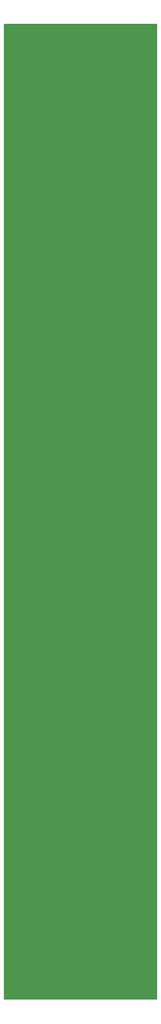
<source format=gtp>
G04 MADE WITH FRITZING*
G04 WWW.FRITZING.ORG*
G04 DOUBLE SIDED*
G04 HOLES PLATED*
G04 CONTOUR ON CENTER OF CONTOUR VECTOR*
%ASAXBY*%
%FSLAX23Y23*%
%MOIN*%
%OFA0B0*%
%SFA1.0B1.0*%
%ADD10R,0.001000X0.001000*%
%LNPASTEMASK1*%
G90*
G70*
G54D10*
X0Y5058D02*
X797Y5058D01*
X0Y5057D02*
X797Y5057D01*
X0Y5056D02*
X797Y5056D01*
X0Y5055D02*
X797Y5055D01*
X0Y5054D02*
X797Y5054D01*
X0Y5053D02*
X797Y5053D01*
X0Y5052D02*
X797Y5052D01*
X0Y5051D02*
X797Y5051D01*
X0Y5050D02*
X797Y5050D01*
X0Y5049D02*
X797Y5049D01*
X0Y5048D02*
X797Y5048D01*
X0Y5047D02*
X797Y5047D01*
X0Y5046D02*
X797Y5046D01*
X0Y5045D02*
X797Y5045D01*
X0Y5044D02*
X797Y5044D01*
X0Y5043D02*
X797Y5043D01*
X0Y5042D02*
X797Y5042D01*
X0Y5041D02*
X797Y5041D01*
X0Y5040D02*
X797Y5040D01*
X0Y5039D02*
X797Y5039D01*
X0Y5038D02*
X797Y5038D01*
X0Y5037D02*
X797Y5037D01*
X0Y5036D02*
X797Y5036D01*
X0Y5035D02*
X797Y5035D01*
X0Y5034D02*
X797Y5034D01*
X0Y5033D02*
X797Y5033D01*
X0Y5032D02*
X797Y5032D01*
X0Y5031D02*
X797Y5031D01*
X0Y5030D02*
X797Y5030D01*
X0Y5029D02*
X797Y5029D01*
X0Y5028D02*
X797Y5028D01*
X0Y5027D02*
X797Y5027D01*
X0Y5026D02*
X797Y5026D01*
X0Y5025D02*
X797Y5025D01*
X0Y5024D02*
X797Y5024D01*
X0Y5023D02*
X797Y5023D01*
X0Y5022D02*
X797Y5022D01*
X0Y5021D02*
X797Y5021D01*
X0Y5020D02*
X797Y5020D01*
X0Y5019D02*
X797Y5019D01*
X0Y5018D02*
X797Y5018D01*
X0Y5017D02*
X797Y5017D01*
X0Y5016D02*
X797Y5016D01*
X0Y5015D02*
X797Y5015D01*
X0Y5014D02*
X797Y5014D01*
X0Y5013D02*
X797Y5013D01*
X0Y5012D02*
X797Y5012D01*
X0Y5011D02*
X797Y5011D01*
X0Y5010D02*
X797Y5010D01*
X0Y5009D02*
X797Y5009D01*
X0Y5008D02*
X797Y5008D01*
X0Y5007D02*
X797Y5007D01*
X0Y5006D02*
X797Y5006D01*
X0Y5005D02*
X797Y5005D01*
X0Y5004D02*
X797Y5004D01*
X0Y5003D02*
X797Y5003D01*
X0Y5002D02*
X797Y5002D01*
X0Y5001D02*
X797Y5001D01*
X0Y5000D02*
X797Y5000D01*
X0Y4999D02*
X797Y4999D01*
X0Y4998D02*
X797Y4998D01*
X0Y4997D02*
X797Y4997D01*
X0Y4996D02*
X797Y4996D01*
X0Y4995D02*
X797Y4995D01*
X0Y4994D02*
X797Y4994D01*
X0Y4993D02*
X797Y4993D01*
X0Y4992D02*
X797Y4992D01*
X0Y4991D02*
X797Y4991D01*
X0Y4990D02*
X797Y4990D01*
X0Y4989D02*
X797Y4989D01*
X0Y4988D02*
X797Y4988D01*
X0Y4987D02*
X797Y4987D01*
X0Y4986D02*
X797Y4986D01*
X0Y4985D02*
X797Y4985D01*
X0Y4984D02*
X797Y4984D01*
X0Y4983D02*
X797Y4983D01*
X0Y4982D02*
X797Y4982D01*
X0Y4981D02*
X797Y4981D01*
X0Y4980D02*
X797Y4980D01*
X0Y4979D02*
X797Y4979D01*
X0Y4978D02*
X797Y4978D01*
X0Y4977D02*
X797Y4977D01*
X0Y4976D02*
X797Y4976D01*
X0Y4975D02*
X797Y4975D01*
X0Y4974D02*
X797Y4974D01*
X0Y4973D02*
X797Y4973D01*
X0Y4972D02*
X797Y4972D01*
X0Y4971D02*
X797Y4971D01*
X0Y4970D02*
X797Y4970D01*
X0Y4969D02*
X797Y4969D01*
X0Y4968D02*
X797Y4968D01*
X0Y4967D02*
X797Y4967D01*
X0Y4966D02*
X797Y4966D01*
X0Y4965D02*
X797Y4965D01*
X0Y4964D02*
X797Y4964D01*
X0Y4963D02*
X797Y4963D01*
X0Y4962D02*
X797Y4962D01*
X0Y4961D02*
X797Y4961D01*
X0Y4960D02*
X797Y4960D01*
X0Y4959D02*
X797Y4959D01*
X0Y4958D02*
X797Y4958D01*
X0Y4957D02*
X797Y4957D01*
X0Y4956D02*
X797Y4956D01*
X0Y4955D02*
X797Y4955D01*
X0Y4954D02*
X797Y4954D01*
X0Y4953D02*
X797Y4953D01*
X0Y4952D02*
X797Y4952D01*
X0Y4951D02*
X797Y4951D01*
X0Y4950D02*
X797Y4950D01*
X0Y4949D02*
X797Y4949D01*
X0Y4948D02*
X797Y4948D01*
X0Y4947D02*
X797Y4947D01*
X0Y4946D02*
X797Y4946D01*
X0Y4945D02*
X797Y4945D01*
X0Y4944D02*
X797Y4944D01*
X0Y4943D02*
X797Y4943D01*
X0Y4942D02*
X797Y4942D01*
X0Y4941D02*
X797Y4941D01*
X0Y4940D02*
X797Y4940D01*
X0Y4939D02*
X797Y4939D01*
X0Y4938D02*
X797Y4938D01*
X0Y4937D02*
X797Y4937D01*
X0Y4936D02*
X797Y4936D01*
X0Y4935D02*
X797Y4935D01*
X0Y4934D02*
X797Y4934D01*
X0Y4933D02*
X797Y4933D01*
X0Y4932D02*
X797Y4932D01*
X0Y4931D02*
X797Y4931D01*
X0Y4930D02*
X797Y4930D01*
X0Y4929D02*
X797Y4929D01*
X0Y4928D02*
X797Y4928D01*
X0Y4927D02*
X797Y4927D01*
X0Y4926D02*
X797Y4926D01*
X0Y4925D02*
X797Y4925D01*
X0Y4924D02*
X797Y4924D01*
X0Y4923D02*
X797Y4923D01*
X0Y4922D02*
X797Y4922D01*
X0Y4921D02*
X797Y4921D01*
X0Y4920D02*
X797Y4920D01*
X0Y4919D02*
X797Y4919D01*
X0Y4918D02*
X797Y4918D01*
X0Y4917D02*
X797Y4917D01*
X0Y4916D02*
X797Y4916D01*
X0Y4915D02*
X797Y4915D01*
X0Y4914D02*
X797Y4914D01*
X0Y4913D02*
X797Y4913D01*
X0Y4912D02*
X797Y4912D01*
X0Y4911D02*
X797Y4911D01*
X0Y4910D02*
X797Y4910D01*
X0Y4909D02*
X797Y4909D01*
X0Y4908D02*
X797Y4908D01*
X0Y4907D02*
X797Y4907D01*
X0Y4906D02*
X797Y4906D01*
X0Y4905D02*
X797Y4905D01*
X0Y4904D02*
X797Y4904D01*
X0Y4903D02*
X797Y4903D01*
X0Y4902D02*
X797Y4902D01*
X0Y4901D02*
X797Y4901D01*
X0Y4900D02*
X797Y4900D01*
X0Y4899D02*
X797Y4899D01*
X0Y4898D02*
X797Y4898D01*
X0Y4897D02*
X797Y4897D01*
X0Y4896D02*
X797Y4896D01*
X0Y4895D02*
X797Y4895D01*
X0Y4894D02*
X797Y4894D01*
X0Y4893D02*
X797Y4893D01*
X0Y4892D02*
X797Y4892D01*
X0Y4891D02*
X797Y4891D01*
X0Y4890D02*
X797Y4890D01*
X0Y4889D02*
X797Y4889D01*
X0Y4888D02*
X797Y4888D01*
X0Y4887D02*
X797Y4887D01*
X0Y4886D02*
X797Y4886D01*
X0Y4885D02*
X797Y4885D01*
X0Y4884D02*
X797Y4884D01*
X0Y4883D02*
X797Y4883D01*
X0Y4882D02*
X797Y4882D01*
X0Y4881D02*
X797Y4881D01*
X0Y4880D02*
X797Y4880D01*
X0Y4879D02*
X797Y4879D01*
X0Y4878D02*
X797Y4878D01*
X0Y4877D02*
X797Y4877D01*
X0Y4876D02*
X797Y4876D01*
X0Y4875D02*
X797Y4875D01*
X0Y4874D02*
X797Y4874D01*
X0Y4873D02*
X797Y4873D01*
X0Y4872D02*
X797Y4872D01*
X0Y4871D02*
X797Y4871D01*
X0Y4870D02*
X797Y4870D01*
X0Y4869D02*
X797Y4869D01*
X0Y4868D02*
X797Y4868D01*
X0Y4867D02*
X797Y4867D01*
X0Y4866D02*
X797Y4866D01*
X0Y4865D02*
X797Y4865D01*
X0Y4864D02*
X797Y4864D01*
X0Y4863D02*
X797Y4863D01*
X0Y4862D02*
X797Y4862D01*
X0Y4861D02*
X797Y4861D01*
X0Y4860D02*
X797Y4860D01*
X0Y4859D02*
X797Y4859D01*
X0Y4858D02*
X797Y4858D01*
X0Y4857D02*
X797Y4857D01*
X0Y4856D02*
X797Y4856D01*
X0Y4855D02*
X797Y4855D01*
X0Y4854D02*
X797Y4854D01*
X0Y4853D02*
X797Y4853D01*
X0Y4852D02*
X797Y4852D01*
X0Y4851D02*
X797Y4851D01*
X0Y4850D02*
X797Y4850D01*
X0Y4849D02*
X797Y4849D01*
X0Y4848D02*
X797Y4848D01*
X0Y4847D02*
X797Y4847D01*
X0Y4846D02*
X797Y4846D01*
X0Y4845D02*
X797Y4845D01*
X0Y4844D02*
X797Y4844D01*
X0Y4843D02*
X797Y4843D01*
X0Y4842D02*
X797Y4842D01*
X0Y4841D02*
X797Y4841D01*
X0Y4840D02*
X797Y4840D01*
X0Y4839D02*
X797Y4839D01*
X0Y4838D02*
X797Y4838D01*
X0Y4837D02*
X797Y4837D01*
X0Y4836D02*
X797Y4836D01*
X0Y4835D02*
X797Y4835D01*
X0Y4834D02*
X797Y4834D01*
X0Y4833D02*
X797Y4833D01*
X0Y4832D02*
X797Y4832D01*
X0Y4831D02*
X797Y4831D01*
X0Y4830D02*
X797Y4830D01*
X0Y4829D02*
X797Y4829D01*
X0Y4828D02*
X797Y4828D01*
X0Y4827D02*
X797Y4827D01*
X0Y4826D02*
X797Y4826D01*
X0Y4825D02*
X797Y4825D01*
X0Y4824D02*
X797Y4824D01*
X0Y4823D02*
X797Y4823D01*
X0Y4822D02*
X797Y4822D01*
X0Y4821D02*
X797Y4821D01*
X0Y4820D02*
X797Y4820D01*
X0Y4819D02*
X797Y4819D01*
X0Y4818D02*
X797Y4818D01*
X0Y4817D02*
X797Y4817D01*
X0Y4816D02*
X797Y4816D01*
X0Y4815D02*
X797Y4815D01*
X0Y4814D02*
X797Y4814D01*
X0Y4813D02*
X797Y4813D01*
X0Y4812D02*
X797Y4812D01*
X0Y4811D02*
X797Y4811D01*
X0Y4810D02*
X797Y4810D01*
X0Y4809D02*
X797Y4809D01*
X0Y4808D02*
X797Y4808D01*
X0Y4807D02*
X797Y4807D01*
X0Y4806D02*
X797Y4806D01*
X0Y4805D02*
X797Y4805D01*
X0Y4804D02*
X797Y4804D01*
X0Y4803D02*
X797Y4803D01*
X0Y4802D02*
X797Y4802D01*
X0Y4801D02*
X797Y4801D01*
X0Y4800D02*
X797Y4800D01*
X0Y4799D02*
X797Y4799D01*
X0Y4798D02*
X797Y4798D01*
X0Y4797D02*
X797Y4797D01*
X0Y4796D02*
X797Y4796D01*
X0Y4795D02*
X797Y4795D01*
X0Y4794D02*
X797Y4794D01*
X0Y4793D02*
X797Y4793D01*
X0Y4792D02*
X797Y4792D01*
X0Y4791D02*
X797Y4791D01*
X0Y4790D02*
X797Y4790D01*
X0Y4789D02*
X797Y4789D01*
X0Y4788D02*
X797Y4788D01*
X0Y4787D02*
X797Y4787D01*
X0Y4786D02*
X797Y4786D01*
X0Y4785D02*
X797Y4785D01*
X0Y4784D02*
X797Y4784D01*
X0Y4783D02*
X797Y4783D01*
X0Y4782D02*
X797Y4782D01*
X0Y4781D02*
X797Y4781D01*
X0Y4780D02*
X797Y4780D01*
X0Y4779D02*
X797Y4779D01*
X0Y4778D02*
X797Y4778D01*
X0Y4777D02*
X797Y4777D01*
X0Y4776D02*
X797Y4776D01*
X0Y4775D02*
X797Y4775D01*
X0Y4774D02*
X797Y4774D01*
X0Y4773D02*
X797Y4773D01*
X0Y4772D02*
X797Y4772D01*
X0Y4771D02*
X797Y4771D01*
X0Y4770D02*
X797Y4770D01*
X0Y4769D02*
X797Y4769D01*
X0Y4768D02*
X797Y4768D01*
X0Y4767D02*
X797Y4767D01*
X0Y4766D02*
X797Y4766D01*
X0Y4765D02*
X797Y4765D01*
X0Y4764D02*
X797Y4764D01*
X0Y4763D02*
X797Y4763D01*
X0Y4762D02*
X797Y4762D01*
X0Y4761D02*
X797Y4761D01*
X0Y4760D02*
X797Y4760D01*
X0Y4759D02*
X797Y4759D01*
X0Y4758D02*
X797Y4758D01*
X0Y4757D02*
X797Y4757D01*
X0Y4756D02*
X797Y4756D01*
X0Y4755D02*
X797Y4755D01*
X0Y4754D02*
X797Y4754D01*
X0Y4753D02*
X797Y4753D01*
X0Y4752D02*
X797Y4752D01*
X0Y4751D02*
X797Y4751D01*
X0Y4750D02*
X797Y4750D01*
X0Y4749D02*
X797Y4749D01*
X0Y4748D02*
X797Y4748D01*
X0Y4747D02*
X797Y4747D01*
X0Y4746D02*
X797Y4746D01*
X0Y4745D02*
X797Y4745D01*
X0Y4744D02*
X797Y4744D01*
X0Y4743D02*
X797Y4743D01*
X0Y4742D02*
X797Y4742D01*
X0Y4741D02*
X797Y4741D01*
X0Y4740D02*
X797Y4740D01*
X0Y4739D02*
X797Y4739D01*
X0Y4738D02*
X797Y4738D01*
X0Y4737D02*
X797Y4737D01*
X0Y4736D02*
X797Y4736D01*
X0Y4735D02*
X797Y4735D01*
X0Y4734D02*
X797Y4734D01*
X0Y4733D02*
X797Y4733D01*
X0Y4732D02*
X797Y4732D01*
X0Y4731D02*
X797Y4731D01*
X0Y4730D02*
X797Y4730D01*
X0Y4729D02*
X797Y4729D01*
X0Y4728D02*
X797Y4728D01*
X0Y4727D02*
X797Y4727D01*
X0Y4726D02*
X797Y4726D01*
X0Y4725D02*
X797Y4725D01*
X0Y4724D02*
X797Y4724D01*
X0Y4723D02*
X797Y4723D01*
X0Y4722D02*
X797Y4722D01*
X0Y4721D02*
X797Y4721D01*
X0Y4720D02*
X797Y4720D01*
X0Y4719D02*
X797Y4719D01*
X0Y4718D02*
X797Y4718D01*
X0Y4717D02*
X797Y4717D01*
X0Y4716D02*
X797Y4716D01*
X0Y4715D02*
X797Y4715D01*
X0Y4714D02*
X797Y4714D01*
X0Y4713D02*
X797Y4713D01*
X0Y4712D02*
X797Y4712D01*
X0Y4711D02*
X797Y4711D01*
X0Y4710D02*
X797Y4710D01*
X0Y4709D02*
X797Y4709D01*
X0Y4708D02*
X797Y4708D01*
X0Y4707D02*
X797Y4707D01*
X0Y4706D02*
X797Y4706D01*
X0Y4705D02*
X797Y4705D01*
X0Y4704D02*
X797Y4704D01*
X0Y4703D02*
X797Y4703D01*
X0Y4702D02*
X797Y4702D01*
X0Y4701D02*
X797Y4701D01*
X0Y4700D02*
X797Y4700D01*
X0Y4699D02*
X797Y4699D01*
X0Y4698D02*
X797Y4698D01*
X0Y4697D02*
X797Y4697D01*
X0Y4696D02*
X797Y4696D01*
X0Y4695D02*
X797Y4695D01*
X0Y4694D02*
X797Y4694D01*
X0Y4693D02*
X797Y4693D01*
X0Y4692D02*
X797Y4692D01*
X0Y4691D02*
X797Y4691D01*
X0Y4690D02*
X797Y4690D01*
X0Y4689D02*
X797Y4689D01*
X0Y4688D02*
X797Y4688D01*
X0Y4687D02*
X797Y4687D01*
X0Y4686D02*
X797Y4686D01*
X0Y4685D02*
X797Y4685D01*
X0Y4684D02*
X797Y4684D01*
X0Y4683D02*
X797Y4683D01*
X0Y4682D02*
X797Y4682D01*
X0Y4681D02*
X797Y4681D01*
X0Y4680D02*
X797Y4680D01*
X0Y4679D02*
X797Y4679D01*
X0Y4678D02*
X797Y4678D01*
X0Y4677D02*
X797Y4677D01*
X0Y4676D02*
X797Y4676D01*
X0Y4675D02*
X797Y4675D01*
X0Y4674D02*
X797Y4674D01*
X0Y4673D02*
X797Y4673D01*
X0Y4672D02*
X797Y4672D01*
X0Y4671D02*
X797Y4671D01*
X0Y4670D02*
X797Y4670D01*
X0Y4669D02*
X797Y4669D01*
X0Y4668D02*
X797Y4668D01*
X0Y4667D02*
X797Y4667D01*
X0Y4666D02*
X797Y4666D01*
X0Y4665D02*
X797Y4665D01*
X0Y4664D02*
X797Y4664D01*
X0Y4663D02*
X797Y4663D01*
X0Y4662D02*
X797Y4662D01*
X0Y4661D02*
X797Y4661D01*
X0Y4660D02*
X797Y4660D01*
X0Y4659D02*
X797Y4659D01*
X0Y4658D02*
X797Y4658D01*
X0Y4657D02*
X797Y4657D01*
X0Y4656D02*
X797Y4656D01*
X0Y4655D02*
X797Y4655D01*
X0Y4654D02*
X797Y4654D01*
X0Y4653D02*
X797Y4653D01*
X0Y4652D02*
X797Y4652D01*
X0Y4651D02*
X797Y4651D01*
X0Y4650D02*
X797Y4650D01*
X0Y4649D02*
X797Y4649D01*
X0Y4648D02*
X797Y4648D01*
X0Y4647D02*
X797Y4647D01*
X0Y4646D02*
X797Y4646D01*
X0Y4645D02*
X797Y4645D01*
X0Y4644D02*
X797Y4644D01*
X0Y4643D02*
X797Y4643D01*
X0Y4642D02*
X797Y4642D01*
X0Y4641D02*
X797Y4641D01*
X0Y4640D02*
X797Y4640D01*
X0Y4639D02*
X797Y4639D01*
X0Y4638D02*
X797Y4638D01*
X0Y4637D02*
X797Y4637D01*
X0Y4636D02*
X797Y4636D01*
X0Y4635D02*
X797Y4635D01*
X0Y4634D02*
X797Y4634D01*
X0Y4633D02*
X797Y4633D01*
X0Y4632D02*
X797Y4632D01*
X0Y4631D02*
X797Y4631D01*
X0Y4630D02*
X797Y4630D01*
X0Y4629D02*
X797Y4629D01*
X0Y4628D02*
X797Y4628D01*
X0Y4627D02*
X797Y4627D01*
X0Y4626D02*
X797Y4626D01*
X0Y4625D02*
X797Y4625D01*
X0Y4624D02*
X797Y4624D01*
X0Y4623D02*
X797Y4623D01*
X0Y4622D02*
X797Y4622D01*
X0Y4621D02*
X797Y4621D01*
X0Y4620D02*
X797Y4620D01*
X0Y4619D02*
X797Y4619D01*
X0Y4618D02*
X797Y4618D01*
X0Y4617D02*
X797Y4617D01*
X0Y4616D02*
X797Y4616D01*
X0Y4615D02*
X797Y4615D01*
X0Y4614D02*
X797Y4614D01*
X0Y4613D02*
X797Y4613D01*
X0Y4612D02*
X797Y4612D01*
X0Y4611D02*
X797Y4611D01*
X0Y4610D02*
X797Y4610D01*
X0Y4609D02*
X797Y4609D01*
X0Y4608D02*
X797Y4608D01*
X0Y4607D02*
X797Y4607D01*
X0Y4606D02*
X797Y4606D01*
X0Y4605D02*
X797Y4605D01*
X0Y4604D02*
X797Y4604D01*
X0Y4603D02*
X797Y4603D01*
X0Y4602D02*
X797Y4602D01*
X0Y4601D02*
X797Y4601D01*
X0Y4600D02*
X797Y4600D01*
X0Y4599D02*
X797Y4599D01*
X0Y4598D02*
X797Y4598D01*
X0Y4597D02*
X797Y4597D01*
X0Y4596D02*
X797Y4596D01*
X0Y4595D02*
X797Y4595D01*
X0Y4594D02*
X797Y4594D01*
X0Y4593D02*
X797Y4593D01*
X0Y4592D02*
X797Y4592D01*
X0Y4591D02*
X797Y4591D01*
X0Y4590D02*
X797Y4590D01*
X0Y4589D02*
X797Y4589D01*
X0Y4588D02*
X797Y4588D01*
X0Y4587D02*
X797Y4587D01*
X0Y4586D02*
X797Y4586D01*
X0Y4585D02*
X797Y4585D01*
X0Y4584D02*
X797Y4584D01*
X0Y4583D02*
X797Y4583D01*
X0Y4582D02*
X797Y4582D01*
X0Y4581D02*
X797Y4581D01*
X0Y4580D02*
X797Y4580D01*
X0Y4579D02*
X797Y4579D01*
X0Y4578D02*
X797Y4578D01*
X0Y4577D02*
X797Y4577D01*
X0Y4576D02*
X797Y4576D01*
X0Y4575D02*
X797Y4575D01*
X0Y4574D02*
X797Y4574D01*
X0Y4573D02*
X797Y4573D01*
X0Y4572D02*
X797Y4572D01*
X0Y4571D02*
X797Y4571D01*
X0Y4570D02*
X797Y4570D01*
X0Y4569D02*
X797Y4569D01*
X0Y4568D02*
X797Y4568D01*
X0Y4567D02*
X797Y4567D01*
X0Y4566D02*
X797Y4566D01*
X0Y4565D02*
X797Y4565D01*
X0Y4564D02*
X797Y4564D01*
X0Y4563D02*
X797Y4563D01*
X0Y4562D02*
X797Y4562D01*
X0Y4561D02*
X797Y4561D01*
X0Y4560D02*
X797Y4560D01*
X0Y4559D02*
X797Y4559D01*
X0Y4558D02*
X797Y4558D01*
X0Y4557D02*
X797Y4557D01*
X0Y4556D02*
X797Y4556D01*
X0Y4555D02*
X797Y4555D01*
X0Y4554D02*
X797Y4554D01*
X0Y4553D02*
X797Y4553D01*
X0Y4552D02*
X797Y4552D01*
X0Y4551D02*
X797Y4551D01*
X0Y4550D02*
X797Y4550D01*
X0Y4549D02*
X797Y4549D01*
X0Y4548D02*
X797Y4548D01*
X0Y4547D02*
X797Y4547D01*
X0Y4546D02*
X797Y4546D01*
X0Y4545D02*
X797Y4545D01*
X0Y4544D02*
X797Y4544D01*
X0Y4543D02*
X797Y4543D01*
X0Y4542D02*
X797Y4542D01*
X0Y4541D02*
X797Y4541D01*
X0Y4540D02*
X797Y4540D01*
X0Y4539D02*
X797Y4539D01*
X0Y4538D02*
X797Y4538D01*
X0Y4537D02*
X797Y4537D01*
X0Y4536D02*
X797Y4536D01*
X0Y4535D02*
X797Y4535D01*
X0Y4534D02*
X797Y4534D01*
X0Y4533D02*
X797Y4533D01*
X0Y4532D02*
X797Y4532D01*
X0Y4531D02*
X797Y4531D01*
X0Y4530D02*
X797Y4530D01*
X0Y4529D02*
X797Y4529D01*
X0Y4528D02*
X797Y4528D01*
X0Y4527D02*
X797Y4527D01*
X0Y4526D02*
X797Y4526D01*
X0Y4525D02*
X797Y4525D01*
X0Y4524D02*
X797Y4524D01*
X0Y4523D02*
X797Y4523D01*
X0Y4522D02*
X797Y4522D01*
X0Y4521D02*
X797Y4521D01*
X0Y4520D02*
X797Y4520D01*
X0Y4519D02*
X797Y4519D01*
X0Y4518D02*
X797Y4518D01*
X0Y4517D02*
X797Y4517D01*
X0Y4516D02*
X797Y4516D01*
X0Y4515D02*
X797Y4515D01*
X0Y4514D02*
X797Y4514D01*
X0Y4513D02*
X797Y4513D01*
X0Y4512D02*
X797Y4512D01*
X0Y4511D02*
X797Y4511D01*
X0Y4510D02*
X797Y4510D01*
X0Y4509D02*
X797Y4509D01*
X0Y4508D02*
X797Y4508D01*
X0Y4507D02*
X797Y4507D01*
X0Y4506D02*
X797Y4506D01*
X0Y4505D02*
X797Y4505D01*
X0Y4504D02*
X797Y4504D01*
X0Y4503D02*
X797Y4503D01*
X0Y4502D02*
X797Y4502D01*
X0Y4501D02*
X797Y4501D01*
X0Y4500D02*
X797Y4500D01*
X0Y4499D02*
X797Y4499D01*
X0Y4498D02*
X797Y4498D01*
X0Y4497D02*
X797Y4497D01*
X0Y4496D02*
X797Y4496D01*
X0Y4495D02*
X797Y4495D01*
X0Y4494D02*
X797Y4494D01*
X0Y4493D02*
X797Y4493D01*
X0Y4492D02*
X797Y4492D01*
X0Y4491D02*
X797Y4491D01*
X0Y4490D02*
X797Y4490D01*
X0Y4489D02*
X797Y4489D01*
X0Y4488D02*
X797Y4488D01*
X0Y4487D02*
X797Y4487D01*
X0Y4486D02*
X797Y4486D01*
X0Y4485D02*
X797Y4485D01*
X0Y4484D02*
X797Y4484D01*
X0Y4483D02*
X797Y4483D01*
X0Y4482D02*
X797Y4482D01*
X0Y4481D02*
X797Y4481D01*
X0Y4480D02*
X797Y4480D01*
X0Y4479D02*
X797Y4479D01*
X0Y4478D02*
X797Y4478D01*
X0Y4477D02*
X797Y4477D01*
X0Y4476D02*
X797Y4476D01*
X0Y4475D02*
X797Y4475D01*
X0Y4474D02*
X797Y4474D01*
X0Y4473D02*
X797Y4473D01*
X0Y4472D02*
X797Y4472D01*
X0Y4471D02*
X797Y4471D01*
X0Y4470D02*
X797Y4470D01*
X0Y4469D02*
X797Y4469D01*
X0Y4468D02*
X797Y4468D01*
X0Y4467D02*
X797Y4467D01*
X0Y4466D02*
X797Y4466D01*
X0Y4465D02*
X797Y4465D01*
X0Y4464D02*
X797Y4464D01*
X0Y4463D02*
X797Y4463D01*
X0Y4462D02*
X797Y4462D01*
X0Y4461D02*
X797Y4461D01*
X0Y4460D02*
X797Y4460D01*
X0Y4459D02*
X797Y4459D01*
X0Y4458D02*
X797Y4458D01*
X0Y4457D02*
X797Y4457D01*
X0Y4456D02*
X797Y4456D01*
X0Y4455D02*
X797Y4455D01*
X0Y4454D02*
X797Y4454D01*
X0Y4453D02*
X797Y4453D01*
X0Y4452D02*
X797Y4452D01*
X0Y4451D02*
X797Y4451D01*
X0Y4450D02*
X797Y4450D01*
X0Y4449D02*
X797Y4449D01*
X0Y4448D02*
X797Y4448D01*
X0Y4447D02*
X797Y4447D01*
X0Y4446D02*
X797Y4446D01*
X0Y4445D02*
X797Y4445D01*
X0Y4444D02*
X797Y4444D01*
X0Y4443D02*
X797Y4443D01*
X0Y4442D02*
X797Y4442D01*
X0Y4441D02*
X797Y4441D01*
X0Y4440D02*
X797Y4440D01*
X0Y4439D02*
X797Y4439D01*
X0Y4438D02*
X797Y4438D01*
X0Y4437D02*
X797Y4437D01*
X0Y4436D02*
X797Y4436D01*
X0Y4435D02*
X797Y4435D01*
X0Y4434D02*
X797Y4434D01*
X0Y4433D02*
X797Y4433D01*
X0Y4432D02*
X797Y4432D01*
X0Y4431D02*
X797Y4431D01*
X0Y4430D02*
X797Y4430D01*
X0Y4429D02*
X797Y4429D01*
X0Y4428D02*
X797Y4428D01*
X0Y4427D02*
X797Y4427D01*
X0Y4426D02*
X797Y4426D01*
X0Y4425D02*
X797Y4425D01*
X0Y4424D02*
X797Y4424D01*
X0Y4423D02*
X797Y4423D01*
X0Y4422D02*
X797Y4422D01*
X0Y4421D02*
X797Y4421D01*
X0Y4420D02*
X797Y4420D01*
X0Y4419D02*
X797Y4419D01*
X0Y4418D02*
X797Y4418D01*
X0Y4417D02*
X797Y4417D01*
X0Y4416D02*
X797Y4416D01*
X0Y4415D02*
X797Y4415D01*
X0Y4414D02*
X797Y4414D01*
X0Y4413D02*
X797Y4413D01*
X0Y4412D02*
X797Y4412D01*
X0Y4411D02*
X797Y4411D01*
X0Y4410D02*
X797Y4410D01*
X0Y4409D02*
X797Y4409D01*
X0Y4408D02*
X797Y4408D01*
X0Y4407D02*
X797Y4407D01*
X0Y4406D02*
X797Y4406D01*
X0Y4405D02*
X797Y4405D01*
X0Y4404D02*
X797Y4404D01*
X0Y4403D02*
X797Y4403D01*
X0Y4402D02*
X797Y4402D01*
X0Y4401D02*
X797Y4401D01*
X0Y4400D02*
X797Y4400D01*
X0Y4399D02*
X797Y4399D01*
X0Y4398D02*
X797Y4398D01*
X0Y4397D02*
X797Y4397D01*
X0Y4396D02*
X797Y4396D01*
X0Y4395D02*
X797Y4395D01*
X0Y4394D02*
X797Y4394D01*
X0Y4393D02*
X797Y4393D01*
X0Y4392D02*
X797Y4392D01*
X0Y4391D02*
X797Y4391D01*
X0Y4390D02*
X797Y4390D01*
X0Y4389D02*
X797Y4389D01*
X0Y4388D02*
X797Y4388D01*
X0Y4387D02*
X797Y4387D01*
X0Y4386D02*
X797Y4386D01*
X0Y4385D02*
X797Y4385D01*
X0Y4384D02*
X797Y4384D01*
X0Y4383D02*
X797Y4383D01*
X0Y4382D02*
X797Y4382D01*
X0Y4381D02*
X797Y4381D01*
X0Y4380D02*
X797Y4380D01*
X0Y4379D02*
X797Y4379D01*
X0Y4378D02*
X797Y4378D01*
X0Y4377D02*
X797Y4377D01*
X0Y4376D02*
X797Y4376D01*
X0Y4375D02*
X797Y4375D01*
X0Y4374D02*
X797Y4374D01*
X0Y4373D02*
X797Y4373D01*
X0Y4372D02*
X797Y4372D01*
X0Y4371D02*
X797Y4371D01*
X0Y4370D02*
X797Y4370D01*
X0Y4369D02*
X797Y4369D01*
X0Y4368D02*
X797Y4368D01*
X0Y4367D02*
X797Y4367D01*
X0Y4366D02*
X797Y4366D01*
X0Y4365D02*
X797Y4365D01*
X0Y4364D02*
X797Y4364D01*
X0Y4363D02*
X797Y4363D01*
X0Y4362D02*
X797Y4362D01*
X0Y4361D02*
X797Y4361D01*
X0Y4360D02*
X797Y4360D01*
X0Y4359D02*
X797Y4359D01*
X0Y4358D02*
X797Y4358D01*
X0Y4357D02*
X797Y4357D01*
X0Y4356D02*
X797Y4356D01*
X0Y4355D02*
X797Y4355D01*
X0Y4354D02*
X797Y4354D01*
X0Y4353D02*
X797Y4353D01*
X0Y4352D02*
X797Y4352D01*
X0Y4351D02*
X797Y4351D01*
X0Y4350D02*
X797Y4350D01*
X0Y4349D02*
X797Y4349D01*
X0Y4348D02*
X797Y4348D01*
X0Y4347D02*
X797Y4347D01*
X0Y4346D02*
X797Y4346D01*
X0Y4345D02*
X797Y4345D01*
X0Y4344D02*
X797Y4344D01*
X0Y4343D02*
X797Y4343D01*
X0Y4342D02*
X797Y4342D01*
X0Y4341D02*
X797Y4341D01*
X0Y4340D02*
X797Y4340D01*
X0Y4339D02*
X797Y4339D01*
X0Y4338D02*
X797Y4338D01*
X0Y4337D02*
X797Y4337D01*
X0Y4336D02*
X797Y4336D01*
X0Y4335D02*
X797Y4335D01*
X0Y4334D02*
X797Y4334D01*
X0Y4333D02*
X797Y4333D01*
X0Y4332D02*
X797Y4332D01*
X0Y4331D02*
X797Y4331D01*
X0Y4330D02*
X797Y4330D01*
X0Y4329D02*
X797Y4329D01*
X0Y4328D02*
X797Y4328D01*
X0Y4327D02*
X797Y4327D01*
X0Y4326D02*
X797Y4326D01*
X0Y4325D02*
X797Y4325D01*
X0Y4324D02*
X797Y4324D01*
X0Y4323D02*
X797Y4323D01*
X0Y4322D02*
X797Y4322D01*
X0Y4321D02*
X797Y4321D01*
X0Y4320D02*
X797Y4320D01*
X0Y4319D02*
X797Y4319D01*
X0Y4318D02*
X797Y4318D01*
X0Y4317D02*
X797Y4317D01*
X0Y4316D02*
X797Y4316D01*
X0Y4315D02*
X797Y4315D01*
X0Y4314D02*
X797Y4314D01*
X0Y4313D02*
X797Y4313D01*
X0Y4312D02*
X797Y4312D01*
X0Y4311D02*
X797Y4311D01*
X0Y4310D02*
X797Y4310D01*
X0Y4309D02*
X797Y4309D01*
X0Y4308D02*
X797Y4308D01*
X0Y4307D02*
X797Y4307D01*
X0Y4306D02*
X797Y4306D01*
X0Y4305D02*
X797Y4305D01*
X0Y4304D02*
X797Y4304D01*
X0Y4303D02*
X797Y4303D01*
X0Y4302D02*
X797Y4302D01*
X0Y4301D02*
X797Y4301D01*
X0Y4300D02*
X797Y4300D01*
X0Y4299D02*
X797Y4299D01*
X0Y4298D02*
X797Y4298D01*
X0Y4297D02*
X797Y4297D01*
X0Y4296D02*
X797Y4296D01*
X0Y4295D02*
X797Y4295D01*
X0Y4294D02*
X797Y4294D01*
X0Y4293D02*
X797Y4293D01*
X0Y4292D02*
X797Y4292D01*
X0Y4291D02*
X797Y4291D01*
X0Y4290D02*
X797Y4290D01*
X0Y4289D02*
X797Y4289D01*
X0Y4288D02*
X797Y4288D01*
X0Y4287D02*
X797Y4287D01*
X0Y4286D02*
X797Y4286D01*
X0Y4285D02*
X797Y4285D01*
X0Y4284D02*
X797Y4284D01*
X0Y4283D02*
X797Y4283D01*
X0Y4282D02*
X797Y4282D01*
X0Y4281D02*
X797Y4281D01*
X0Y4280D02*
X797Y4280D01*
X0Y4279D02*
X797Y4279D01*
X0Y4278D02*
X797Y4278D01*
X0Y4277D02*
X797Y4277D01*
X0Y4276D02*
X797Y4276D01*
X0Y4275D02*
X797Y4275D01*
X0Y4274D02*
X797Y4274D01*
X0Y4273D02*
X797Y4273D01*
X0Y4272D02*
X797Y4272D01*
X0Y4271D02*
X797Y4271D01*
X0Y4270D02*
X797Y4270D01*
X0Y4269D02*
X797Y4269D01*
X0Y4268D02*
X797Y4268D01*
X0Y4267D02*
X797Y4267D01*
X0Y4266D02*
X797Y4266D01*
X0Y4265D02*
X797Y4265D01*
X0Y4264D02*
X797Y4264D01*
X0Y4263D02*
X797Y4263D01*
X0Y4262D02*
X797Y4262D01*
X0Y4261D02*
X797Y4261D01*
X0Y4260D02*
X797Y4260D01*
X0Y4259D02*
X797Y4259D01*
X0Y4258D02*
X797Y4258D01*
X0Y4257D02*
X797Y4257D01*
X0Y4256D02*
X797Y4256D01*
X0Y4255D02*
X797Y4255D01*
X0Y4254D02*
X797Y4254D01*
X0Y4253D02*
X797Y4253D01*
X0Y4252D02*
X797Y4252D01*
X0Y4251D02*
X797Y4251D01*
X0Y4250D02*
X797Y4250D01*
X0Y4249D02*
X797Y4249D01*
X0Y4248D02*
X797Y4248D01*
X0Y4247D02*
X797Y4247D01*
X0Y4246D02*
X797Y4246D01*
X0Y4245D02*
X797Y4245D01*
X0Y4244D02*
X797Y4244D01*
X0Y4243D02*
X797Y4243D01*
X0Y4242D02*
X797Y4242D01*
X0Y4241D02*
X797Y4241D01*
X0Y4240D02*
X797Y4240D01*
X0Y4239D02*
X797Y4239D01*
X0Y4238D02*
X797Y4238D01*
X0Y4237D02*
X797Y4237D01*
X0Y4236D02*
X797Y4236D01*
X0Y4235D02*
X797Y4235D01*
X0Y4234D02*
X797Y4234D01*
X0Y4233D02*
X797Y4233D01*
X0Y4232D02*
X797Y4232D01*
X0Y4231D02*
X797Y4231D01*
X0Y4230D02*
X797Y4230D01*
X0Y4229D02*
X797Y4229D01*
X0Y4228D02*
X797Y4228D01*
X0Y4227D02*
X797Y4227D01*
X0Y4226D02*
X797Y4226D01*
X0Y4225D02*
X797Y4225D01*
X0Y4224D02*
X797Y4224D01*
X0Y4223D02*
X797Y4223D01*
X0Y4222D02*
X797Y4222D01*
X0Y4221D02*
X797Y4221D01*
X0Y4220D02*
X797Y4220D01*
X0Y4219D02*
X797Y4219D01*
X0Y4218D02*
X797Y4218D01*
X0Y4217D02*
X797Y4217D01*
X0Y4216D02*
X797Y4216D01*
X0Y4215D02*
X797Y4215D01*
X0Y4214D02*
X797Y4214D01*
X0Y4213D02*
X797Y4213D01*
X0Y4212D02*
X797Y4212D01*
X0Y4211D02*
X797Y4211D01*
X0Y4210D02*
X797Y4210D01*
X0Y4209D02*
X797Y4209D01*
X0Y4208D02*
X797Y4208D01*
X0Y4207D02*
X797Y4207D01*
X0Y4206D02*
X797Y4206D01*
X0Y4205D02*
X797Y4205D01*
X0Y4204D02*
X797Y4204D01*
X0Y4203D02*
X797Y4203D01*
X0Y4202D02*
X797Y4202D01*
X0Y4201D02*
X797Y4201D01*
X0Y4200D02*
X797Y4200D01*
X0Y4199D02*
X797Y4199D01*
X0Y4198D02*
X797Y4198D01*
X0Y4197D02*
X797Y4197D01*
X0Y4196D02*
X797Y4196D01*
X0Y4195D02*
X797Y4195D01*
X0Y4194D02*
X797Y4194D01*
X0Y4193D02*
X797Y4193D01*
X0Y4192D02*
X797Y4192D01*
X0Y4191D02*
X797Y4191D01*
X0Y4190D02*
X797Y4190D01*
X0Y4189D02*
X797Y4189D01*
X0Y4188D02*
X797Y4188D01*
X0Y4187D02*
X797Y4187D01*
X0Y4186D02*
X797Y4186D01*
X0Y4185D02*
X797Y4185D01*
X0Y4184D02*
X797Y4184D01*
X0Y4183D02*
X797Y4183D01*
X0Y4182D02*
X797Y4182D01*
X0Y4181D02*
X797Y4181D01*
X0Y4180D02*
X797Y4180D01*
X0Y4179D02*
X797Y4179D01*
X0Y4178D02*
X797Y4178D01*
X0Y4177D02*
X797Y4177D01*
X0Y4176D02*
X797Y4176D01*
X0Y4175D02*
X797Y4175D01*
X0Y4174D02*
X797Y4174D01*
X0Y4173D02*
X797Y4173D01*
X0Y4172D02*
X797Y4172D01*
X0Y4171D02*
X797Y4171D01*
X0Y4170D02*
X797Y4170D01*
X0Y4169D02*
X797Y4169D01*
X0Y4168D02*
X797Y4168D01*
X0Y4167D02*
X797Y4167D01*
X0Y4166D02*
X797Y4166D01*
X0Y4165D02*
X797Y4165D01*
X0Y4164D02*
X797Y4164D01*
X0Y4163D02*
X797Y4163D01*
X0Y4162D02*
X797Y4162D01*
X0Y4161D02*
X797Y4161D01*
X0Y4160D02*
X797Y4160D01*
X0Y4159D02*
X797Y4159D01*
X0Y4158D02*
X797Y4158D01*
X0Y4157D02*
X797Y4157D01*
X0Y4156D02*
X797Y4156D01*
X0Y4155D02*
X797Y4155D01*
X0Y4154D02*
X797Y4154D01*
X0Y4153D02*
X797Y4153D01*
X0Y4152D02*
X797Y4152D01*
X0Y4151D02*
X797Y4151D01*
X0Y4150D02*
X797Y4150D01*
X0Y4149D02*
X797Y4149D01*
X0Y4148D02*
X797Y4148D01*
X0Y4147D02*
X797Y4147D01*
X0Y4146D02*
X797Y4146D01*
X0Y4145D02*
X797Y4145D01*
X0Y4144D02*
X797Y4144D01*
X0Y4143D02*
X797Y4143D01*
X0Y4142D02*
X797Y4142D01*
X0Y4141D02*
X797Y4141D01*
X0Y4140D02*
X797Y4140D01*
X0Y4139D02*
X797Y4139D01*
X0Y4138D02*
X797Y4138D01*
X0Y4137D02*
X797Y4137D01*
X0Y4136D02*
X797Y4136D01*
X0Y4135D02*
X797Y4135D01*
X0Y4134D02*
X797Y4134D01*
X0Y4133D02*
X797Y4133D01*
X0Y4132D02*
X797Y4132D01*
X0Y4131D02*
X797Y4131D01*
X0Y4130D02*
X797Y4130D01*
X0Y4129D02*
X797Y4129D01*
X0Y4128D02*
X797Y4128D01*
X0Y4127D02*
X797Y4127D01*
X0Y4126D02*
X797Y4126D01*
X0Y4125D02*
X797Y4125D01*
X0Y4124D02*
X797Y4124D01*
X0Y4123D02*
X797Y4123D01*
X0Y4122D02*
X797Y4122D01*
X0Y4121D02*
X797Y4121D01*
X0Y4120D02*
X797Y4120D01*
X0Y4119D02*
X797Y4119D01*
X0Y4118D02*
X797Y4118D01*
X0Y4117D02*
X797Y4117D01*
X0Y4116D02*
X797Y4116D01*
X0Y4115D02*
X797Y4115D01*
X0Y4114D02*
X797Y4114D01*
X0Y4113D02*
X797Y4113D01*
X0Y4112D02*
X797Y4112D01*
X0Y4111D02*
X797Y4111D01*
X0Y4110D02*
X797Y4110D01*
X0Y4109D02*
X797Y4109D01*
X0Y4108D02*
X797Y4108D01*
X0Y4107D02*
X797Y4107D01*
X0Y4106D02*
X797Y4106D01*
X0Y4105D02*
X797Y4105D01*
X0Y4104D02*
X797Y4104D01*
X0Y4103D02*
X797Y4103D01*
X0Y4102D02*
X797Y4102D01*
X0Y4101D02*
X797Y4101D01*
X0Y4100D02*
X797Y4100D01*
X0Y4099D02*
X797Y4099D01*
X0Y4098D02*
X797Y4098D01*
X0Y4097D02*
X797Y4097D01*
X0Y4096D02*
X797Y4096D01*
X0Y4095D02*
X797Y4095D01*
X0Y4094D02*
X797Y4094D01*
X0Y4093D02*
X797Y4093D01*
X0Y4092D02*
X797Y4092D01*
X0Y4091D02*
X797Y4091D01*
X0Y4090D02*
X797Y4090D01*
X0Y4089D02*
X797Y4089D01*
X0Y4088D02*
X797Y4088D01*
X0Y4087D02*
X797Y4087D01*
X0Y4086D02*
X797Y4086D01*
X0Y4085D02*
X797Y4085D01*
X0Y4084D02*
X797Y4084D01*
X0Y4083D02*
X797Y4083D01*
X0Y4082D02*
X797Y4082D01*
X0Y4081D02*
X797Y4081D01*
X0Y4080D02*
X797Y4080D01*
X0Y4079D02*
X797Y4079D01*
X0Y4078D02*
X797Y4078D01*
X0Y4077D02*
X797Y4077D01*
X0Y4076D02*
X797Y4076D01*
X0Y4075D02*
X797Y4075D01*
X0Y4074D02*
X797Y4074D01*
X0Y4073D02*
X797Y4073D01*
X0Y4072D02*
X797Y4072D01*
X0Y4071D02*
X797Y4071D01*
X0Y4070D02*
X797Y4070D01*
X0Y4069D02*
X797Y4069D01*
X0Y4068D02*
X797Y4068D01*
X0Y4067D02*
X797Y4067D01*
X0Y4066D02*
X797Y4066D01*
X0Y4065D02*
X797Y4065D01*
X0Y4064D02*
X797Y4064D01*
X0Y4063D02*
X797Y4063D01*
X0Y4062D02*
X797Y4062D01*
X0Y4061D02*
X797Y4061D01*
X0Y4060D02*
X797Y4060D01*
X0Y4059D02*
X797Y4059D01*
X0Y4058D02*
X797Y4058D01*
X0Y4057D02*
X797Y4057D01*
X0Y4056D02*
X797Y4056D01*
X0Y4055D02*
X797Y4055D01*
X0Y4054D02*
X797Y4054D01*
X0Y4053D02*
X797Y4053D01*
X0Y4052D02*
X797Y4052D01*
X0Y4051D02*
X797Y4051D01*
X0Y4050D02*
X797Y4050D01*
X0Y4049D02*
X797Y4049D01*
X0Y4048D02*
X797Y4048D01*
X0Y4047D02*
X797Y4047D01*
X0Y4046D02*
X797Y4046D01*
X0Y4045D02*
X797Y4045D01*
X0Y4044D02*
X797Y4044D01*
X0Y4043D02*
X797Y4043D01*
X0Y4042D02*
X797Y4042D01*
X0Y4041D02*
X797Y4041D01*
X0Y4040D02*
X797Y4040D01*
X0Y4039D02*
X797Y4039D01*
X0Y4038D02*
X797Y4038D01*
X0Y4037D02*
X797Y4037D01*
X0Y4036D02*
X797Y4036D01*
X0Y4035D02*
X797Y4035D01*
X0Y4034D02*
X797Y4034D01*
X0Y4033D02*
X797Y4033D01*
X0Y4032D02*
X797Y4032D01*
X0Y4031D02*
X797Y4031D01*
X0Y4030D02*
X797Y4030D01*
X0Y4029D02*
X797Y4029D01*
X0Y4028D02*
X797Y4028D01*
X0Y4027D02*
X797Y4027D01*
X0Y4026D02*
X797Y4026D01*
X0Y4025D02*
X797Y4025D01*
X0Y4024D02*
X797Y4024D01*
X0Y4023D02*
X797Y4023D01*
X0Y4022D02*
X797Y4022D01*
X0Y4021D02*
X797Y4021D01*
X0Y4020D02*
X797Y4020D01*
X0Y4019D02*
X797Y4019D01*
X0Y4018D02*
X797Y4018D01*
X0Y4017D02*
X797Y4017D01*
X0Y4016D02*
X797Y4016D01*
X0Y4015D02*
X797Y4015D01*
X0Y4014D02*
X797Y4014D01*
X0Y4013D02*
X797Y4013D01*
X0Y4012D02*
X797Y4012D01*
X0Y4011D02*
X797Y4011D01*
X0Y4010D02*
X797Y4010D01*
X0Y4009D02*
X797Y4009D01*
X0Y4008D02*
X797Y4008D01*
X0Y4007D02*
X797Y4007D01*
X0Y4006D02*
X797Y4006D01*
X0Y4005D02*
X797Y4005D01*
X0Y4004D02*
X797Y4004D01*
X0Y4003D02*
X797Y4003D01*
X0Y4002D02*
X797Y4002D01*
X0Y4001D02*
X797Y4001D01*
X0Y4000D02*
X797Y4000D01*
X0Y3999D02*
X797Y3999D01*
X0Y3998D02*
X797Y3998D01*
X0Y3997D02*
X797Y3997D01*
X0Y3996D02*
X797Y3996D01*
X0Y3995D02*
X797Y3995D01*
X0Y3994D02*
X797Y3994D01*
X0Y3993D02*
X797Y3993D01*
X0Y3992D02*
X797Y3992D01*
X0Y3991D02*
X797Y3991D01*
X0Y3990D02*
X797Y3990D01*
X0Y3989D02*
X797Y3989D01*
X0Y3988D02*
X797Y3988D01*
X0Y3987D02*
X797Y3987D01*
X0Y3986D02*
X797Y3986D01*
X0Y3985D02*
X797Y3985D01*
X0Y3984D02*
X797Y3984D01*
X0Y3983D02*
X797Y3983D01*
X0Y3982D02*
X797Y3982D01*
X0Y3981D02*
X797Y3981D01*
X0Y3980D02*
X797Y3980D01*
X0Y3979D02*
X797Y3979D01*
X0Y3978D02*
X797Y3978D01*
X0Y3977D02*
X797Y3977D01*
X0Y3976D02*
X797Y3976D01*
X0Y3975D02*
X797Y3975D01*
X0Y3974D02*
X797Y3974D01*
X0Y3973D02*
X797Y3973D01*
X0Y3972D02*
X797Y3972D01*
X0Y3971D02*
X797Y3971D01*
X0Y3970D02*
X797Y3970D01*
X0Y3969D02*
X797Y3969D01*
X0Y3968D02*
X797Y3968D01*
X0Y3967D02*
X797Y3967D01*
X0Y3966D02*
X797Y3966D01*
X0Y3965D02*
X797Y3965D01*
X0Y3964D02*
X797Y3964D01*
X0Y3963D02*
X797Y3963D01*
X0Y3962D02*
X797Y3962D01*
X0Y3961D02*
X797Y3961D01*
X0Y3960D02*
X797Y3960D01*
X0Y3959D02*
X797Y3959D01*
X0Y3958D02*
X797Y3958D01*
X0Y3957D02*
X797Y3957D01*
X0Y3956D02*
X797Y3956D01*
X0Y3955D02*
X797Y3955D01*
X0Y3954D02*
X797Y3954D01*
X0Y3953D02*
X797Y3953D01*
X0Y3952D02*
X797Y3952D01*
X0Y3951D02*
X797Y3951D01*
X0Y3950D02*
X797Y3950D01*
X0Y3949D02*
X797Y3949D01*
X0Y3948D02*
X797Y3948D01*
X0Y3947D02*
X797Y3947D01*
X0Y3946D02*
X797Y3946D01*
X0Y3945D02*
X797Y3945D01*
X0Y3944D02*
X797Y3944D01*
X0Y3943D02*
X797Y3943D01*
X0Y3942D02*
X797Y3942D01*
X0Y3941D02*
X797Y3941D01*
X0Y3940D02*
X797Y3940D01*
X0Y3939D02*
X797Y3939D01*
X0Y3938D02*
X797Y3938D01*
X0Y3937D02*
X797Y3937D01*
X0Y3936D02*
X797Y3936D01*
X0Y3935D02*
X797Y3935D01*
X0Y3934D02*
X797Y3934D01*
X0Y3933D02*
X797Y3933D01*
X0Y3932D02*
X797Y3932D01*
X0Y3931D02*
X797Y3931D01*
X0Y3930D02*
X797Y3930D01*
X0Y3929D02*
X797Y3929D01*
X0Y3928D02*
X797Y3928D01*
X0Y3927D02*
X797Y3927D01*
X0Y3926D02*
X797Y3926D01*
X0Y3925D02*
X797Y3925D01*
X0Y3924D02*
X797Y3924D01*
X0Y3923D02*
X797Y3923D01*
X0Y3922D02*
X797Y3922D01*
X0Y3921D02*
X797Y3921D01*
X0Y3920D02*
X797Y3920D01*
X0Y3919D02*
X797Y3919D01*
X0Y3918D02*
X797Y3918D01*
X0Y3917D02*
X797Y3917D01*
X0Y3916D02*
X797Y3916D01*
X0Y3915D02*
X797Y3915D01*
X0Y3914D02*
X797Y3914D01*
X0Y3913D02*
X797Y3913D01*
X0Y3912D02*
X797Y3912D01*
X0Y3911D02*
X797Y3911D01*
X0Y3910D02*
X797Y3910D01*
X0Y3909D02*
X797Y3909D01*
X0Y3908D02*
X797Y3908D01*
X0Y3907D02*
X797Y3907D01*
X0Y3906D02*
X797Y3906D01*
X0Y3905D02*
X797Y3905D01*
X0Y3904D02*
X797Y3904D01*
X0Y3903D02*
X797Y3903D01*
X0Y3902D02*
X797Y3902D01*
X0Y3901D02*
X797Y3901D01*
X0Y3900D02*
X797Y3900D01*
X0Y3899D02*
X797Y3899D01*
X0Y3898D02*
X797Y3898D01*
X0Y3897D02*
X797Y3897D01*
X0Y3896D02*
X797Y3896D01*
X0Y3895D02*
X797Y3895D01*
X0Y3894D02*
X797Y3894D01*
X0Y3893D02*
X797Y3893D01*
X0Y3892D02*
X797Y3892D01*
X0Y3891D02*
X797Y3891D01*
X0Y3890D02*
X797Y3890D01*
X0Y3889D02*
X797Y3889D01*
X0Y3888D02*
X797Y3888D01*
X0Y3887D02*
X797Y3887D01*
X0Y3886D02*
X797Y3886D01*
X0Y3885D02*
X797Y3885D01*
X0Y3884D02*
X797Y3884D01*
X0Y3883D02*
X797Y3883D01*
X0Y3882D02*
X797Y3882D01*
X0Y3881D02*
X797Y3881D01*
X0Y3880D02*
X797Y3880D01*
X0Y3879D02*
X797Y3879D01*
X0Y3878D02*
X797Y3878D01*
X0Y3877D02*
X797Y3877D01*
X0Y3876D02*
X797Y3876D01*
X0Y3875D02*
X797Y3875D01*
X0Y3874D02*
X797Y3874D01*
X0Y3873D02*
X797Y3873D01*
X0Y3872D02*
X797Y3872D01*
X0Y3871D02*
X797Y3871D01*
X0Y3870D02*
X797Y3870D01*
X0Y3869D02*
X797Y3869D01*
X0Y3868D02*
X797Y3868D01*
X0Y3867D02*
X797Y3867D01*
X0Y3866D02*
X797Y3866D01*
X0Y3865D02*
X797Y3865D01*
X0Y3864D02*
X797Y3864D01*
X0Y3863D02*
X797Y3863D01*
X0Y3862D02*
X797Y3862D01*
X0Y3861D02*
X797Y3861D01*
X0Y3860D02*
X797Y3860D01*
X0Y3859D02*
X797Y3859D01*
X0Y3858D02*
X797Y3858D01*
X0Y3857D02*
X797Y3857D01*
X0Y3856D02*
X797Y3856D01*
X0Y3855D02*
X797Y3855D01*
X0Y3854D02*
X797Y3854D01*
X0Y3853D02*
X797Y3853D01*
X0Y3852D02*
X797Y3852D01*
X0Y3851D02*
X797Y3851D01*
X0Y3850D02*
X797Y3850D01*
X0Y3849D02*
X797Y3849D01*
X0Y3848D02*
X797Y3848D01*
X0Y3847D02*
X797Y3847D01*
X0Y3846D02*
X797Y3846D01*
X0Y3845D02*
X797Y3845D01*
X0Y3844D02*
X797Y3844D01*
X0Y3843D02*
X797Y3843D01*
X0Y3842D02*
X797Y3842D01*
X0Y3841D02*
X797Y3841D01*
X0Y3840D02*
X797Y3840D01*
X0Y3839D02*
X797Y3839D01*
X0Y3838D02*
X797Y3838D01*
X0Y3837D02*
X797Y3837D01*
X0Y3836D02*
X797Y3836D01*
X0Y3835D02*
X797Y3835D01*
X0Y3834D02*
X797Y3834D01*
X0Y3833D02*
X797Y3833D01*
X0Y3832D02*
X797Y3832D01*
X0Y3831D02*
X797Y3831D01*
X0Y3830D02*
X797Y3830D01*
X0Y3829D02*
X797Y3829D01*
X0Y3828D02*
X797Y3828D01*
X0Y3827D02*
X797Y3827D01*
X0Y3826D02*
X797Y3826D01*
X0Y3825D02*
X797Y3825D01*
X0Y3824D02*
X797Y3824D01*
X0Y3823D02*
X797Y3823D01*
X0Y3822D02*
X797Y3822D01*
X0Y3821D02*
X797Y3821D01*
X0Y3820D02*
X797Y3820D01*
X0Y3819D02*
X797Y3819D01*
X0Y3818D02*
X797Y3818D01*
X0Y3817D02*
X797Y3817D01*
X0Y3816D02*
X797Y3816D01*
X0Y3815D02*
X797Y3815D01*
X0Y3814D02*
X797Y3814D01*
X0Y3813D02*
X797Y3813D01*
X0Y3812D02*
X797Y3812D01*
X0Y3811D02*
X797Y3811D01*
X0Y3810D02*
X797Y3810D01*
X0Y3809D02*
X797Y3809D01*
X0Y3808D02*
X797Y3808D01*
X0Y3807D02*
X797Y3807D01*
X0Y3806D02*
X797Y3806D01*
X0Y3805D02*
X797Y3805D01*
X0Y3804D02*
X797Y3804D01*
X0Y3803D02*
X797Y3803D01*
X0Y3802D02*
X797Y3802D01*
X0Y3801D02*
X797Y3801D01*
X0Y3800D02*
X797Y3800D01*
X0Y3799D02*
X797Y3799D01*
X0Y3798D02*
X797Y3798D01*
X0Y3797D02*
X797Y3797D01*
X0Y3796D02*
X797Y3796D01*
X0Y3795D02*
X797Y3795D01*
X0Y3794D02*
X797Y3794D01*
X0Y3793D02*
X797Y3793D01*
X0Y3792D02*
X797Y3792D01*
X0Y3791D02*
X797Y3791D01*
X0Y3790D02*
X797Y3790D01*
X0Y3789D02*
X797Y3789D01*
X0Y3788D02*
X797Y3788D01*
X0Y3787D02*
X797Y3787D01*
X0Y3786D02*
X797Y3786D01*
X0Y3785D02*
X797Y3785D01*
X0Y3784D02*
X797Y3784D01*
X0Y3783D02*
X797Y3783D01*
X0Y3782D02*
X797Y3782D01*
X0Y3781D02*
X797Y3781D01*
X0Y3780D02*
X797Y3780D01*
X0Y3779D02*
X797Y3779D01*
X0Y3778D02*
X797Y3778D01*
X0Y3777D02*
X797Y3777D01*
X0Y3776D02*
X797Y3776D01*
X0Y3775D02*
X797Y3775D01*
X0Y3774D02*
X797Y3774D01*
X0Y3773D02*
X797Y3773D01*
X0Y3772D02*
X797Y3772D01*
X0Y3771D02*
X797Y3771D01*
X0Y3770D02*
X797Y3770D01*
X0Y3769D02*
X797Y3769D01*
X0Y3768D02*
X797Y3768D01*
X0Y3767D02*
X797Y3767D01*
X0Y3766D02*
X797Y3766D01*
X0Y3765D02*
X797Y3765D01*
X0Y3764D02*
X797Y3764D01*
X0Y3763D02*
X797Y3763D01*
X0Y3762D02*
X797Y3762D01*
X0Y3761D02*
X797Y3761D01*
X0Y3760D02*
X797Y3760D01*
X0Y3759D02*
X797Y3759D01*
X0Y3758D02*
X797Y3758D01*
X0Y3757D02*
X797Y3757D01*
X0Y3756D02*
X797Y3756D01*
X0Y3755D02*
X797Y3755D01*
X0Y3754D02*
X797Y3754D01*
X0Y3753D02*
X797Y3753D01*
X0Y3752D02*
X797Y3752D01*
X0Y3751D02*
X797Y3751D01*
X0Y3750D02*
X797Y3750D01*
X0Y3749D02*
X797Y3749D01*
X0Y3748D02*
X797Y3748D01*
X0Y3747D02*
X797Y3747D01*
X0Y3746D02*
X797Y3746D01*
X0Y3745D02*
X797Y3745D01*
X0Y3744D02*
X797Y3744D01*
X0Y3743D02*
X797Y3743D01*
X0Y3742D02*
X797Y3742D01*
X0Y3741D02*
X797Y3741D01*
X0Y3740D02*
X797Y3740D01*
X0Y3739D02*
X797Y3739D01*
X0Y3738D02*
X797Y3738D01*
X0Y3737D02*
X797Y3737D01*
X0Y3736D02*
X797Y3736D01*
X0Y3735D02*
X797Y3735D01*
X0Y3734D02*
X797Y3734D01*
X0Y3733D02*
X797Y3733D01*
X0Y3732D02*
X797Y3732D01*
X0Y3731D02*
X797Y3731D01*
X0Y3730D02*
X797Y3730D01*
X0Y3729D02*
X797Y3729D01*
X0Y3728D02*
X797Y3728D01*
X0Y3727D02*
X797Y3727D01*
X0Y3726D02*
X797Y3726D01*
X0Y3725D02*
X797Y3725D01*
X0Y3724D02*
X797Y3724D01*
X0Y3723D02*
X797Y3723D01*
X0Y3722D02*
X797Y3722D01*
X0Y3721D02*
X797Y3721D01*
X0Y3720D02*
X797Y3720D01*
X0Y3719D02*
X797Y3719D01*
X0Y3718D02*
X797Y3718D01*
X0Y3717D02*
X797Y3717D01*
X0Y3716D02*
X797Y3716D01*
X0Y3715D02*
X797Y3715D01*
X0Y3714D02*
X797Y3714D01*
X0Y3713D02*
X797Y3713D01*
X0Y3712D02*
X797Y3712D01*
X0Y3711D02*
X797Y3711D01*
X0Y3710D02*
X797Y3710D01*
X0Y3709D02*
X797Y3709D01*
X0Y3708D02*
X797Y3708D01*
X0Y3707D02*
X797Y3707D01*
X0Y3706D02*
X797Y3706D01*
X0Y3705D02*
X797Y3705D01*
X0Y3704D02*
X797Y3704D01*
X0Y3703D02*
X797Y3703D01*
X0Y3702D02*
X797Y3702D01*
X0Y3701D02*
X797Y3701D01*
X0Y3700D02*
X797Y3700D01*
X0Y3699D02*
X797Y3699D01*
X0Y3698D02*
X797Y3698D01*
X0Y3697D02*
X797Y3697D01*
X0Y3696D02*
X797Y3696D01*
X0Y3695D02*
X797Y3695D01*
X0Y3694D02*
X797Y3694D01*
X0Y3693D02*
X797Y3693D01*
X0Y3692D02*
X797Y3692D01*
X0Y3691D02*
X797Y3691D01*
X0Y3690D02*
X797Y3690D01*
X0Y3689D02*
X797Y3689D01*
X0Y3688D02*
X797Y3688D01*
X0Y3687D02*
X797Y3687D01*
X0Y3686D02*
X797Y3686D01*
X0Y3685D02*
X797Y3685D01*
X0Y3684D02*
X797Y3684D01*
X0Y3683D02*
X797Y3683D01*
X0Y3682D02*
X797Y3682D01*
X0Y3681D02*
X797Y3681D01*
X0Y3680D02*
X797Y3680D01*
X0Y3679D02*
X797Y3679D01*
X0Y3678D02*
X797Y3678D01*
X0Y3677D02*
X797Y3677D01*
X0Y3676D02*
X797Y3676D01*
X0Y3675D02*
X797Y3675D01*
X0Y3674D02*
X797Y3674D01*
X0Y3673D02*
X797Y3673D01*
X0Y3672D02*
X797Y3672D01*
X0Y3671D02*
X797Y3671D01*
X0Y3670D02*
X797Y3670D01*
X0Y3669D02*
X797Y3669D01*
X0Y3668D02*
X797Y3668D01*
X0Y3667D02*
X797Y3667D01*
X0Y3666D02*
X797Y3666D01*
X0Y3665D02*
X797Y3665D01*
X0Y3664D02*
X797Y3664D01*
X0Y3663D02*
X797Y3663D01*
X0Y3662D02*
X797Y3662D01*
X0Y3661D02*
X797Y3661D01*
X0Y3660D02*
X797Y3660D01*
X0Y3659D02*
X797Y3659D01*
X0Y3658D02*
X797Y3658D01*
X0Y3657D02*
X797Y3657D01*
X0Y3656D02*
X797Y3656D01*
X0Y3655D02*
X797Y3655D01*
X0Y3654D02*
X797Y3654D01*
X0Y3653D02*
X797Y3653D01*
X0Y3652D02*
X797Y3652D01*
X0Y3651D02*
X797Y3651D01*
X0Y3650D02*
X797Y3650D01*
X0Y3649D02*
X797Y3649D01*
X0Y3648D02*
X797Y3648D01*
X0Y3647D02*
X797Y3647D01*
X0Y3646D02*
X797Y3646D01*
X0Y3645D02*
X797Y3645D01*
X0Y3644D02*
X797Y3644D01*
X0Y3643D02*
X797Y3643D01*
X0Y3642D02*
X797Y3642D01*
X0Y3641D02*
X797Y3641D01*
X0Y3640D02*
X797Y3640D01*
X0Y3639D02*
X797Y3639D01*
X0Y3638D02*
X797Y3638D01*
X0Y3637D02*
X797Y3637D01*
X0Y3636D02*
X797Y3636D01*
X0Y3635D02*
X797Y3635D01*
X0Y3634D02*
X797Y3634D01*
X0Y3633D02*
X797Y3633D01*
X0Y3632D02*
X797Y3632D01*
X0Y3631D02*
X797Y3631D01*
X0Y3630D02*
X797Y3630D01*
X0Y3629D02*
X797Y3629D01*
X0Y3628D02*
X797Y3628D01*
X0Y3627D02*
X797Y3627D01*
X0Y3626D02*
X797Y3626D01*
X0Y3625D02*
X797Y3625D01*
X0Y3624D02*
X797Y3624D01*
X0Y3623D02*
X797Y3623D01*
X0Y3622D02*
X797Y3622D01*
X0Y3621D02*
X797Y3621D01*
X0Y3620D02*
X797Y3620D01*
X0Y3619D02*
X797Y3619D01*
X0Y3618D02*
X797Y3618D01*
X0Y3617D02*
X797Y3617D01*
X0Y3616D02*
X797Y3616D01*
X0Y3615D02*
X797Y3615D01*
X0Y3614D02*
X797Y3614D01*
X0Y3613D02*
X797Y3613D01*
X0Y3612D02*
X797Y3612D01*
X0Y3611D02*
X797Y3611D01*
X0Y3610D02*
X797Y3610D01*
X0Y3609D02*
X797Y3609D01*
X0Y3608D02*
X797Y3608D01*
X0Y3607D02*
X797Y3607D01*
X0Y3606D02*
X797Y3606D01*
X0Y3605D02*
X797Y3605D01*
X0Y3604D02*
X797Y3604D01*
X0Y3603D02*
X797Y3603D01*
X0Y3602D02*
X797Y3602D01*
X0Y3601D02*
X797Y3601D01*
X0Y3600D02*
X797Y3600D01*
X0Y3599D02*
X797Y3599D01*
X0Y3598D02*
X797Y3598D01*
X0Y3597D02*
X797Y3597D01*
X0Y3596D02*
X797Y3596D01*
X0Y3595D02*
X797Y3595D01*
X0Y3594D02*
X797Y3594D01*
X0Y3593D02*
X797Y3593D01*
X0Y3592D02*
X797Y3592D01*
X0Y3591D02*
X797Y3591D01*
X0Y3590D02*
X797Y3590D01*
X0Y3589D02*
X797Y3589D01*
X0Y3588D02*
X797Y3588D01*
X0Y3587D02*
X797Y3587D01*
X0Y3586D02*
X797Y3586D01*
X0Y3585D02*
X797Y3585D01*
X0Y3584D02*
X797Y3584D01*
X0Y3583D02*
X797Y3583D01*
X0Y3582D02*
X797Y3582D01*
X0Y3581D02*
X797Y3581D01*
X0Y3580D02*
X797Y3580D01*
X0Y3579D02*
X797Y3579D01*
X0Y3578D02*
X797Y3578D01*
X0Y3577D02*
X797Y3577D01*
X0Y3576D02*
X797Y3576D01*
X0Y3575D02*
X797Y3575D01*
X0Y3574D02*
X797Y3574D01*
X0Y3573D02*
X797Y3573D01*
X0Y3572D02*
X797Y3572D01*
X0Y3571D02*
X797Y3571D01*
X0Y3570D02*
X797Y3570D01*
X0Y3569D02*
X797Y3569D01*
X0Y3568D02*
X797Y3568D01*
X0Y3567D02*
X797Y3567D01*
X0Y3566D02*
X797Y3566D01*
X0Y3565D02*
X797Y3565D01*
X0Y3564D02*
X797Y3564D01*
X0Y3563D02*
X797Y3563D01*
X0Y3562D02*
X797Y3562D01*
X0Y3561D02*
X797Y3561D01*
X0Y3560D02*
X797Y3560D01*
X0Y3559D02*
X797Y3559D01*
X0Y3558D02*
X797Y3558D01*
X0Y3557D02*
X797Y3557D01*
X0Y3556D02*
X797Y3556D01*
X0Y3555D02*
X797Y3555D01*
X0Y3554D02*
X797Y3554D01*
X0Y3553D02*
X797Y3553D01*
X0Y3552D02*
X797Y3552D01*
X0Y3551D02*
X797Y3551D01*
X0Y3550D02*
X797Y3550D01*
X0Y3549D02*
X797Y3549D01*
X0Y3548D02*
X797Y3548D01*
X0Y3547D02*
X797Y3547D01*
X0Y3546D02*
X797Y3546D01*
X0Y3545D02*
X797Y3545D01*
X0Y3544D02*
X797Y3544D01*
X0Y3543D02*
X797Y3543D01*
X0Y3542D02*
X797Y3542D01*
X0Y3541D02*
X797Y3541D01*
X0Y3540D02*
X797Y3540D01*
X0Y3539D02*
X797Y3539D01*
X0Y3538D02*
X797Y3538D01*
X0Y3537D02*
X797Y3537D01*
X0Y3536D02*
X797Y3536D01*
X0Y3535D02*
X797Y3535D01*
X0Y3534D02*
X797Y3534D01*
X0Y3533D02*
X797Y3533D01*
X0Y3532D02*
X797Y3532D01*
X0Y3531D02*
X797Y3531D01*
X0Y3530D02*
X797Y3530D01*
X0Y3529D02*
X797Y3529D01*
X0Y3528D02*
X797Y3528D01*
X0Y3527D02*
X797Y3527D01*
X0Y3526D02*
X797Y3526D01*
X0Y3525D02*
X797Y3525D01*
X0Y3524D02*
X797Y3524D01*
X0Y3523D02*
X797Y3523D01*
X0Y3522D02*
X797Y3522D01*
X0Y3521D02*
X797Y3521D01*
X0Y3520D02*
X797Y3520D01*
X0Y3519D02*
X797Y3519D01*
X0Y3518D02*
X797Y3518D01*
X0Y3517D02*
X797Y3517D01*
X0Y3516D02*
X797Y3516D01*
X0Y3515D02*
X797Y3515D01*
X0Y3514D02*
X797Y3514D01*
X0Y3513D02*
X797Y3513D01*
X0Y3512D02*
X797Y3512D01*
X0Y3511D02*
X797Y3511D01*
X0Y3510D02*
X797Y3510D01*
X0Y3509D02*
X797Y3509D01*
X0Y3508D02*
X797Y3508D01*
X0Y3507D02*
X797Y3507D01*
X0Y3506D02*
X797Y3506D01*
X0Y3505D02*
X797Y3505D01*
X0Y3504D02*
X797Y3504D01*
X0Y3503D02*
X797Y3503D01*
X0Y3502D02*
X797Y3502D01*
X0Y3501D02*
X797Y3501D01*
X0Y3500D02*
X797Y3500D01*
X0Y3499D02*
X797Y3499D01*
X0Y3498D02*
X797Y3498D01*
X0Y3497D02*
X797Y3497D01*
X0Y3496D02*
X797Y3496D01*
X0Y3495D02*
X797Y3495D01*
X0Y3494D02*
X797Y3494D01*
X0Y3493D02*
X797Y3493D01*
X0Y3492D02*
X797Y3492D01*
X0Y3491D02*
X797Y3491D01*
X0Y3490D02*
X797Y3490D01*
X0Y3489D02*
X797Y3489D01*
X0Y3488D02*
X797Y3488D01*
X0Y3487D02*
X797Y3487D01*
X0Y3486D02*
X797Y3486D01*
X0Y3485D02*
X797Y3485D01*
X0Y3484D02*
X797Y3484D01*
X0Y3483D02*
X797Y3483D01*
X0Y3482D02*
X797Y3482D01*
X0Y3481D02*
X797Y3481D01*
X0Y3480D02*
X797Y3480D01*
X0Y3479D02*
X797Y3479D01*
X0Y3478D02*
X797Y3478D01*
X0Y3477D02*
X797Y3477D01*
X0Y3476D02*
X797Y3476D01*
X0Y3475D02*
X797Y3475D01*
X0Y3474D02*
X797Y3474D01*
X0Y3473D02*
X797Y3473D01*
X0Y3472D02*
X797Y3472D01*
X0Y3471D02*
X797Y3471D01*
X0Y3470D02*
X797Y3470D01*
X0Y3469D02*
X797Y3469D01*
X0Y3468D02*
X797Y3468D01*
X0Y3467D02*
X797Y3467D01*
X0Y3466D02*
X797Y3466D01*
X0Y3465D02*
X797Y3465D01*
X0Y3464D02*
X797Y3464D01*
X0Y3463D02*
X797Y3463D01*
X0Y3462D02*
X797Y3462D01*
X0Y3461D02*
X797Y3461D01*
X0Y3460D02*
X797Y3460D01*
X0Y3459D02*
X797Y3459D01*
X0Y3458D02*
X797Y3458D01*
X0Y3457D02*
X797Y3457D01*
X0Y3456D02*
X797Y3456D01*
X0Y3455D02*
X797Y3455D01*
X0Y3454D02*
X797Y3454D01*
X0Y3453D02*
X797Y3453D01*
X0Y3452D02*
X797Y3452D01*
X0Y3451D02*
X797Y3451D01*
X0Y3450D02*
X797Y3450D01*
X0Y3449D02*
X797Y3449D01*
X0Y3448D02*
X797Y3448D01*
X0Y3447D02*
X797Y3447D01*
X0Y3446D02*
X797Y3446D01*
X0Y3445D02*
X797Y3445D01*
X0Y3444D02*
X797Y3444D01*
X0Y3443D02*
X797Y3443D01*
X0Y3442D02*
X797Y3442D01*
X0Y3441D02*
X797Y3441D01*
X0Y3440D02*
X797Y3440D01*
X0Y3439D02*
X797Y3439D01*
X0Y3438D02*
X797Y3438D01*
X0Y3437D02*
X797Y3437D01*
X0Y3436D02*
X797Y3436D01*
X0Y3435D02*
X797Y3435D01*
X0Y3434D02*
X797Y3434D01*
X0Y3433D02*
X797Y3433D01*
X0Y3432D02*
X797Y3432D01*
X0Y3431D02*
X797Y3431D01*
X0Y3430D02*
X797Y3430D01*
X0Y3429D02*
X797Y3429D01*
X0Y3428D02*
X797Y3428D01*
X0Y3427D02*
X797Y3427D01*
X0Y3426D02*
X797Y3426D01*
X0Y3425D02*
X797Y3425D01*
X0Y3424D02*
X797Y3424D01*
X0Y3423D02*
X797Y3423D01*
X0Y3422D02*
X797Y3422D01*
X0Y3421D02*
X797Y3421D01*
X0Y3420D02*
X797Y3420D01*
X0Y3419D02*
X797Y3419D01*
X0Y3418D02*
X797Y3418D01*
X0Y3417D02*
X797Y3417D01*
X0Y3416D02*
X797Y3416D01*
X0Y3415D02*
X797Y3415D01*
X0Y3414D02*
X797Y3414D01*
X0Y3413D02*
X797Y3413D01*
X0Y3412D02*
X797Y3412D01*
X0Y3411D02*
X797Y3411D01*
X0Y3410D02*
X797Y3410D01*
X0Y3409D02*
X797Y3409D01*
X0Y3408D02*
X797Y3408D01*
X0Y3407D02*
X797Y3407D01*
X0Y3406D02*
X797Y3406D01*
X0Y3405D02*
X797Y3405D01*
X0Y3404D02*
X797Y3404D01*
X0Y3403D02*
X797Y3403D01*
X0Y3402D02*
X797Y3402D01*
X0Y3401D02*
X797Y3401D01*
X0Y3400D02*
X797Y3400D01*
X0Y3399D02*
X797Y3399D01*
X0Y3398D02*
X797Y3398D01*
X0Y3397D02*
X797Y3397D01*
X0Y3396D02*
X797Y3396D01*
X0Y3395D02*
X797Y3395D01*
X0Y3394D02*
X797Y3394D01*
X0Y3393D02*
X797Y3393D01*
X0Y3392D02*
X797Y3392D01*
X0Y3391D02*
X797Y3391D01*
X0Y3390D02*
X797Y3390D01*
X0Y3389D02*
X797Y3389D01*
X0Y3388D02*
X797Y3388D01*
X0Y3387D02*
X797Y3387D01*
X0Y3386D02*
X797Y3386D01*
X0Y3385D02*
X797Y3385D01*
X0Y3384D02*
X797Y3384D01*
X0Y3383D02*
X797Y3383D01*
X0Y3382D02*
X797Y3382D01*
X0Y3381D02*
X797Y3381D01*
X0Y3380D02*
X797Y3380D01*
X0Y3379D02*
X797Y3379D01*
X0Y3378D02*
X797Y3378D01*
X0Y3377D02*
X797Y3377D01*
X0Y3376D02*
X797Y3376D01*
X0Y3375D02*
X797Y3375D01*
X0Y3374D02*
X797Y3374D01*
X0Y3373D02*
X797Y3373D01*
X0Y3372D02*
X797Y3372D01*
X0Y3371D02*
X797Y3371D01*
X0Y3370D02*
X797Y3370D01*
X0Y3369D02*
X797Y3369D01*
X0Y3368D02*
X797Y3368D01*
X0Y3367D02*
X797Y3367D01*
X0Y3366D02*
X797Y3366D01*
X0Y3365D02*
X797Y3365D01*
X0Y3364D02*
X797Y3364D01*
X0Y3363D02*
X797Y3363D01*
X0Y3362D02*
X797Y3362D01*
X0Y3361D02*
X797Y3361D01*
X0Y3360D02*
X797Y3360D01*
X0Y3359D02*
X797Y3359D01*
X0Y3358D02*
X797Y3358D01*
X0Y3357D02*
X797Y3357D01*
X0Y3356D02*
X797Y3356D01*
X0Y3355D02*
X797Y3355D01*
X0Y3354D02*
X797Y3354D01*
X0Y3353D02*
X797Y3353D01*
X0Y3352D02*
X797Y3352D01*
X0Y3351D02*
X797Y3351D01*
X0Y3350D02*
X797Y3350D01*
X0Y3349D02*
X797Y3349D01*
X0Y3348D02*
X797Y3348D01*
X0Y3347D02*
X797Y3347D01*
X0Y3346D02*
X797Y3346D01*
X0Y3345D02*
X797Y3345D01*
X0Y3344D02*
X797Y3344D01*
X0Y3343D02*
X797Y3343D01*
X0Y3342D02*
X797Y3342D01*
X0Y3341D02*
X797Y3341D01*
X0Y3340D02*
X797Y3340D01*
X0Y3339D02*
X797Y3339D01*
X0Y3338D02*
X797Y3338D01*
X0Y3337D02*
X797Y3337D01*
X0Y3336D02*
X797Y3336D01*
X0Y3335D02*
X797Y3335D01*
X0Y3334D02*
X797Y3334D01*
X0Y3333D02*
X797Y3333D01*
X0Y3332D02*
X797Y3332D01*
X0Y3331D02*
X797Y3331D01*
X0Y3330D02*
X797Y3330D01*
X0Y3329D02*
X797Y3329D01*
X0Y3328D02*
X797Y3328D01*
X0Y3327D02*
X797Y3327D01*
X0Y3326D02*
X797Y3326D01*
X0Y3325D02*
X797Y3325D01*
X0Y3324D02*
X797Y3324D01*
X0Y3323D02*
X797Y3323D01*
X0Y3322D02*
X797Y3322D01*
X0Y3321D02*
X797Y3321D01*
X0Y3320D02*
X797Y3320D01*
X0Y3319D02*
X797Y3319D01*
X0Y3318D02*
X797Y3318D01*
X0Y3317D02*
X797Y3317D01*
X0Y3316D02*
X797Y3316D01*
X0Y3315D02*
X797Y3315D01*
X0Y3314D02*
X797Y3314D01*
X0Y3313D02*
X797Y3313D01*
X0Y3312D02*
X797Y3312D01*
X0Y3311D02*
X797Y3311D01*
X0Y3310D02*
X797Y3310D01*
X0Y3309D02*
X797Y3309D01*
X0Y3308D02*
X797Y3308D01*
X0Y3307D02*
X797Y3307D01*
X0Y3306D02*
X797Y3306D01*
X0Y3305D02*
X797Y3305D01*
X0Y3304D02*
X797Y3304D01*
X0Y3303D02*
X797Y3303D01*
X0Y3302D02*
X797Y3302D01*
X0Y3301D02*
X797Y3301D01*
X0Y3300D02*
X797Y3300D01*
X0Y3299D02*
X797Y3299D01*
X0Y3298D02*
X797Y3298D01*
X0Y3297D02*
X797Y3297D01*
X0Y3296D02*
X797Y3296D01*
X0Y3295D02*
X797Y3295D01*
X0Y3294D02*
X797Y3294D01*
X0Y3293D02*
X797Y3293D01*
X0Y3292D02*
X797Y3292D01*
X0Y3291D02*
X797Y3291D01*
X0Y3290D02*
X797Y3290D01*
X0Y3289D02*
X797Y3289D01*
X0Y3288D02*
X797Y3288D01*
X0Y3287D02*
X797Y3287D01*
X0Y3286D02*
X797Y3286D01*
X0Y3285D02*
X797Y3285D01*
X0Y3284D02*
X797Y3284D01*
X0Y3283D02*
X797Y3283D01*
X0Y3282D02*
X797Y3282D01*
X0Y3281D02*
X797Y3281D01*
X0Y3280D02*
X797Y3280D01*
X0Y3279D02*
X797Y3279D01*
X0Y3278D02*
X797Y3278D01*
X0Y3277D02*
X797Y3277D01*
X0Y3276D02*
X797Y3276D01*
X0Y3275D02*
X797Y3275D01*
X0Y3274D02*
X797Y3274D01*
X0Y3273D02*
X797Y3273D01*
X0Y3272D02*
X797Y3272D01*
X0Y3271D02*
X797Y3271D01*
X0Y3270D02*
X797Y3270D01*
X0Y3269D02*
X797Y3269D01*
X0Y3268D02*
X797Y3268D01*
X0Y3267D02*
X797Y3267D01*
X0Y3266D02*
X797Y3266D01*
X0Y3265D02*
X797Y3265D01*
X0Y3264D02*
X797Y3264D01*
X0Y3263D02*
X797Y3263D01*
X0Y3262D02*
X797Y3262D01*
X0Y3261D02*
X797Y3261D01*
X0Y3260D02*
X797Y3260D01*
X0Y3259D02*
X797Y3259D01*
X0Y3258D02*
X797Y3258D01*
X0Y3257D02*
X797Y3257D01*
X0Y3256D02*
X797Y3256D01*
X0Y3255D02*
X797Y3255D01*
X0Y3254D02*
X797Y3254D01*
X0Y3253D02*
X797Y3253D01*
X0Y3252D02*
X797Y3252D01*
X0Y3251D02*
X797Y3251D01*
X0Y3250D02*
X797Y3250D01*
X0Y3249D02*
X797Y3249D01*
X0Y3248D02*
X797Y3248D01*
X0Y3247D02*
X797Y3247D01*
X0Y3246D02*
X797Y3246D01*
X0Y3245D02*
X797Y3245D01*
X0Y3244D02*
X797Y3244D01*
X0Y3243D02*
X797Y3243D01*
X0Y3242D02*
X797Y3242D01*
X0Y3241D02*
X797Y3241D01*
X0Y3240D02*
X797Y3240D01*
X0Y3239D02*
X797Y3239D01*
X0Y3238D02*
X797Y3238D01*
X0Y3237D02*
X797Y3237D01*
X0Y3236D02*
X797Y3236D01*
X0Y3235D02*
X797Y3235D01*
X0Y3234D02*
X797Y3234D01*
X0Y3233D02*
X797Y3233D01*
X0Y3232D02*
X797Y3232D01*
X0Y3231D02*
X797Y3231D01*
X0Y3230D02*
X797Y3230D01*
X0Y3229D02*
X797Y3229D01*
X0Y3228D02*
X797Y3228D01*
X0Y3227D02*
X797Y3227D01*
X0Y3226D02*
X797Y3226D01*
X0Y3225D02*
X797Y3225D01*
X0Y3224D02*
X797Y3224D01*
X0Y3223D02*
X797Y3223D01*
X0Y3222D02*
X797Y3222D01*
X0Y3221D02*
X797Y3221D01*
X0Y3220D02*
X797Y3220D01*
X0Y3219D02*
X797Y3219D01*
X0Y3218D02*
X797Y3218D01*
X0Y3217D02*
X797Y3217D01*
X0Y3216D02*
X797Y3216D01*
X0Y3215D02*
X797Y3215D01*
X0Y3214D02*
X797Y3214D01*
X0Y3213D02*
X797Y3213D01*
X0Y3212D02*
X797Y3212D01*
X0Y3211D02*
X797Y3211D01*
X0Y3210D02*
X797Y3210D01*
X0Y3209D02*
X797Y3209D01*
X0Y3208D02*
X797Y3208D01*
X0Y3207D02*
X797Y3207D01*
X0Y3206D02*
X797Y3206D01*
X0Y3205D02*
X797Y3205D01*
X0Y3204D02*
X797Y3204D01*
X0Y3203D02*
X797Y3203D01*
X0Y3202D02*
X797Y3202D01*
X0Y3201D02*
X797Y3201D01*
X0Y3200D02*
X797Y3200D01*
X0Y3199D02*
X797Y3199D01*
X0Y3198D02*
X797Y3198D01*
X0Y3197D02*
X797Y3197D01*
X0Y3196D02*
X797Y3196D01*
X0Y3195D02*
X797Y3195D01*
X0Y3194D02*
X797Y3194D01*
X0Y3193D02*
X797Y3193D01*
X0Y3192D02*
X797Y3192D01*
X0Y3191D02*
X797Y3191D01*
X0Y3190D02*
X797Y3190D01*
X0Y3189D02*
X797Y3189D01*
X0Y3188D02*
X797Y3188D01*
X0Y3187D02*
X797Y3187D01*
X0Y3186D02*
X797Y3186D01*
X0Y3185D02*
X797Y3185D01*
X0Y3184D02*
X797Y3184D01*
X0Y3183D02*
X797Y3183D01*
X0Y3182D02*
X797Y3182D01*
X0Y3181D02*
X797Y3181D01*
X0Y3180D02*
X797Y3180D01*
X0Y3179D02*
X797Y3179D01*
X0Y3178D02*
X797Y3178D01*
X0Y3177D02*
X797Y3177D01*
X0Y3176D02*
X797Y3176D01*
X0Y3175D02*
X797Y3175D01*
X0Y3174D02*
X797Y3174D01*
X0Y3173D02*
X797Y3173D01*
X0Y3172D02*
X797Y3172D01*
X0Y3171D02*
X797Y3171D01*
X0Y3170D02*
X797Y3170D01*
X0Y3169D02*
X797Y3169D01*
X0Y3168D02*
X797Y3168D01*
X0Y3167D02*
X797Y3167D01*
X0Y3166D02*
X797Y3166D01*
X0Y3165D02*
X797Y3165D01*
X0Y3164D02*
X797Y3164D01*
X0Y3163D02*
X797Y3163D01*
X0Y3162D02*
X797Y3162D01*
X0Y3161D02*
X797Y3161D01*
X0Y3160D02*
X797Y3160D01*
X0Y3159D02*
X797Y3159D01*
X0Y3158D02*
X797Y3158D01*
X0Y3157D02*
X797Y3157D01*
X0Y3156D02*
X797Y3156D01*
X0Y3155D02*
X797Y3155D01*
X0Y3154D02*
X797Y3154D01*
X0Y3153D02*
X797Y3153D01*
X0Y3152D02*
X797Y3152D01*
X0Y3151D02*
X797Y3151D01*
X0Y3150D02*
X797Y3150D01*
X0Y3149D02*
X797Y3149D01*
X0Y3148D02*
X797Y3148D01*
X0Y3147D02*
X797Y3147D01*
X0Y3146D02*
X797Y3146D01*
X0Y3145D02*
X797Y3145D01*
X0Y3144D02*
X797Y3144D01*
X0Y3143D02*
X797Y3143D01*
X0Y3142D02*
X797Y3142D01*
X0Y3141D02*
X797Y3141D01*
X0Y3140D02*
X797Y3140D01*
X0Y3139D02*
X797Y3139D01*
X0Y3138D02*
X797Y3138D01*
X0Y3137D02*
X797Y3137D01*
X0Y3136D02*
X797Y3136D01*
X0Y3135D02*
X797Y3135D01*
X0Y3134D02*
X797Y3134D01*
X0Y3133D02*
X797Y3133D01*
X0Y3132D02*
X797Y3132D01*
X0Y3131D02*
X797Y3131D01*
X0Y3130D02*
X797Y3130D01*
X0Y3129D02*
X797Y3129D01*
X0Y3128D02*
X797Y3128D01*
X0Y3127D02*
X797Y3127D01*
X0Y3126D02*
X797Y3126D01*
X0Y3125D02*
X797Y3125D01*
X0Y3124D02*
X797Y3124D01*
X0Y3123D02*
X797Y3123D01*
X0Y3122D02*
X797Y3122D01*
X0Y3121D02*
X797Y3121D01*
X0Y3120D02*
X797Y3120D01*
X0Y3119D02*
X797Y3119D01*
X0Y3118D02*
X797Y3118D01*
X0Y3117D02*
X797Y3117D01*
X0Y3116D02*
X797Y3116D01*
X0Y3115D02*
X797Y3115D01*
X0Y3114D02*
X797Y3114D01*
X0Y3113D02*
X797Y3113D01*
X0Y3112D02*
X797Y3112D01*
X0Y3111D02*
X797Y3111D01*
X0Y3110D02*
X797Y3110D01*
X0Y3109D02*
X797Y3109D01*
X0Y3108D02*
X797Y3108D01*
X0Y3107D02*
X797Y3107D01*
X0Y3106D02*
X797Y3106D01*
X0Y3105D02*
X797Y3105D01*
X0Y3104D02*
X797Y3104D01*
X0Y3103D02*
X797Y3103D01*
X0Y3102D02*
X797Y3102D01*
X0Y3101D02*
X797Y3101D01*
X0Y3100D02*
X797Y3100D01*
X0Y3099D02*
X797Y3099D01*
X0Y3098D02*
X797Y3098D01*
X0Y3097D02*
X797Y3097D01*
X0Y3096D02*
X797Y3096D01*
X0Y3095D02*
X797Y3095D01*
X0Y3094D02*
X797Y3094D01*
X0Y3093D02*
X797Y3093D01*
X0Y3092D02*
X797Y3092D01*
X0Y3091D02*
X797Y3091D01*
X0Y3090D02*
X797Y3090D01*
X0Y3089D02*
X797Y3089D01*
X0Y3088D02*
X797Y3088D01*
X0Y3087D02*
X797Y3087D01*
X0Y3086D02*
X797Y3086D01*
X0Y3085D02*
X797Y3085D01*
X0Y3084D02*
X797Y3084D01*
X0Y3083D02*
X797Y3083D01*
X0Y3082D02*
X797Y3082D01*
X0Y3081D02*
X797Y3081D01*
X0Y3080D02*
X797Y3080D01*
X0Y3079D02*
X797Y3079D01*
X0Y3078D02*
X797Y3078D01*
X0Y3077D02*
X797Y3077D01*
X0Y3076D02*
X797Y3076D01*
X0Y3075D02*
X797Y3075D01*
X0Y3074D02*
X797Y3074D01*
X0Y3073D02*
X797Y3073D01*
X0Y3072D02*
X797Y3072D01*
X0Y3071D02*
X797Y3071D01*
X0Y3070D02*
X797Y3070D01*
X0Y3069D02*
X797Y3069D01*
X0Y3068D02*
X797Y3068D01*
X0Y3067D02*
X797Y3067D01*
X0Y3066D02*
X797Y3066D01*
X0Y3065D02*
X797Y3065D01*
X0Y3064D02*
X797Y3064D01*
X0Y3063D02*
X797Y3063D01*
X0Y3062D02*
X797Y3062D01*
X0Y3061D02*
X797Y3061D01*
X0Y3060D02*
X797Y3060D01*
X0Y3059D02*
X797Y3059D01*
X0Y3058D02*
X797Y3058D01*
X0Y3057D02*
X797Y3057D01*
X0Y3056D02*
X797Y3056D01*
X0Y3055D02*
X797Y3055D01*
X0Y3054D02*
X797Y3054D01*
X0Y3053D02*
X797Y3053D01*
X0Y3052D02*
X797Y3052D01*
X0Y3051D02*
X797Y3051D01*
X0Y3050D02*
X797Y3050D01*
X0Y3049D02*
X797Y3049D01*
X0Y3048D02*
X797Y3048D01*
X0Y3047D02*
X797Y3047D01*
X0Y3046D02*
X797Y3046D01*
X0Y3045D02*
X797Y3045D01*
X0Y3044D02*
X797Y3044D01*
X0Y3043D02*
X797Y3043D01*
X0Y3042D02*
X797Y3042D01*
X0Y3041D02*
X797Y3041D01*
X0Y3040D02*
X797Y3040D01*
X0Y3039D02*
X797Y3039D01*
X0Y3038D02*
X797Y3038D01*
X0Y3037D02*
X797Y3037D01*
X0Y3036D02*
X797Y3036D01*
X0Y3035D02*
X797Y3035D01*
X0Y3034D02*
X797Y3034D01*
X0Y3033D02*
X797Y3033D01*
X0Y3032D02*
X797Y3032D01*
X0Y3031D02*
X797Y3031D01*
X0Y3030D02*
X797Y3030D01*
X0Y3029D02*
X797Y3029D01*
X0Y3028D02*
X797Y3028D01*
X0Y3027D02*
X797Y3027D01*
X0Y3026D02*
X797Y3026D01*
X0Y3025D02*
X797Y3025D01*
X0Y3024D02*
X797Y3024D01*
X0Y3023D02*
X797Y3023D01*
X0Y3022D02*
X797Y3022D01*
X0Y3021D02*
X797Y3021D01*
X0Y3020D02*
X797Y3020D01*
X0Y3019D02*
X797Y3019D01*
X0Y3018D02*
X797Y3018D01*
X0Y3017D02*
X797Y3017D01*
X0Y3016D02*
X797Y3016D01*
X0Y3015D02*
X797Y3015D01*
X0Y3014D02*
X797Y3014D01*
X0Y3013D02*
X797Y3013D01*
X0Y3012D02*
X797Y3012D01*
X0Y3011D02*
X797Y3011D01*
X0Y3010D02*
X797Y3010D01*
X0Y3009D02*
X797Y3009D01*
X0Y3008D02*
X797Y3008D01*
X0Y3007D02*
X797Y3007D01*
X0Y3006D02*
X797Y3006D01*
X0Y3005D02*
X797Y3005D01*
X0Y3004D02*
X797Y3004D01*
X0Y3003D02*
X797Y3003D01*
X0Y3002D02*
X797Y3002D01*
X0Y3001D02*
X797Y3001D01*
X0Y3000D02*
X797Y3000D01*
X0Y2999D02*
X797Y2999D01*
X0Y2998D02*
X797Y2998D01*
X0Y2997D02*
X797Y2997D01*
X0Y2996D02*
X797Y2996D01*
X0Y2995D02*
X797Y2995D01*
X0Y2994D02*
X797Y2994D01*
X0Y2993D02*
X797Y2993D01*
X0Y2992D02*
X797Y2992D01*
X0Y2991D02*
X797Y2991D01*
X0Y2990D02*
X797Y2990D01*
X0Y2989D02*
X797Y2989D01*
X0Y2988D02*
X797Y2988D01*
X0Y2987D02*
X797Y2987D01*
X0Y2986D02*
X797Y2986D01*
X0Y2985D02*
X797Y2985D01*
X0Y2984D02*
X797Y2984D01*
X0Y2983D02*
X797Y2983D01*
X0Y2982D02*
X797Y2982D01*
X0Y2981D02*
X797Y2981D01*
X0Y2980D02*
X797Y2980D01*
X0Y2979D02*
X797Y2979D01*
X0Y2978D02*
X797Y2978D01*
X0Y2977D02*
X797Y2977D01*
X0Y2976D02*
X797Y2976D01*
X0Y2975D02*
X797Y2975D01*
X0Y2974D02*
X797Y2974D01*
X0Y2973D02*
X797Y2973D01*
X0Y2972D02*
X797Y2972D01*
X0Y2971D02*
X797Y2971D01*
X0Y2970D02*
X797Y2970D01*
X0Y2969D02*
X797Y2969D01*
X0Y2968D02*
X797Y2968D01*
X0Y2967D02*
X797Y2967D01*
X0Y2966D02*
X797Y2966D01*
X0Y2965D02*
X797Y2965D01*
X0Y2964D02*
X797Y2964D01*
X0Y2963D02*
X797Y2963D01*
X0Y2962D02*
X797Y2962D01*
X0Y2961D02*
X797Y2961D01*
X0Y2960D02*
X797Y2960D01*
X0Y2959D02*
X797Y2959D01*
X0Y2958D02*
X797Y2958D01*
X0Y2957D02*
X797Y2957D01*
X0Y2956D02*
X797Y2956D01*
X0Y2955D02*
X797Y2955D01*
X0Y2954D02*
X797Y2954D01*
X0Y2953D02*
X797Y2953D01*
X0Y2952D02*
X797Y2952D01*
X0Y2951D02*
X797Y2951D01*
X0Y2950D02*
X797Y2950D01*
X0Y2949D02*
X797Y2949D01*
X0Y2948D02*
X797Y2948D01*
X0Y2947D02*
X797Y2947D01*
X0Y2946D02*
X797Y2946D01*
X0Y2945D02*
X797Y2945D01*
X0Y2944D02*
X797Y2944D01*
X0Y2943D02*
X797Y2943D01*
X0Y2942D02*
X797Y2942D01*
X0Y2941D02*
X797Y2941D01*
X0Y2940D02*
X797Y2940D01*
X0Y2939D02*
X797Y2939D01*
X0Y2938D02*
X797Y2938D01*
X0Y2937D02*
X797Y2937D01*
X0Y2936D02*
X797Y2936D01*
X0Y2935D02*
X797Y2935D01*
X0Y2934D02*
X797Y2934D01*
X0Y2933D02*
X797Y2933D01*
X0Y2932D02*
X797Y2932D01*
X0Y2931D02*
X797Y2931D01*
X0Y2930D02*
X797Y2930D01*
X0Y2929D02*
X797Y2929D01*
X0Y2928D02*
X797Y2928D01*
X0Y2927D02*
X797Y2927D01*
X0Y2926D02*
X797Y2926D01*
X0Y2925D02*
X797Y2925D01*
X0Y2924D02*
X797Y2924D01*
X0Y2923D02*
X797Y2923D01*
X0Y2922D02*
X797Y2922D01*
X0Y2921D02*
X797Y2921D01*
X0Y2920D02*
X797Y2920D01*
X0Y2919D02*
X797Y2919D01*
X0Y2918D02*
X797Y2918D01*
X0Y2917D02*
X797Y2917D01*
X0Y2916D02*
X797Y2916D01*
X0Y2915D02*
X797Y2915D01*
X0Y2914D02*
X797Y2914D01*
X0Y2913D02*
X797Y2913D01*
X0Y2912D02*
X797Y2912D01*
X0Y2911D02*
X797Y2911D01*
X0Y2910D02*
X797Y2910D01*
X0Y2909D02*
X797Y2909D01*
X0Y2908D02*
X797Y2908D01*
X0Y2907D02*
X797Y2907D01*
X0Y2906D02*
X797Y2906D01*
X0Y2905D02*
X797Y2905D01*
X0Y2904D02*
X797Y2904D01*
X0Y2903D02*
X797Y2903D01*
X0Y2902D02*
X797Y2902D01*
X0Y2901D02*
X797Y2901D01*
X0Y2900D02*
X797Y2900D01*
X0Y2899D02*
X797Y2899D01*
X0Y2898D02*
X797Y2898D01*
X0Y2897D02*
X797Y2897D01*
X0Y2896D02*
X797Y2896D01*
X0Y2895D02*
X797Y2895D01*
X0Y2894D02*
X797Y2894D01*
X0Y2893D02*
X797Y2893D01*
X0Y2892D02*
X797Y2892D01*
X0Y2891D02*
X797Y2891D01*
X0Y2890D02*
X797Y2890D01*
X0Y2889D02*
X797Y2889D01*
X0Y2888D02*
X797Y2888D01*
X0Y2887D02*
X797Y2887D01*
X0Y2886D02*
X797Y2886D01*
X0Y2885D02*
X797Y2885D01*
X0Y2884D02*
X797Y2884D01*
X0Y2883D02*
X797Y2883D01*
X0Y2882D02*
X797Y2882D01*
X0Y2881D02*
X797Y2881D01*
X0Y2880D02*
X797Y2880D01*
X0Y2879D02*
X797Y2879D01*
X0Y2878D02*
X797Y2878D01*
X0Y2877D02*
X797Y2877D01*
X0Y2876D02*
X797Y2876D01*
X0Y2875D02*
X797Y2875D01*
X0Y2874D02*
X797Y2874D01*
X0Y2873D02*
X797Y2873D01*
X0Y2872D02*
X797Y2872D01*
X0Y2871D02*
X797Y2871D01*
X0Y2870D02*
X797Y2870D01*
X0Y2869D02*
X797Y2869D01*
X0Y2868D02*
X797Y2868D01*
X0Y2867D02*
X797Y2867D01*
X0Y2866D02*
X797Y2866D01*
X0Y2865D02*
X797Y2865D01*
X0Y2864D02*
X797Y2864D01*
X0Y2863D02*
X797Y2863D01*
X0Y2862D02*
X797Y2862D01*
X0Y2861D02*
X797Y2861D01*
X0Y2860D02*
X797Y2860D01*
X0Y2859D02*
X797Y2859D01*
X0Y2858D02*
X797Y2858D01*
X0Y2857D02*
X797Y2857D01*
X0Y2856D02*
X797Y2856D01*
X0Y2855D02*
X797Y2855D01*
X0Y2854D02*
X797Y2854D01*
X0Y2853D02*
X797Y2853D01*
X0Y2852D02*
X797Y2852D01*
X0Y2851D02*
X797Y2851D01*
X0Y2850D02*
X797Y2850D01*
X0Y2849D02*
X797Y2849D01*
X0Y2848D02*
X797Y2848D01*
X0Y2847D02*
X797Y2847D01*
X0Y2846D02*
X797Y2846D01*
X0Y2845D02*
X797Y2845D01*
X0Y2844D02*
X797Y2844D01*
X0Y2843D02*
X797Y2843D01*
X0Y2842D02*
X797Y2842D01*
X0Y2841D02*
X797Y2841D01*
X0Y2840D02*
X797Y2840D01*
X0Y2839D02*
X797Y2839D01*
X0Y2838D02*
X797Y2838D01*
X0Y2837D02*
X797Y2837D01*
X0Y2836D02*
X797Y2836D01*
X0Y2835D02*
X797Y2835D01*
X0Y2834D02*
X797Y2834D01*
X0Y2833D02*
X797Y2833D01*
X0Y2832D02*
X797Y2832D01*
X0Y2831D02*
X797Y2831D01*
X0Y2830D02*
X797Y2830D01*
X0Y2829D02*
X797Y2829D01*
X0Y2828D02*
X797Y2828D01*
X0Y2827D02*
X797Y2827D01*
X0Y2826D02*
X797Y2826D01*
X0Y2825D02*
X797Y2825D01*
X0Y2824D02*
X797Y2824D01*
X0Y2823D02*
X797Y2823D01*
X0Y2822D02*
X797Y2822D01*
X0Y2821D02*
X797Y2821D01*
X0Y2820D02*
X797Y2820D01*
X0Y2819D02*
X797Y2819D01*
X0Y2818D02*
X797Y2818D01*
X0Y2817D02*
X797Y2817D01*
X0Y2816D02*
X797Y2816D01*
X0Y2815D02*
X797Y2815D01*
X0Y2814D02*
X797Y2814D01*
X0Y2813D02*
X797Y2813D01*
X0Y2812D02*
X797Y2812D01*
X0Y2811D02*
X797Y2811D01*
X0Y2810D02*
X797Y2810D01*
X0Y2809D02*
X797Y2809D01*
X0Y2808D02*
X797Y2808D01*
X0Y2807D02*
X797Y2807D01*
X0Y2806D02*
X797Y2806D01*
X0Y2805D02*
X797Y2805D01*
X0Y2804D02*
X797Y2804D01*
X0Y2803D02*
X797Y2803D01*
X0Y2802D02*
X797Y2802D01*
X0Y2801D02*
X797Y2801D01*
X0Y2800D02*
X797Y2800D01*
X0Y2799D02*
X797Y2799D01*
X0Y2798D02*
X797Y2798D01*
X0Y2797D02*
X797Y2797D01*
X0Y2796D02*
X797Y2796D01*
X0Y2795D02*
X797Y2795D01*
X0Y2794D02*
X797Y2794D01*
X0Y2793D02*
X797Y2793D01*
X0Y2792D02*
X797Y2792D01*
X0Y2791D02*
X797Y2791D01*
X0Y2790D02*
X797Y2790D01*
X0Y2789D02*
X797Y2789D01*
X0Y2788D02*
X797Y2788D01*
X0Y2787D02*
X797Y2787D01*
X0Y2786D02*
X797Y2786D01*
X0Y2785D02*
X797Y2785D01*
X0Y2784D02*
X797Y2784D01*
X0Y2783D02*
X797Y2783D01*
X0Y2782D02*
X797Y2782D01*
X0Y2781D02*
X797Y2781D01*
X0Y2780D02*
X797Y2780D01*
X0Y2779D02*
X797Y2779D01*
X0Y2778D02*
X797Y2778D01*
X0Y2777D02*
X797Y2777D01*
X0Y2776D02*
X797Y2776D01*
X0Y2775D02*
X797Y2775D01*
X0Y2774D02*
X797Y2774D01*
X0Y2773D02*
X797Y2773D01*
X0Y2772D02*
X797Y2772D01*
X0Y2771D02*
X797Y2771D01*
X0Y2770D02*
X797Y2770D01*
X0Y2769D02*
X797Y2769D01*
X0Y2768D02*
X797Y2768D01*
X0Y2767D02*
X797Y2767D01*
X0Y2766D02*
X797Y2766D01*
X0Y2765D02*
X797Y2765D01*
X0Y2764D02*
X797Y2764D01*
X0Y2763D02*
X797Y2763D01*
X0Y2762D02*
X797Y2762D01*
X0Y2761D02*
X797Y2761D01*
X0Y2760D02*
X797Y2760D01*
X0Y2759D02*
X797Y2759D01*
X0Y2758D02*
X797Y2758D01*
X0Y2757D02*
X797Y2757D01*
X0Y2756D02*
X797Y2756D01*
X0Y2755D02*
X797Y2755D01*
X0Y2754D02*
X797Y2754D01*
X0Y2753D02*
X797Y2753D01*
X0Y2752D02*
X797Y2752D01*
X0Y2751D02*
X797Y2751D01*
X0Y2750D02*
X797Y2750D01*
X0Y2749D02*
X797Y2749D01*
X0Y2748D02*
X797Y2748D01*
X0Y2747D02*
X797Y2747D01*
X0Y2746D02*
X797Y2746D01*
X0Y2745D02*
X797Y2745D01*
X0Y2744D02*
X797Y2744D01*
X0Y2743D02*
X797Y2743D01*
X0Y2742D02*
X797Y2742D01*
X0Y2741D02*
X797Y2741D01*
X0Y2740D02*
X797Y2740D01*
X0Y2739D02*
X797Y2739D01*
X0Y2738D02*
X797Y2738D01*
X0Y2737D02*
X797Y2737D01*
X0Y2736D02*
X797Y2736D01*
X0Y2735D02*
X797Y2735D01*
X0Y2734D02*
X797Y2734D01*
X0Y2733D02*
X797Y2733D01*
X0Y2732D02*
X797Y2732D01*
X0Y2731D02*
X797Y2731D01*
X0Y2730D02*
X797Y2730D01*
X0Y2729D02*
X797Y2729D01*
X0Y2728D02*
X797Y2728D01*
X0Y2727D02*
X797Y2727D01*
X0Y2726D02*
X797Y2726D01*
X0Y2725D02*
X797Y2725D01*
X0Y2724D02*
X797Y2724D01*
X0Y2723D02*
X797Y2723D01*
X0Y2722D02*
X797Y2722D01*
X0Y2721D02*
X797Y2721D01*
X0Y2720D02*
X797Y2720D01*
X0Y2719D02*
X797Y2719D01*
X0Y2718D02*
X797Y2718D01*
X0Y2717D02*
X797Y2717D01*
X0Y2716D02*
X797Y2716D01*
X0Y2715D02*
X797Y2715D01*
X0Y2714D02*
X797Y2714D01*
X0Y2713D02*
X797Y2713D01*
X0Y2712D02*
X797Y2712D01*
X0Y2711D02*
X797Y2711D01*
X0Y2710D02*
X797Y2710D01*
X0Y2709D02*
X797Y2709D01*
X0Y2708D02*
X797Y2708D01*
X0Y2707D02*
X797Y2707D01*
X0Y2706D02*
X797Y2706D01*
X0Y2705D02*
X797Y2705D01*
X0Y2704D02*
X797Y2704D01*
X0Y2703D02*
X797Y2703D01*
X0Y2702D02*
X797Y2702D01*
X0Y2701D02*
X797Y2701D01*
X0Y2700D02*
X797Y2700D01*
X0Y2699D02*
X797Y2699D01*
X0Y2698D02*
X797Y2698D01*
X0Y2697D02*
X797Y2697D01*
X0Y2696D02*
X797Y2696D01*
X0Y2695D02*
X797Y2695D01*
X0Y2694D02*
X797Y2694D01*
X0Y2693D02*
X797Y2693D01*
X0Y2692D02*
X797Y2692D01*
X0Y2691D02*
X797Y2691D01*
X0Y2690D02*
X797Y2690D01*
X0Y2689D02*
X797Y2689D01*
X0Y2688D02*
X797Y2688D01*
X0Y2687D02*
X797Y2687D01*
X0Y2686D02*
X797Y2686D01*
X0Y2685D02*
X797Y2685D01*
X0Y2684D02*
X797Y2684D01*
X0Y2683D02*
X797Y2683D01*
X0Y2682D02*
X797Y2682D01*
X0Y2681D02*
X797Y2681D01*
X0Y2680D02*
X797Y2680D01*
X0Y2679D02*
X797Y2679D01*
X0Y2678D02*
X797Y2678D01*
X0Y2677D02*
X797Y2677D01*
X0Y2676D02*
X797Y2676D01*
X0Y2675D02*
X797Y2675D01*
X0Y2674D02*
X797Y2674D01*
X0Y2673D02*
X797Y2673D01*
X0Y2672D02*
X797Y2672D01*
X0Y2671D02*
X797Y2671D01*
X0Y2670D02*
X797Y2670D01*
X0Y2669D02*
X797Y2669D01*
X0Y2668D02*
X797Y2668D01*
X0Y2667D02*
X797Y2667D01*
X0Y2666D02*
X797Y2666D01*
X0Y2665D02*
X797Y2665D01*
X0Y2664D02*
X797Y2664D01*
X0Y2663D02*
X797Y2663D01*
X0Y2662D02*
X797Y2662D01*
X0Y2661D02*
X797Y2661D01*
X0Y2660D02*
X797Y2660D01*
X0Y2659D02*
X797Y2659D01*
X0Y2658D02*
X797Y2658D01*
X0Y2657D02*
X797Y2657D01*
X0Y2656D02*
X797Y2656D01*
X0Y2655D02*
X797Y2655D01*
X0Y2654D02*
X797Y2654D01*
X0Y2653D02*
X797Y2653D01*
X0Y2652D02*
X797Y2652D01*
X0Y2651D02*
X797Y2651D01*
X0Y2650D02*
X797Y2650D01*
X0Y2649D02*
X797Y2649D01*
X0Y2648D02*
X797Y2648D01*
X0Y2647D02*
X797Y2647D01*
X0Y2646D02*
X797Y2646D01*
X0Y2645D02*
X797Y2645D01*
X0Y2644D02*
X797Y2644D01*
X0Y2643D02*
X797Y2643D01*
X0Y2642D02*
X797Y2642D01*
X0Y2641D02*
X797Y2641D01*
X0Y2640D02*
X797Y2640D01*
X0Y2639D02*
X797Y2639D01*
X0Y2638D02*
X797Y2638D01*
X0Y2637D02*
X797Y2637D01*
X0Y2636D02*
X797Y2636D01*
X0Y2635D02*
X797Y2635D01*
X0Y2634D02*
X797Y2634D01*
X0Y2633D02*
X797Y2633D01*
X0Y2632D02*
X797Y2632D01*
X0Y2631D02*
X797Y2631D01*
X0Y2630D02*
X797Y2630D01*
X0Y2629D02*
X797Y2629D01*
X0Y2628D02*
X797Y2628D01*
X0Y2627D02*
X797Y2627D01*
X0Y2626D02*
X797Y2626D01*
X0Y2625D02*
X797Y2625D01*
X0Y2624D02*
X797Y2624D01*
X0Y2623D02*
X797Y2623D01*
X0Y2622D02*
X797Y2622D01*
X0Y2621D02*
X797Y2621D01*
X0Y2620D02*
X797Y2620D01*
X0Y2619D02*
X797Y2619D01*
X0Y2618D02*
X797Y2618D01*
X0Y2617D02*
X797Y2617D01*
X0Y2616D02*
X797Y2616D01*
X0Y2615D02*
X797Y2615D01*
X0Y2614D02*
X797Y2614D01*
X0Y2613D02*
X797Y2613D01*
X0Y2612D02*
X797Y2612D01*
X0Y2611D02*
X797Y2611D01*
X0Y2610D02*
X797Y2610D01*
X0Y2609D02*
X797Y2609D01*
X0Y2608D02*
X797Y2608D01*
X0Y2607D02*
X797Y2607D01*
X0Y2606D02*
X797Y2606D01*
X0Y2605D02*
X797Y2605D01*
X0Y2604D02*
X797Y2604D01*
X0Y2603D02*
X797Y2603D01*
X0Y2602D02*
X797Y2602D01*
X0Y2601D02*
X797Y2601D01*
X0Y2600D02*
X797Y2600D01*
X0Y2599D02*
X797Y2599D01*
X0Y2598D02*
X797Y2598D01*
X0Y2597D02*
X797Y2597D01*
X0Y2596D02*
X797Y2596D01*
X0Y2595D02*
X797Y2595D01*
X0Y2594D02*
X797Y2594D01*
X0Y2593D02*
X797Y2593D01*
X0Y2592D02*
X797Y2592D01*
X0Y2591D02*
X797Y2591D01*
X0Y2590D02*
X797Y2590D01*
X0Y2589D02*
X797Y2589D01*
X0Y2588D02*
X797Y2588D01*
X0Y2587D02*
X797Y2587D01*
X0Y2586D02*
X797Y2586D01*
X0Y2585D02*
X797Y2585D01*
X0Y2584D02*
X797Y2584D01*
X0Y2583D02*
X797Y2583D01*
X0Y2582D02*
X797Y2582D01*
X0Y2581D02*
X797Y2581D01*
X0Y2580D02*
X797Y2580D01*
X0Y2579D02*
X797Y2579D01*
X0Y2578D02*
X797Y2578D01*
X0Y2577D02*
X797Y2577D01*
X0Y2576D02*
X797Y2576D01*
X0Y2575D02*
X797Y2575D01*
X0Y2574D02*
X797Y2574D01*
X0Y2573D02*
X797Y2573D01*
X0Y2572D02*
X797Y2572D01*
X0Y2571D02*
X797Y2571D01*
X0Y2570D02*
X797Y2570D01*
X0Y2569D02*
X797Y2569D01*
X0Y2568D02*
X797Y2568D01*
X0Y2567D02*
X797Y2567D01*
X0Y2566D02*
X797Y2566D01*
X0Y2565D02*
X797Y2565D01*
X0Y2564D02*
X797Y2564D01*
X0Y2563D02*
X797Y2563D01*
X0Y2562D02*
X797Y2562D01*
X0Y2561D02*
X797Y2561D01*
X0Y2560D02*
X797Y2560D01*
X0Y2559D02*
X797Y2559D01*
X0Y2558D02*
X797Y2558D01*
X0Y2557D02*
X797Y2557D01*
X0Y2556D02*
X797Y2556D01*
X0Y2555D02*
X797Y2555D01*
X0Y2554D02*
X797Y2554D01*
X0Y2553D02*
X797Y2553D01*
X0Y2552D02*
X797Y2552D01*
X0Y2551D02*
X797Y2551D01*
X0Y2550D02*
X797Y2550D01*
X0Y2549D02*
X797Y2549D01*
X0Y2548D02*
X797Y2548D01*
X0Y2547D02*
X797Y2547D01*
X0Y2546D02*
X797Y2546D01*
X0Y2545D02*
X797Y2545D01*
X0Y2544D02*
X797Y2544D01*
X0Y2543D02*
X797Y2543D01*
X0Y2542D02*
X797Y2542D01*
X0Y2541D02*
X797Y2541D01*
X0Y2540D02*
X797Y2540D01*
X0Y2539D02*
X797Y2539D01*
X0Y2538D02*
X797Y2538D01*
X0Y2537D02*
X797Y2537D01*
X0Y2536D02*
X797Y2536D01*
X0Y2535D02*
X797Y2535D01*
X0Y2534D02*
X797Y2534D01*
X0Y2533D02*
X797Y2533D01*
X0Y2532D02*
X797Y2532D01*
X0Y2531D02*
X797Y2531D01*
X0Y2530D02*
X797Y2530D01*
X0Y2529D02*
X797Y2529D01*
X0Y2528D02*
X797Y2528D01*
X0Y2527D02*
X797Y2527D01*
X0Y2526D02*
X797Y2526D01*
X0Y2525D02*
X797Y2525D01*
X0Y2524D02*
X797Y2524D01*
X0Y2523D02*
X797Y2523D01*
X0Y2522D02*
X797Y2522D01*
X0Y2521D02*
X797Y2521D01*
X0Y2520D02*
X797Y2520D01*
X0Y2519D02*
X797Y2519D01*
X0Y2518D02*
X797Y2518D01*
X0Y2517D02*
X797Y2517D01*
X0Y2516D02*
X797Y2516D01*
X0Y2515D02*
X797Y2515D01*
X0Y2514D02*
X797Y2514D01*
X0Y2513D02*
X797Y2513D01*
X0Y2512D02*
X797Y2512D01*
X0Y2511D02*
X797Y2511D01*
X0Y2510D02*
X797Y2510D01*
X0Y2509D02*
X797Y2509D01*
X0Y2508D02*
X797Y2508D01*
X0Y2507D02*
X797Y2507D01*
X0Y2506D02*
X797Y2506D01*
X0Y2505D02*
X797Y2505D01*
X0Y2504D02*
X797Y2504D01*
X0Y2503D02*
X797Y2503D01*
X0Y2502D02*
X797Y2502D01*
X0Y2501D02*
X797Y2501D01*
X0Y2500D02*
X797Y2500D01*
X0Y2499D02*
X797Y2499D01*
X0Y2498D02*
X797Y2498D01*
X0Y2497D02*
X797Y2497D01*
X0Y2496D02*
X797Y2496D01*
X0Y2495D02*
X797Y2495D01*
X0Y2494D02*
X797Y2494D01*
X0Y2493D02*
X797Y2493D01*
X0Y2492D02*
X797Y2492D01*
X0Y2491D02*
X797Y2491D01*
X0Y2490D02*
X797Y2490D01*
X0Y2489D02*
X797Y2489D01*
X0Y2488D02*
X797Y2488D01*
X0Y2487D02*
X797Y2487D01*
X0Y2486D02*
X797Y2486D01*
X0Y2485D02*
X797Y2485D01*
X0Y2484D02*
X797Y2484D01*
X0Y2483D02*
X797Y2483D01*
X0Y2482D02*
X797Y2482D01*
X0Y2481D02*
X797Y2481D01*
X0Y2480D02*
X797Y2480D01*
X0Y2479D02*
X797Y2479D01*
X0Y2478D02*
X797Y2478D01*
X0Y2477D02*
X797Y2477D01*
X0Y2476D02*
X797Y2476D01*
X0Y2475D02*
X797Y2475D01*
X0Y2474D02*
X797Y2474D01*
X0Y2473D02*
X797Y2473D01*
X0Y2472D02*
X797Y2472D01*
X0Y2471D02*
X797Y2471D01*
X0Y2470D02*
X797Y2470D01*
X0Y2469D02*
X797Y2469D01*
X0Y2468D02*
X797Y2468D01*
X0Y2467D02*
X797Y2467D01*
X0Y2466D02*
X797Y2466D01*
X0Y2465D02*
X797Y2465D01*
X0Y2464D02*
X797Y2464D01*
X0Y2463D02*
X797Y2463D01*
X0Y2462D02*
X797Y2462D01*
X0Y2461D02*
X797Y2461D01*
X0Y2460D02*
X797Y2460D01*
X0Y2459D02*
X797Y2459D01*
X0Y2458D02*
X797Y2458D01*
X0Y2457D02*
X797Y2457D01*
X0Y2456D02*
X797Y2456D01*
X0Y2455D02*
X797Y2455D01*
X0Y2454D02*
X797Y2454D01*
X0Y2453D02*
X797Y2453D01*
X0Y2452D02*
X797Y2452D01*
X0Y2451D02*
X797Y2451D01*
X0Y2450D02*
X797Y2450D01*
X0Y2449D02*
X797Y2449D01*
X0Y2448D02*
X797Y2448D01*
X0Y2447D02*
X797Y2447D01*
X0Y2446D02*
X797Y2446D01*
X0Y2445D02*
X797Y2445D01*
X0Y2444D02*
X797Y2444D01*
X0Y2443D02*
X797Y2443D01*
X0Y2442D02*
X797Y2442D01*
X0Y2441D02*
X797Y2441D01*
X0Y2440D02*
X797Y2440D01*
X0Y2439D02*
X797Y2439D01*
X0Y2438D02*
X797Y2438D01*
X0Y2437D02*
X797Y2437D01*
X0Y2436D02*
X797Y2436D01*
X0Y2435D02*
X797Y2435D01*
X0Y2434D02*
X797Y2434D01*
X0Y2433D02*
X797Y2433D01*
X0Y2432D02*
X797Y2432D01*
X0Y2431D02*
X797Y2431D01*
X0Y2430D02*
X797Y2430D01*
X0Y2429D02*
X797Y2429D01*
X0Y2428D02*
X797Y2428D01*
X0Y2427D02*
X797Y2427D01*
X0Y2426D02*
X797Y2426D01*
X0Y2425D02*
X797Y2425D01*
X0Y2424D02*
X797Y2424D01*
X0Y2423D02*
X797Y2423D01*
X0Y2422D02*
X797Y2422D01*
X0Y2421D02*
X797Y2421D01*
X0Y2420D02*
X797Y2420D01*
X0Y2419D02*
X797Y2419D01*
X0Y2418D02*
X797Y2418D01*
X0Y2417D02*
X797Y2417D01*
X0Y2416D02*
X797Y2416D01*
X0Y2415D02*
X797Y2415D01*
X0Y2414D02*
X797Y2414D01*
X0Y2413D02*
X797Y2413D01*
X0Y2412D02*
X797Y2412D01*
X0Y2411D02*
X797Y2411D01*
X0Y2410D02*
X797Y2410D01*
X0Y2409D02*
X797Y2409D01*
X0Y2408D02*
X797Y2408D01*
X0Y2407D02*
X797Y2407D01*
X0Y2406D02*
X797Y2406D01*
X0Y2405D02*
X797Y2405D01*
X0Y2404D02*
X797Y2404D01*
X0Y2403D02*
X797Y2403D01*
X0Y2402D02*
X797Y2402D01*
X0Y2401D02*
X797Y2401D01*
X0Y2400D02*
X797Y2400D01*
X0Y2399D02*
X797Y2399D01*
X0Y2398D02*
X797Y2398D01*
X0Y2397D02*
X797Y2397D01*
X0Y2396D02*
X797Y2396D01*
X0Y2395D02*
X797Y2395D01*
X0Y2394D02*
X797Y2394D01*
X0Y2393D02*
X797Y2393D01*
X0Y2392D02*
X797Y2392D01*
X0Y2391D02*
X797Y2391D01*
X0Y2390D02*
X797Y2390D01*
X0Y2389D02*
X797Y2389D01*
X0Y2388D02*
X797Y2388D01*
X0Y2387D02*
X797Y2387D01*
X0Y2386D02*
X797Y2386D01*
X0Y2385D02*
X797Y2385D01*
X0Y2384D02*
X797Y2384D01*
X0Y2383D02*
X797Y2383D01*
X0Y2382D02*
X797Y2382D01*
X0Y2381D02*
X797Y2381D01*
X0Y2380D02*
X797Y2380D01*
X0Y2379D02*
X797Y2379D01*
X0Y2378D02*
X797Y2378D01*
X0Y2377D02*
X797Y2377D01*
X0Y2376D02*
X797Y2376D01*
X0Y2375D02*
X797Y2375D01*
X0Y2374D02*
X797Y2374D01*
X0Y2373D02*
X797Y2373D01*
X0Y2372D02*
X797Y2372D01*
X0Y2371D02*
X797Y2371D01*
X0Y2370D02*
X797Y2370D01*
X0Y2369D02*
X797Y2369D01*
X0Y2368D02*
X797Y2368D01*
X0Y2367D02*
X797Y2367D01*
X0Y2366D02*
X797Y2366D01*
X0Y2365D02*
X797Y2365D01*
X0Y2364D02*
X797Y2364D01*
X0Y2363D02*
X797Y2363D01*
X0Y2362D02*
X797Y2362D01*
X0Y2361D02*
X797Y2361D01*
X0Y2360D02*
X797Y2360D01*
X0Y2359D02*
X797Y2359D01*
X0Y2358D02*
X797Y2358D01*
X0Y2357D02*
X797Y2357D01*
X0Y2356D02*
X797Y2356D01*
X0Y2355D02*
X797Y2355D01*
X0Y2354D02*
X797Y2354D01*
X0Y2353D02*
X797Y2353D01*
X0Y2352D02*
X797Y2352D01*
X0Y2351D02*
X797Y2351D01*
X0Y2350D02*
X797Y2350D01*
X0Y2349D02*
X797Y2349D01*
X0Y2348D02*
X797Y2348D01*
X0Y2347D02*
X797Y2347D01*
X0Y2346D02*
X797Y2346D01*
X0Y2345D02*
X797Y2345D01*
X0Y2344D02*
X797Y2344D01*
X0Y2343D02*
X797Y2343D01*
X0Y2342D02*
X797Y2342D01*
X0Y2341D02*
X797Y2341D01*
X0Y2340D02*
X797Y2340D01*
X0Y2339D02*
X797Y2339D01*
X0Y2338D02*
X797Y2338D01*
X0Y2337D02*
X797Y2337D01*
X0Y2336D02*
X797Y2336D01*
X0Y2335D02*
X797Y2335D01*
X0Y2334D02*
X797Y2334D01*
X0Y2333D02*
X797Y2333D01*
X0Y2332D02*
X797Y2332D01*
X0Y2331D02*
X797Y2331D01*
X0Y2330D02*
X797Y2330D01*
X0Y2329D02*
X797Y2329D01*
X0Y2328D02*
X797Y2328D01*
X0Y2327D02*
X797Y2327D01*
X0Y2326D02*
X797Y2326D01*
X0Y2325D02*
X797Y2325D01*
X0Y2324D02*
X797Y2324D01*
X0Y2323D02*
X797Y2323D01*
X0Y2322D02*
X797Y2322D01*
X0Y2321D02*
X797Y2321D01*
X0Y2320D02*
X797Y2320D01*
X0Y2319D02*
X797Y2319D01*
X0Y2318D02*
X797Y2318D01*
X0Y2317D02*
X797Y2317D01*
X0Y2316D02*
X797Y2316D01*
X0Y2315D02*
X797Y2315D01*
X0Y2314D02*
X797Y2314D01*
X0Y2313D02*
X797Y2313D01*
X0Y2312D02*
X797Y2312D01*
X0Y2311D02*
X797Y2311D01*
X0Y2310D02*
X797Y2310D01*
X0Y2309D02*
X797Y2309D01*
X0Y2308D02*
X797Y2308D01*
X0Y2307D02*
X797Y2307D01*
X0Y2306D02*
X797Y2306D01*
X0Y2305D02*
X797Y2305D01*
X0Y2304D02*
X797Y2304D01*
X0Y2303D02*
X797Y2303D01*
X0Y2302D02*
X797Y2302D01*
X0Y2301D02*
X797Y2301D01*
X0Y2300D02*
X797Y2300D01*
X0Y2299D02*
X797Y2299D01*
X0Y2298D02*
X797Y2298D01*
X0Y2297D02*
X797Y2297D01*
X0Y2296D02*
X797Y2296D01*
X0Y2295D02*
X797Y2295D01*
X0Y2294D02*
X797Y2294D01*
X0Y2293D02*
X797Y2293D01*
X0Y2292D02*
X797Y2292D01*
X0Y2291D02*
X797Y2291D01*
X0Y2290D02*
X797Y2290D01*
X0Y2289D02*
X797Y2289D01*
X0Y2288D02*
X797Y2288D01*
X0Y2287D02*
X797Y2287D01*
X0Y2286D02*
X797Y2286D01*
X0Y2285D02*
X797Y2285D01*
X0Y2284D02*
X797Y2284D01*
X0Y2283D02*
X797Y2283D01*
X0Y2282D02*
X797Y2282D01*
X0Y2281D02*
X797Y2281D01*
X0Y2280D02*
X797Y2280D01*
X0Y2279D02*
X797Y2279D01*
X0Y2278D02*
X797Y2278D01*
X0Y2277D02*
X797Y2277D01*
X0Y2276D02*
X797Y2276D01*
X0Y2275D02*
X797Y2275D01*
X0Y2274D02*
X797Y2274D01*
X0Y2273D02*
X797Y2273D01*
X0Y2272D02*
X797Y2272D01*
X0Y2271D02*
X797Y2271D01*
X0Y2270D02*
X797Y2270D01*
X0Y2269D02*
X797Y2269D01*
X0Y2268D02*
X797Y2268D01*
X0Y2267D02*
X797Y2267D01*
X0Y2266D02*
X797Y2266D01*
X0Y2265D02*
X797Y2265D01*
X0Y2264D02*
X797Y2264D01*
X0Y2263D02*
X797Y2263D01*
X0Y2262D02*
X797Y2262D01*
X0Y2261D02*
X797Y2261D01*
X0Y2260D02*
X797Y2260D01*
X0Y2259D02*
X797Y2259D01*
X0Y2258D02*
X797Y2258D01*
X0Y2257D02*
X797Y2257D01*
X0Y2256D02*
X797Y2256D01*
X0Y2255D02*
X797Y2255D01*
X0Y2254D02*
X797Y2254D01*
X0Y2253D02*
X797Y2253D01*
X0Y2252D02*
X797Y2252D01*
X0Y2251D02*
X797Y2251D01*
X0Y2250D02*
X797Y2250D01*
X0Y2249D02*
X797Y2249D01*
X0Y2248D02*
X797Y2248D01*
X0Y2247D02*
X797Y2247D01*
X0Y2246D02*
X797Y2246D01*
X0Y2245D02*
X797Y2245D01*
X0Y2244D02*
X797Y2244D01*
X0Y2243D02*
X797Y2243D01*
X0Y2242D02*
X797Y2242D01*
X0Y2241D02*
X797Y2241D01*
X0Y2240D02*
X797Y2240D01*
X0Y2239D02*
X797Y2239D01*
X0Y2238D02*
X797Y2238D01*
X0Y2237D02*
X797Y2237D01*
X0Y2236D02*
X797Y2236D01*
X0Y2235D02*
X797Y2235D01*
X0Y2234D02*
X797Y2234D01*
X0Y2233D02*
X797Y2233D01*
X0Y2232D02*
X797Y2232D01*
X0Y2231D02*
X797Y2231D01*
X0Y2230D02*
X797Y2230D01*
X0Y2229D02*
X797Y2229D01*
X0Y2228D02*
X797Y2228D01*
X0Y2227D02*
X797Y2227D01*
X0Y2226D02*
X797Y2226D01*
X0Y2225D02*
X797Y2225D01*
X0Y2224D02*
X797Y2224D01*
X0Y2223D02*
X797Y2223D01*
X0Y2222D02*
X797Y2222D01*
X0Y2221D02*
X797Y2221D01*
X0Y2220D02*
X797Y2220D01*
X0Y2219D02*
X797Y2219D01*
X0Y2218D02*
X797Y2218D01*
X0Y2217D02*
X797Y2217D01*
X0Y2216D02*
X797Y2216D01*
X0Y2215D02*
X797Y2215D01*
X0Y2214D02*
X797Y2214D01*
X0Y2213D02*
X797Y2213D01*
X0Y2212D02*
X797Y2212D01*
X0Y2211D02*
X797Y2211D01*
X0Y2210D02*
X797Y2210D01*
X0Y2209D02*
X797Y2209D01*
X0Y2208D02*
X797Y2208D01*
X0Y2207D02*
X797Y2207D01*
X0Y2206D02*
X797Y2206D01*
X0Y2205D02*
X797Y2205D01*
X0Y2204D02*
X797Y2204D01*
X0Y2203D02*
X797Y2203D01*
X0Y2202D02*
X797Y2202D01*
X0Y2201D02*
X797Y2201D01*
X0Y2200D02*
X797Y2200D01*
X0Y2199D02*
X797Y2199D01*
X0Y2198D02*
X797Y2198D01*
X0Y2197D02*
X797Y2197D01*
X0Y2196D02*
X797Y2196D01*
X0Y2195D02*
X797Y2195D01*
X0Y2194D02*
X797Y2194D01*
X0Y2193D02*
X797Y2193D01*
X0Y2192D02*
X797Y2192D01*
X0Y2191D02*
X797Y2191D01*
X0Y2190D02*
X797Y2190D01*
X0Y2189D02*
X797Y2189D01*
X0Y2188D02*
X797Y2188D01*
X0Y2187D02*
X797Y2187D01*
X0Y2186D02*
X797Y2186D01*
X0Y2185D02*
X797Y2185D01*
X0Y2184D02*
X797Y2184D01*
X0Y2183D02*
X797Y2183D01*
X0Y2182D02*
X797Y2182D01*
X0Y2181D02*
X797Y2181D01*
X0Y2180D02*
X797Y2180D01*
X0Y2179D02*
X797Y2179D01*
X0Y2178D02*
X797Y2178D01*
X0Y2177D02*
X797Y2177D01*
X0Y2176D02*
X797Y2176D01*
X0Y2175D02*
X797Y2175D01*
X0Y2174D02*
X797Y2174D01*
X0Y2173D02*
X797Y2173D01*
X0Y2172D02*
X797Y2172D01*
X0Y2171D02*
X797Y2171D01*
X0Y2170D02*
X797Y2170D01*
X0Y2169D02*
X797Y2169D01*
X0Y2168D02*
X797Y2168D01*
X0Y2167D02*
X797Y2167D01*
X0Y2166D02*
X797Y2166D01*
X0Y2165D02*
X797Y2165D01*
X0Y2164D02*
X797Y2164D01*
X0Y2163D02*
X797Y2163D01*
X0Y2162D02*
X797Y2162D01*
X0Y2161D02*
X797Y2161D01*
X0Y2160D02*
X797Y2160D01*
X0Y2159D02*
X797Y2159D01*
X0Y2158D02*
X797Y2158D01*
X0Y2157D02*
X797Y2157D01*
X0Y2156D02*
X797Y2156D01*
X0Y2155D02*
X797Y2155D01*
X0Y2154D02*
X797Y2154D01*
X0Y2153D02*
X797Y2153D01*
X0Y2152D02*
X797Y2152D01*
X0Y2151D02*
X797Y2151D01*
X0Y2150D02*
X797Y2150D01*
X0Y2149D02*
X797Y2149D01*
X0Y2148D02*
X797Y2148D01*
X0Y2147D02*
X797Y2147D01*
X0Y2146D02*
X797Y2146D01*
X0Y2145D02*
X797Y2145D01*
X0Y2144D02*
X797Y2144D01*
X0Y2143D02*
X797Y2143D01*
X0Y2142D02*
X797Y2142D01*
X0Y2141D02*
X797Y2141D01*
X0Y2140D02*
X797Y2140D01*
X0Y2139D02*
X797Y2139D01*
X0Y2138D02*
X797Y2138D01*
X0Y2137D02*
X797Y2137D01*
X0Y2136D02*
X797Y2136D01*
X0Y2135D02*
X797Y2135D01*
X0Y2134D02*
X797Y2134D01*
X0Y2133D02*
X797Y2133D01*
X0Y2132D02*
X797Y2132D01*
X0Y2131D02*
X797Y2131D01*
X0Y2130D02*
X797Y2130D01*
X0Y2129D02*
X797Y2129D01*
X0Y2128D02*
X797Y2128D01*
X0Y2127D02*
X797Y2127D01*
X0Y2126D02*
X797Y2126D01*
X0Y2125D02*
X797Y2125D01*
X0Y2124D02*
X797Y2124D01*
X0Y2123D02*
X797Y2123D01*
X0Y2122D02*
X797Y2122D01*
X0Y2121D02*
X797Y2121D01*
X0Y2120D02*
X797Y2120D01*
X0Y2119D02*
X797Y2119D01*
X0Y2118D02*
X797Y2118D01*
X0Y2117D02*
X797Y2117D01*
X0Y2116D02*
X797Y2116D01*
X0Y2115D02*
X797Y2115D01*
X0Y2114D02*
X797Y2114D01*
X0Y2113D02*
X797Y2113D01*
X0Y2112D02*
X797Y2112D01*
X0Y2111D02*
X797Y2111D01*
X0Y2110D02*
X797Y2110D01*
X0Y2109D02*
X797Y2109D01*
X0Y2108D02*
X797Y2108D01*
X0Y2107D02*
X797Y2107D01*
X0Y2106D02*
X797Y2106D01*
X0Y2105D02*
X797Y2105D01*
X0Y2104D02*
X797Y2104D01*
X0Y2103D02*
X797Y2103D01*
X0Y2102D02*
X797Y2102D01*
X0Y2101D02*
X797Y2101D01*
X0Y2100D02*
X797Y2100D01*
X0Y2099D02*
X797Y2099D01*
X0Y2098D02*
X797Y2098D01*
X0Y2097D02*
X797Y2097D01*
X0Y2096D02*
X797Y2096D01*
X0Y2095D02*
X797Y2095D01*
X0Y2094D02*
X797Y2094D01*
X0Y2093D02*
X797Y2093D01*
X0Y2092D02*
X797Y2092D01*
X0Y2091D02*
X797Y2091D01*
X0Y2090D02*
X797Y2090D01*
X0Y2089D02*
X797Y2089D01*
X0Y2088D02*
X797Y2088D01*
X0Y2087D02*
X797Y2087D01*
X0Y2086D02*
X797Y2086D01*
X0Y2085D02*
X797Y2085D01*
X0Y2084D02*
X797Y2084D01*
X0Y2083D02*
X797Y2083D01*
X0Y2082D02*
X797Y2082D01*
X0Y2081D02*
X797Y2081D01*
X0Y2080D02*
X797Y2080D01*
X0Y2079D02*
X797Y2079D01*
X0Y2078D02*
X797Y2078D01*
X0Y2077D02*
X797Y2077D01*
X0Y2076D02*
X797Y2076D01*
X0Y2075D02*
X797Y2075D01*
X0Y2074D02*
X797Y2074D01*
X0Y2073D02*
X797Y2073D01*
X0Y2072D02*
X797Y2072D01*
X0Y2071D02*
X797Y2071D01*
X0Y2070D02*
X797Y2070D01*
X0Y2069D02*
X797Y2069D01*
X0Y2068D02*
X797Y2068D01*
X0Y2067D02*
X797Y2067D01*
X0Y2066D02*
X797Y2066D01*
X0Y2065D02*
X797Y2065D01*
X0Y2064D02*
X797Y2064D01*
X0Y2063D02*
X797Y2063D01*
X0Y2062D02*
X797Y2062D01*
X0Y2061D02*
X797Y2061D01*
X0Y2060D02*
X797Y2060D01*
X0Y2059D02*
X797Y2059D01*
X0Y2058D02*
X797Y2058D01*
X0Y2057D02*
X797Y2057D01*
X0Y2056D02*
X797Y2056D01*
X0Y2055D02*
X797Y2055D01*
X0Y2054D02*
X797Y2054D01*
X0Y2053D02*
X797Y2053D01*
X0Y2052D02*
X797Y2052D01*
X0Y2051D02*
X797Y2051D01*
X0Y2050D02*
X797Y2050D01*
X0Y2049D02*
X797Y2049D01*
X0Y2048D02*
X797Y2048D01*
X0Y2047D02*
X797Y2047D01*
X0Y2046D02*
X797Y2046D01*
X0Y2045D02*
X797Y2045D01*
X0Y2044D02*
X797Y2044D01*
X0Y2043D02*
X797Y2043D01*
X0Y2042D02*
X797Y2042D01*
X0Y2041D02*
X797Y2041D01*
X0Y2040D02*
X797Y2040D01*
X0Y2039D02*
X797Y2039D01*
X0Y2038D02*
X797Y2038D01*
X0Y2037D02*
X797Y2037D01*
X0Y2036D02*
X797Y2036D01*
X0Y2035D02*
X797Y2035D01*
X0Y2034D02*
X797Y2034D01*
X0Y2033D02*
X797Y2033D01*
X0Y2032D02*
X797Y2032D01*
X0Y2031D02*
X797Y2031D01*
X0Y2030D02*
X797Y2030D01*
X0Y2029D02*
X797Y2029D01*
X0Y2028D02*
X797Y2028D01*
X0Y2027D02*
X797Y2027D01*
X0Y2026D02*
X797Y2026D01*
X0Y2025D02*
X797Y2025D01*
X0Y2024D02*
X797Y2024D01*
X0Y2023D02*
X797Y2023D01*
X0Y2022D02*
X797Y2022D01*
X0Y2021D02*
X797Y2021D01*
X0Y2020D02*
X797Y2020D01*
X0Y2019D02*
X797Y2019D01*
X0Y2018D02*
X797Y2018D01*
X0Y2017D02*
X797Y2017D01*
X0Y2016D02*
X797Y2016D01*
X0Y2015D02*
X797Y2015D01*
X0Y2014D02*
X797Y2014D01*
X0Y2013D02*
X797Y2013D01*
X0Y2012D02*
X797Y2012D01*
X0Y2011D02*
X797Y2011D01*
X0Y2010D02*
X797Y2010D01*
X0Y2009D02*
X797Y2009D01*
X0Y2008D02*
X797Y2008D01*
X0Y2007D02*
X797Y2007D01*
X0Y2006D02*
X797Y2006D01*
X0Y2005D02*
X797Y2005D01*
X0Y2004D02*
X797Y2004D01*
X0Y2003D02*
X797Y2003D01*
X0Y2002D02*
X797Y2002D01*
X0Y2001D02*
X797Y2001D01*
X0Y2000D02*
X797Y2000D01*
X0Y1999D02*
X797Y1999D01*
X0Y1998D02*
X797Y1998D01*
X0Y1997D02*
X797Y1997D01*
X0Y1996D02*
X797Y1996D01*
X0Y1995D02*
X797Y1995D01*
X0Y1994D02*
X797Y1994D01*
X0Y1993D02*
X797Y1993D01*
X0Y1992D02*
X797Y1992D01*
X0Y1991D02*
X797Y1991D01*
X0Y1990D02*
X797Y1990D01*
X0Y1989D02*
X797Y1989D01*
X0Y1988D02*
X797Y1988D01*
X0Y1987D02*
X797Y1987D01*
X0Y1986D02*
X797Y1986D01*
X0Y1985D02*
X797Y1985D01*
X0Y1984D02*
X797Y1984D01*
X0Y1983D02*
X797Y1983D01*
X0Y1982D02*
X797Y1982D01*
X0Y1981D02*
X797Y1981D01*
X0Y1980D02*
X797Y1980D01*
X0Y1979D02*
X797Y1979D01*
X0Y1978D02*
X797Y1978D01*
X0Y1977D02*
X797Y1977D01*
X0Y1976D02*
X797Y1976D01*
X0Y1975D02*
X797Y1975D01*
X0Y1974D02*
X797Y1974D01*
X0Y1973D02*
X797Y1973D01*
X0Y1972D02*
X797Y1972D01*
X0Y1971D02*
X797Y1971D01*
X0Y1970D02*
X797Y1970D01*
X0Y1969D02*
X797Y1969D01*
X0Y1968D02*
X797Y1968D01*
X0Y1967D02*
X797Y1967D01*
X0Y1966D02*
X797Y1966D01*
X0Y1965D02*
X797Y1965D01*
X0Y1964D02*
X797Y1964D01*
X0Y1963D02*
X797Y1963D01*
X0Y1962D02*
X797Y1962D01*
X0Y1961D02*
X797Y1961D01*
X0Y1960D02*
X797Y1960D01*
X0Y1959D02*
X797Y1959D01*
X0Y1958D02*
X797Y1958D01*
X0Y1957D02*
X797Y1957D01*
X0Y1956D02*
X797Y1956D01*
X0Y1955D02*
X797Y1955D01*
X0Y1954D02*
X797Y1954D01*
X0Y1953D02*
X797Y1953D01*
X0Y1952D02*
X797Y1952D01*
X0Y1951D02*
X797Y1951D01*
X0Y1950D02*
X797Y1950D01*
X0Y1949D02*
X797Y1949D01*
X0Y1948D02*
X797Y1948D01*
X0Y1947D02*
X797Y1947D01*
X0Y1946D02*
X797Y1946D01*
X0Y1945D02*
X797Y1945D01*
X0Y1944D02*
X797Y1944D01*
X0Y1943D02*
X797Y1943D01*
X0Y1942D02*
X797Y1942D01*
X0Y1941D02*
X797Y1941D01*
X0Y1940D02*
X797Y1940D01*
X0Y1939D02*
X797Y1939D01*
X0Y1938D02*
X797Y1938D01*
X0Y1937D02*
X797Y1937D01*
X0Y1936D02*
X797Y1936D01*
X0Y1935D02*
X797Y1935D01*
X0Y1934D02*
X797Y1934D01*
X0Y1933D02*
X797Y1933D01*
X0Y1932D02*
X797Y1932D01*
X0Y1931D02*
X797Y1931D01*
X0Y1930D02*
X797Y1930D01*
X0Y1929D02*
X797Y1929D01*
X0Y1928D02*
X797Y1928D01*
X0Y1927D02*
X797Y1927D01*
X0Y1926D02*
X797Y1926D01*
X0Y1925D02*
X797Y1925D01*
X0Y1924D02*
X797Y1924D01*
X0Y1923D02*
X797Y1923D01*
X0Y1922D02*
X797Y1922D01*
X0Y1921D02*
X797Y1921D01*
X0Y1920D02*
X797Y1920D01*
X0Y1919D02*
X797Y1919D01*
X0Y1918D02*
X797Y1918D01*
X0Y1917D02*
X797Y1917D01*
X0Y1916D02*
X797Y1916D01*
X0Y1915D02*
X797Y1915D01*
X0Y1914D02*
X797Y1914D01*
X0Y1913D02*
X797Y1913D01*
X0Y1912D02*
X797Y1912D01*
X0Y1911D02*
X797Y1911D01*
X0Y1910D02*
X797Y1910D01*
X0Y1909D02*
X797Y1909D01*
X0Y1908D02*
X797Y1908D01*
X0Y1907D02*
X797Y1907D01*
X0Y1906D02*
X797Y1906D01*
X0Y1905D02*
X797Y1905D01*
X0Y1904D02*
X797Y1904D01*
X0Y1903D02*
X797Y1903D01*
X0Y1902D02*
X797Y1902D01*
X0Y1901D02*
X797Y1901D01*
X0Y1900D02*
X797Y1900D01*
X0Y1899D02*
X797Y1899D01*
X0Y1898D02*
X797Y1898D01*
X0Y1897D02*
X797Y1897D01*
X0Y1896D02*
X797Y1896D01*
X0Y1895D02*
X797Y1895D01*
X0Y1894D02*
X797Y1894D01*
X0Y1893D02*
X797Y1893D01*
X0Y1892D02*
X797Y1892D01*
X0Y1891D02*
X797Y1891D01*
X0Y1890D02*
X797Y1890D01*
X0Y1889D02*
X797Y1889D01*
X0Y1888D02*
X797Y1888D01*
X0Y1887D02*
X797Y1887D01*
X0Y1886D02*
X797Y1886D01*
X0Y1885D02*
X797Y1885D01*
X0Y1884D02*
X797Y1884D01*
X0Y1883D02*
X797Y1883D01*
X0Y1882D02*
X797Y1882D01*
X0Y1881D02*
X797Y1881D01*
X0Y1880D02*
X797Y1880D01*
X0Y1879D02*
X797Y1879D01*
X0Y1878D02*
X797Y1878D01*
X0Y1877D02*
X797Y1877D01*
X0Y1876D02*
X797Y1876D01*
X0Y1875D02*
X797Y1875D01*
X0Y1874D02*
X797Y1874D01*
X0Y1873D02*
X797Y1873D01*
X0Y1872D02*
X797Y1872D01*
X0Y1871D02*
X797Y1871D01*
X0Y1870D02*
X797Y1870D01*
X0Y1869D02*
X797Y1869D01*
X0Y1868D02*
X797Y1868D01*
X0Y1867D02*
X797Y1867D01*
X0Y1866D02*
X797Y1866D01*
X0Y1865D02*
X797Y1865D01*
X0Y1864D02*
X797Y1864D01*
X0Y1863D02*
X797Y1863D01*
X0Y1862D02*
X797Y1862D01*
X0Y1861D02*
X797Y1861D01*
X0Y1860D02*
X797Y1860D01*
X0Y1859D02*
X797Y1859D01*
X0Y1858D02*
X797Y1858D01*
X0Y1857D02*
X797Y1857D01*
X0Y1856D02*
X797Y1856D01*
X0Y1855D02*
X797Y1855D01*
X0Y1854D02*
X797Y1854D01*
X0Y1853D02*
X797Y1853D01*
X0Y1852D02*
X797Y1852D01*
X0Y1851D02*
X797Y1851D01*
X0Y1850D02*
X797Y1850D01*
X0Y1849D02*
X797Y1849D01*
X0Y1848D02*
X797Y1848D01*
X0Y1847D02*
X797Y1847D01*
X0Y1846D02*
X797Y1846D01*
X0Y1845D02*
X797Y1845D01*
X0Y1844D02*
X797Y1844D01*
X0Y1843D02*
X797Y1843D01*
X0Y1842D02*
X797Y1842D01*
X0Y1841D02*
X797Y1841D01*
X0Y1840D02*
X797Y1840D01*
X0Y1839D02*
X797Y1839D01*
X0Y1838D02*
X797Y1838D01*
X0Y1837D02*
X797Y1837D01*
X0Y1836D02*
X797Y1836D01*
X0Y1835D02*
X797Y1835D01*
X0Y1834D02*
X797Y1834D01*
X0Y1833D02*
X797Y1833D01*
X0Y1832D02*
X797Y1832D01*
X0Y1831D02*
X797Y1831D01*
X0Y1830D02*
X797Y1830D01*
X0Y1829D02*
X797Y1829D01*
X0Y1828D02*
X797Y1828D01*
X0Y1827D02*
X797Y1827D01*
X0Y1826D02*
X797Y1826D01*
X0Y1825D02*
X797Y1825D01*
X0Y1824D02*
X797Y1824D01*
X0Y1823D02*
X797Y1823D01*
X0Y1822D02*
X797Y1822D01*
X0Y1821D02*
X797Y1821D01*
X0Y1820D02*
X797Y1820D01*
X0Y1819D02*
X797Y1819D01*
X0Y1818D02*
X797Y1818D01*
X0Y1817D02*
X797Y1817D01*
X0Y1816D02*
X797Y1816D01*
X0Y1815D02*
X797Y1815D01*
X0Y1814D02*
X797Y1814D01*
X0Y1813D02*
X797Y1813D01*
X0Y1812D02*
X797Y1812D01*
X0Y1811D02*
X797Y1811D01*
X0Y1810D02*
X797Y1810D01*
X0Y1809D02*
X797Y1809D01*
X0Y1808D02*
X797Y1808D01*
X0Y1807D02*
X797Y1807D01*
X0Y1806D02*
X797Y1806D01*
X0Y1805D02*
X797Y1805D01*
X0Y1804D02*
X797Y1804D01*
X0Y1803D02*
X797Y1803D01*
X0Y1802D02*
X797Y1802D01*
X0Y1801D02*
X797Y1801D01*
X0Y1800D02*
X797Y1800D01*
X0Y1799D02*
X797Y1799D01*
X0Y1798D02*
X797Y1798D01*
X0Y1797D02*
X797Y1797D01*
X0Y1796D02*
X797Y1796D01*
X0Y1795D02*
X797Y1795D01*
X0Y1794D02*
X797Y1794D01*
X0Y1793D02*
X797Y1793D01*
X0Y1792D02*
X797Y1792D01*
X0Y1791D02*
X797Y1791D01*
X0Y1790D02*
X797Y1790D01*
X0Y1789D02*
X797Y1789D01*
X0Y1788D02*
X797Y1788D01*
X0Y1787D02*
X797Y1787D01*
X0Y1786D02*
X797Y1786D01*
X0Y1785D02*
X797Y1785D01*
X0Y1784D02*
X797Y1784D01*
X0Y1783D02*
X797Y1783D01*
X0Y1782D02*
X797Y1782D01*
X0Y1781D02*
X797Y1781D01*
X0Y1780D02*
X797Y1780D01*
X0Y1779D02*
X797Y1779D01*
X0Y1778D02*
X797Y1778D01*
X0Y1777D02*
X797Y1777D01*
X0Y1776D02*
X797Y1776D01*
X0Y1775D02*
X797Y1775D01*
X0Y1774D02*
X797Y1774D01*
X0Y1773D02*
X797Y1773D01*
X0Y1772D02*
X797Y1772D01*
X0Y1771D02*
X797Y1771D01*
X0Y1770D02*
X797Y1770D01*
X0Y1769D02*
X797Y1769D01*
X0Y1768D02*
X797Y1768D01*
X0Y1767D02*
X797Y1767D01*
X0Y1766D02*
X797Y1766D01*
X0Y1765D02*
X797Y1765D01*
X0Y1764D02*
X797Y1764D01*
X0Y1763D02*
X797Y1763D01*
X0Y1762D02*
X797Y1762D01*
X0Y1761D02*
X797Y1761D01*
X0Y1760D02*
X797Y1760D01*
X0Y1759D02*
X797Y1759D01*
X0Y1758D02*
X797Y1758D01*
X0Y1757D02*
X797Y1757D01*
X0Y1756D02*
X797Y1756D01*
X0Y1755D02*
X797Y1755D01*
X0Y1754D02*
X797Y1754D01*
X0Y1753D02*
X797Y1753D01*
X0Y1752D02*
X797Y1752D01*
X0Y1751D02*
X797Y1751D01*
X0Y1750D02*
X797Y1750D01*
X0Y1749D02*
X797Y1749D01*
X0Y1748D02*
X797Y1748D01*
X0Y1747D02*
X797Y1747D01*
X0Y1746D02*
X797Y1746D01*
X0Y1745D02*
X797Y1745D01*
X0Y1744D02*
X797Y1744D01*
X0Y1743D02*
X797Y1743D01*
X0Y1742D02*
X797Y1742D01*
X0Y1741D02*
X797Y1741D01*
X0Y1740D02*
X797Y1740D01*
X0Y1739D02*
X797Y1739D01*
X0Y1738D02*
X797Y1738D01*
X0Y1737D02*
X797Y1737D01*
X0Y1736D02*
X797Y1736D01*
X0Y1735D02*
X797Y1735D01*
X0Y1734D02*
X797Y1734D01*
X0Y1733D02*
X797Y1733D01*
X0Y1732D02*
X797Y1732D01*
X0Y1731D02*
X797Y1731D01*
X0Y1730D02*
X797Y1730D01*
X0Y1729D02*
X797Y1729D01*
X0Y1728D02*
X797Y1728D01*
X0Y1727D02*
X797Y1727D01*
X0Y1726D02*
X797Y1726D01*
X0Y1725D02*
X797Y1725D01*
X0Y1724D02*
X797Y1724D01*
X0Y1723D02*
X797Y1723D01*
X0Y1722D02*
X797Y1722D01*
X0Y1721D02*
X797Y1721D01*
X0Y1720D02*
X797Y1720D01*
X0Y1719D02*
X797Y1719D01*
X0Y1718D02*
X797Y1718D01*
X0Y1717D02*
X797Y1717D01*
X0Y1716D02*
X797Y1716D01*
X0Y1715D02*
X797Y1715D01*
X0Y1714D02*
X797Y1714D01*
X0Y1713D02*
X797Y1713D01*
X0Y1712D02*
X797Y1712D01*
X0Y1711D02*
X797Y1711D01*
X0Y1710D02*
X797Y1710D01*
X0Y1709D02*
X797Y1709D01*
X0Y1708D02*
X797Y1708D01*
X0Y1707D02*
X797Y1707D01*
X0Y1706D02*
X797Y1706D01*
X0Y1705D02*
X797Y1705D01*
X0Y1704D02*
X797Y1704D01*
X0Y1703D02*
X797Y1703D01*
X0Y1702D02*
X797Y1702D01*
X0Y1701D02*
X797Y1701D01*
X0Y1700D02*
X797Y1700D01*
X0Y1699D02*
X797Y1699D01*
X0Y1698D02*
X797Y1698D01*
X0Y1697D02*
X797Y1697D01*
X0Y1696D02*
X797Y1696D01*
X0Y1695D02*
X797Y1695D01*
X0Y1694D02*
X797Y1694D01*
X0Y1693D02*
X797Y1693D01*
X0Y1692D02*
X797Y1692D01*
X0Y1691D02*
X797Y1691D01*
X0Y1690D02*
X797Y1690D01*
X0Y1689D02*
X797Y1689D01*
X0Y1688D02*
X797Y1688D01*
X0Y1687D02*
X797Y1687D01*
X0Y1686D02*
X797Y1686D01*
X0Y1685D02*
X797Y1685D01*
X0Y1684D02*
X797Y1684D01*
X0Y1683D02*
X797Y1683D01*
X0Y1682D02*
X797Y1682D01*
X0Y1681D02*
X797Y1681D01*
X0Y1680D02*
X797Y1680D01*
X0Y1679D02*
X797Y1679D01*
X0Y1678D02*
X797Y1678D01*
X0Y1677D02*
X797Y1677D01*
X0Y1676D02*
X797Y1676D01*
X0Y1675D02*
X797Y1675D01*
X0Y1674D02*
X797Y1674D01*
X0Y1673D02*
X797Y1673D01*
X0Y1672D02*
X797Y1672D01*
X0Y1671D02*
X797Y1671D01*
X0Y1670D02*
X797Y1670D01*
X0Y1669D02*
X797Y1669D01*
X0Y1668D02*
X797Y1668D01*
X0Y1667D02*
X797Y1667D01*
X0Y1666D02*
X797Y1666D01*
X0Y1665D02*
X797Y1665D01*
X0Y1664D02*
X797Y1664D01*
X0Y1663D02*
X797Y1663D01*
X0Y1662D02*
X797Y1662D01*
X0Y1661D02*
X797Y1661D01*
X0Y1660D02*
X797Y1660D01*
X0Y1659D02*
X797Y1659D01*
X0Y1658D02*
X797Y1658D01*
X0Y1657D02*
X797Y1657D01*
X0Y1656D02*
X797Y1656D01*
X0Y1655D02*
X797Y1655D01*
X0Y1654D02*
X797Y1654D01*
X0Y1653D02*
X797Y1653D01*
X0Y1652D02*
X797Y1652D01*
X0Y1651D02*
X797Y1651D01*
X0Y1650D02*
X797Y1650D01*
X0Y1649D02*
X797Y1649D01*
X0Y1648D02*
X797Y1648D01*
X0Y1647D02*
X797Y1647D01*
X0Y1646D02*
X797Y1646D01*
X0Y1645D02*
X797Y1645D01*
X0Y1644D02*
X797Y1644D01*
X0Y1643D02*
X797Y1643D01*
X0Y1642D02*
X797Y1642D01*
X0Y1641D02*
X797Y1641D01*
X0Y1640D02*
X797Y1640D01*
X0Y1639D02*
X797Y1639D01*
X0Y1638D02*
X797Y1638D01*
X0Y1637D02*
X797Y1637D01*
X0Y1636D02*
X797Y1636D01*
X0Y1635D02*
X797Y1635D01*
X0Y1634D02*
X797Y1634D01*
X0Y1633D02*
X797Y1633D01*
X0Y1632D02*
X797Y1632D01*
X0Y1631D02*
X797Y1631D01*
X0Y1630D02*
X797Y1630D01*
X0Y1629D02*
X797Y1629D01*
X0Y1628D02*
X797Y1628D01*
X0Y1627D02*
X797Y1627D01*
X0Y1626D02*
X797Y1626D01*
X0Y1625D02*
X797Y1625D01*
X0Y1624D02*
X797Y1624D01*
X0Y1623D02*
X797Y1623D01*
X0Y1622D02*
X797Y1622D01*
X0Y1621D02*
X797Y1621D01*
X0Y1620D02*
X797Y1620D01*
X0Y1619D02*
X797Y1619D01*
X0Y1618D02*
X797Y1618D01*
X0Y1617D02*
X797Y1617D01*
X0Y1616D02*
X797Y1616D01*
X0Y1615D02*
X797Y1615D01*
X0Y1614D02*
X797Y1614D01*
X0Y1613D02*
X797Y1613D01*
X0Y1612D02*
X797Y1612D01*
X0Y1611D02*
X797Y1611D01*
X0Y1610D02*
X797Y1610D01*
X0Y1609D02*
X797Y1609D01*
X0Y1608D02*
X797Y1608D01*
X0Y1607D02*
X797Y1607D01*
X0Y1606D02*
X797Y1606D01*
X0Y1605D02*
X797Y1605D01*
X0Y1604D02*
X797Y1604D01*
X0Y1603D02*
X797Y1603D01*
X0Y1602D02*
X797Y1602D01*
X0Y1601D02*
X797Y1601D01*
X0Y1600D02*
X797Y1600D01*
X0Y1599D02*
X797Y1599D01*
X0Y1598D02*
X797Y1598D01*
X0Y1597D02*
X797Y1597D01*
X0Y1596D02*
X797Y1596D01*
X0Y1595D02*
X797Y1595D01*
X0Y1594D02*
X797Y1594D01*
X0Y1593D02*
X797Y1593D01*
X0Y1592D02*
X797Y1592D01*
X0Y1591D02*
X797Y1591D01*
X0Y1590D02*
X797Y1590D01*
X0Y1589D02*
X797Y1589D01*
X0Y1588D02*
X797Y1588D01*
X0Y1587D02*
X797Y1587D01*
X0Y1586D02*
X797Y1586D01*
X0Y1585D02*
X797Y1585D01*
X0Y1584D02*
X797Y1584D01*
X0Y1583D02*
X797Y1583D01*
X0Y1582D02*
X797Y1582D01*
X0Y1581D02*
X797Y1581D01*
X0Y1580D02*
X797Y1580D01*
X0Y1579D02*
X797Y1579D01*
X0Y1578D02*
X797Y1578D01*
X0Y1577D02*
X797Y1577D01*
X0Y1576D02*
X797Y1576D01*
X0Y1575D02*
X797Y1575D01*
X0Y1574D02*
X797Y1574D01*
X0Y1573D02*
X797Y1573D01*
X0Y1572D02*
X797Y1572D01*
X0Y1571D02*
X797Y1571D01*
X0Y1570D02*
X797Y1570D01*
X0Y1569D02*
X797Y1569D01*
X0Y1568D02*
X797Y1568D01*
X0Y1567D02*
X797Y1567D01*
X0Y1566D02*
X797Y1566D01*
X0Y1565D02*
X797Y1565D01*
X0Y1564D02*
X797Y1564D01*
X0Y1563D02*
X797Y1563D01*
X0Y1562D02*
X797Y1562D01*
X0Y1561D02*
X797Y1561D01*
X0Y1560D02*
X797Y1560D01*
X0Y1559D02*
X797Y1559D01*
X0Y1558D02*
X797Y1558D01*
X0Y1557D02*
X797Y1557D01*
X0Y1556D02*
X797Y1556D01*
X0Y1555D02*
X797Y1555D01*
X0Y1554D02*
X797Y1554D01*
X0Y1553D02*
X797Y1553D01*
X0Y1552D02*
X797Y1552D01*
X0Y1551D02*
X797Y1551D01*
X0Y1550D02*
X797Y1550D01*
X0Y1549D02*
X797Y1549D01*
X0Y1548D02*
X797Y1548D01*
X0Y1547D02*
X797Y1547D01*
X0Y1546D02*
X797Y1546D01*
X0Y1545D02*
X797Y1545D01*
X0Y1544D02*
X797Y1544D01*
X0Y1543D02*
X797Y1543D01*
X0Y1542D02*
X797Y1542D01*
X0Y1541D02*
X797Y1541D01*
X0Y1540D02*
X797Y1540D01*
X0Y1539D02*
X797Y1539D01*
X0Y1538D02*
X797Y1538D01*
X0Y1537D02*
X797Y1537D01*
X0Y1536D02*
X797Y1536D01*
X0Y1535D02*
X797Y1535D01*
X0Y1534D02*
X797Y1534D01*
X0Y1533D02*
X797Y1533D01*
X0Y1532D02*
X797Y1532D01*
X0Y1531D02*
X797Y1531D01*
X0Y1530D02*
X797Y1530D01*
X0Y1529D02*
X797Y1529D01*
X0Y1528D02*
X797Y1528D01*
X0Y1527D02*
X797Y1527D01*
X0Y1526D02*
X797Y1526D01*
X0Y1525D02*
X797Y1525D01*
X0Y1524D02*
X797Y1524D01*
X0Y1523D02*
X797Y1523D01*
X0Y1522D02*
X797Y1522D01*
X0Y1521D02*
X797Y1521D01*
X0Y1520D02*
X797Y1520D01*
X0Y1519D02*
X797Y1519D01*
X0Y1518D02*
X797Y1518D01*
X0Y1517D02*
X797Y1517D01*
X0Y1516D02*
X797Y1516D01*
X0Y1515D02*
X797Y1515D01*
X0Y1514D02*
X797Y1514D01*
X0Y1513D02*
X797Y1513D01*
X0Y1512D02*
X797Y1512D01*
X0Y1511D02*
X797Y1511D01*
X0Y1510D02*
X797Y1510D01*
X0Y1509D02*
X797Y1509D01*
X0Y1508D02*
X797Y1508D01*
X0Y1507D02*
X797Y1507D01*
X0Y1506D02*
X797Y1506D01*
X0Y1505D02*
X797Y1505D01*
X0Y1504D02*
X797Y1504D01*
X0Y1503D02*
X797Y1503D01*
X0Y1502D02*
X797Y1502D01*
X0Y1501D02*
X797Y1501D01*
X0Y1500D02*
X797Y1500D01*
X0Y1499D02*
X797Y1499D01*
X0Y1498D02*
X797Y1498D01*
X0Y1497D02*
X797Y1497D01*
X0Y1496D02*
X797Y1496D01*
X0Y1495D02*
X797Y1495D01*
X0Y1494D02*
X797Y1494D01*
X0Y1493D02*
X797Y1493D01*
X0Y1492D02*
X797Y1492D01*
X0Y1491D02*
X797Y1491D01*
X0Y1490D02*
X797Y1490D01*
X0Y1489D02*
X797Y1489D01*
X0Y1488D02*
X797Y1488D01*
X0Y1487D02*
X797Y1487D01*
X0Y1486D02*
X797Y1486D01*
X0Y1485D02*
X797Y1485D01*
X0Y1484D02*
X797Y1484D01*
X0Y1483D02*
X797Y1483D01*
X0Y1482D02*
X797Y1482D01*
X0Y1481D02*
X797Y1481D01*
X0Y1480D02*
X797Y1480D01*
X0Y1479D02*
X797Y1479D01*
X0Y1478D02*
X797Y1478D01*
X0Y1477D02*
X797Y1477D01*
X0Y1476D02*
X797Y1476D01*
X0Y1475D02*
X797Y1475D01*
X0Y1474D02*
X797Y1474D01*
X0Y1473D02*
X797Y1473D01*
X0Y1472D02*
X797Y1472D01*
X0Y1471D02*
X797Y1471D01*
X0Y1470D02*
X797Y1470D01*
X0Y1469D02*
X797Y1469D01*
X0Y1468D02*
X797Y1468D01*
X0Y1467D02*
X797Y1467D01*
X0Y1466D02*
X797Y1466D01*
X0Y1465D02*
X797Y1465D01*
X0Y1464D02*
X797Y1464D01*
X0Y1463D02*
X797Y1463D01*
X0Y1462D02*
X797Y1462D01*
X0Y1461D02*
X797Y1461D01*
X0Y1460D02*
X797Y1460D01*
X0Y1459D02*
X797Y1459D01*
X0Y1458D02*
X797Y1458D01*
X0Y1457D02*
X797Y1457D01*
X0Y1456D02*
X797Y1456D01*
X0Y1455D02*
X797Y1455D01*
X0Y1454D02*
X797Y1454D01*
X0Y1453D02*
X797Y1453D01*
X0Y1452D02*
X797Y1452D01*
X0Y1451D02*
X797Y1451D01*
X0Y1450D02*
X797Y1450D01*
X0Y1449D02*
X797Y1449D01*
X0Y1448D02*
X797Y1448D01*
X0Y1447D02*
X797Y1447D01*
X0Y1446D02*
X797Y1446D01*
X0Y1445D02*
X797Y1445D01*
X0Y1444D02*
X797Y1444D01*
X0Y1443D02*
X797Y1443D01*
X0Y1442D02*
X797Y1442D01*
X0Y1441D02*
X797Y1441D01*
X0Y1440D02*
X797Y1440D01*
X0Y1439D02*
X797Y1439D01*
X0Y1438D02*
X797Y1438D01*
X0Y1437D02*
X797Y1437D01*
X0Y1436D02*
X797Y1436D01*
X0Y1435D02*
X797Y1435D01*
X0Y1434D02*
X797Y1434D01*
X0Y1433D02*
X797Y1433D01*
X0Y1432D02*
X797Y1432D01*
X0Y1431D02*
X797Y1431D01*
X0Y1430D02*
X797Y1430D01*
X0Y1429D02*
X797Y1429D01*
X0Y1428D02*
X797Y1428D01*
X0Y1427D02*
X797Y1427D01*
X0Y1426D02*
X797Y1426D01*
X0Y1425D02*
X797Y1425D01*
X0Y1424D02*
X797Y1424D01*
X0Y1423D02*
X797Y1423D01*
X0Y1422D02*
X797Y1422D01*
X0Y1421D02*
X797Y1421D01*
X0Y1420D02*
X797Y1420D01*
X0Y1419D02*
X797Y1419D01*
X0Y1418D02*
X797Y1418D01*
X0Y1417D02*
X797Y1417D01*
X0Y1416D02*
X797Y1416D01*
X0Y1415D02*
X797Y1415D01*
X0Y1414D02*
X797Y1414D01*
X0Y1413D02*
X797Y1413D01*
X0Y1412D02*
X797Y1412D01*
X0Y1411D02*
X797Y1411D01*
X0Y1410D02*
X797Y1410D01*
X0Y1409D02*
X797Y1409D01*
X0Y1408D02*
X797Y1408D01*
X0Y1407D02*
X797Y1407D01*
X0Y1406D02*
X797Y1406D01*
X0Y1405D02*
X797Y1405D01*
X0Y1404D02*
X797Y1404D01*
X0Y1403D02*
X797Y1403D01*
X0Y1402D02*
X797Y1402D01*
X0Y1401D02*
X797Y1401D01*
X0Y1400D02*
X797Y1400D01*
X0Y1399D02*
X797Y1399D01*
X0Y1398D02*
X797Y1398D01*
X0Y1397D02*
X797Y1397D01*
X0Y1396D02*
X797Y1396D01*
X0Y1395D02*
X797Y1395D01*
X0Y1394D02*
X797Y1394D01*
X0Y1393D02*
X797Y1393D01*
X0Y1392D02*
X797Y1392D01*
X0Y1391D02*
X797Y1391D01*
X0Y1390D02*
X797Y1390D01*
X0Y1389D02*
X797Y1389D01*
X0Y1388D02*
X797Y1388D01*
X0Y1387D02*
X797Y1387D01*
X0Y1386D02*
X797Y1386D01*
X0Y1385D02*
X797Y1385D01*
X0Y1384D02*
X797Y1384D01*
X0Y1383D02*
X797Y1383D01*
X0Y1382D02*
X797Y1382D01*
X0Y1381D02*
X797Y1381D01*
X0Y1380D02*
X797Y1380D01*
X0Y1379D02*
X797Y1379D01*
X0Y1378D02*
X797Y1378D01*
X0Y1377D02*
X797Y1377D01*
X0Y1376D02*
X797Y1376D01*
X0Y1375D02*
X797Y1375D01*
X0Y1374D02*
X797Y1374D01*
X0Y1373D02*
X797Y1373D01*
X0Y1372D02*
X797Y1372D01*
X0Y1371D02*
X797Y1371D01*
X0Y1370D02*
X797Y1370D01*
X0Y1369D02*
X797Y1369D01*
X0Y1368D02*
X797Y1368D01*
X0Y1367D02*
X797Y1367D01*
X0Y1366D02*
X797Y1366D01*
X0Y1365D02*
X797Y1365D01*
X0Y1364D02*
X797Y1364D01*
X0Y1363D02*
X797Y1363D01*
X0Y1362D02*
X797Y1362D01*
X0Y1361D02*
X797Y1361D01*
X0Y1360D02*
X797Y1360D01*
X0Y1359D02*
X797Y1359D01*
X0Y1358D02*
X797Y1358D01*
X0Y1357D02*
X797Y1357D01*
X0Y1356D02*
X797Y1356D01*
X0Y1355D02*
X797Y1355D01*
X0Y1354D02*
X797Y1354D01*
X0Y1353D02*
X797Y1353D01*
X0Y1352D02*
X797Y1352D01*
X0Y1351D02*
X797Y1351D01*
X0Y1350D02*
X797Y1350D01*
X0Y1349D02*
X797Y1349D01*
X0Y1348D02*
X797Y1348D01*
X0Y1347D02*
X797Y1347D01*
X0Y1346D02*
X797Y1346D01*
X0Y1345D02*
X797Y1345D01*
X0Y1344D02*
X797Y1344D01*
X0Y1343D02*
X797Y1343D01*
X0Y1342D02*
X797Y1342D01*
X0Y1341D02*
X797Y1341D01*
X0Y1340D02*
X797Y1340D01*
X0Y1339D02*
X797Y1339D01*
X0Y1338D02*
X797Y1338D01*
X0Y1337D02*
X797Y1337D01*
X0Y1336D02*
X797Y1336D01*
X0Y1335D02*
X797Y1335D01*
X0Y1334D02*
X797Y1334D01*
X0Y1333D02*
X797Y1333D01*
X0Y1332D02*
X797Y1332D01*
X0Y1331D02*
X797Y1331D01*
X0Y1330D02*
X797Y1330D01*
X0Y1329D02*
X797Y1329D01*
X0Y1328D02*
X797Y1328D01*
X0Y1327D02*
X797Y1327D01*
X0Y1326D02*
X797Y1326D01*
X0Y1325D02*
X797Y1325D01*
X0Y1324D02*
X797Y1324D01*
X0Y1323D02*
X797Y1323D01*
X0Y1322D02*
X797Y1322D01*
X0Y1321D02*
X797Y1321D01*
X0Y1320D02*
X797Y1320D01*
X0Y1319D02*
X797Y1319D01*
X0Y1318D02*
X797Y1318D01*
X0Y1317D02*
X797Y1317D01*
X0Y1316D02*
X797Y1316D01*
X0Y1315D02*
X797Y1315D01*
X0Y1314D02*
X797Y1314D01*
X0Y1313D02*
X797Y1313D01*
X0Y1312D02*
X797Y1312D01*
X0Y1311D02*
X797Y1311D01*
X0Y1310D02*
X797Y1310D01*
X0Y1309D02*
X797Y1309D01*
X0Y1308D02*
X797Y1308D01*
X0Y1307D02*
X797Y1307D01*
X0Y1306D02*
X797Y1306D01*
X0Y1305D02*
X797Y1305D01*
X0Y1304D02*
X797Y1304D01*
X0Y1303D02*
X797Y1303D01*
X0Y1302D02*
X797Y1302D01*
X0Y1301D02*
X797Y1301D01*
X0Y1300D02*
X797Y1300D01*
X0Y1299D02*
X797Y1299D01*
X0Y1298D02*
X797Y1298D01*
X0Y1297D02*
X797Y1297D01*
X0Y1296D02*
X797Y1296D01*
X0Y1295D02*
X797Y1295D01*
X0Y1294D02*
X797Y1294D01*
X0Y1293D02*
X797Y1293D01*
X0Y1292D02*
X797Y1292D01*
X0Y1291D02*
X797Y1291D01*
X0Y1290D02*
X797Y1290D01*
X0Y1289D02*
X797Y1289D01*
X0Y1288D02*
X797Y1288D01*
X0Y1287D02*
X797Y1287D01*
X0Y1286D02*
X797Y1286D01*
X0Y1285D02*
X797Y1285D01*
X0Y1284D02*
X797Y1284D01*
X0Y1283D02*
X797Y1283D01*
X0Y1282D02*
X797Y1282D01*
X0Y1281D02*
X797Y1281D01*
X0Y1280D02*
X797Y1280D01*
X0Y1279D02*
X797Y1279D01*
X0Y1278D02*
X797Y1278D01*
X0Y1277D02*
X797Y1277D01*
X0Y1276D02*
X797Y1276D01*
X0Y1275D02*
X797Y1275D01*
X0Y1274D02*
X797Y1274D01*
X0Y1273D02*
X797Y1273D01*
X0Y1272D02*
X797Y1272D01*
X0Y1271D02*
X797Y1271D01*
X0Y1270D02*
X797Y1270D01*
X0Y1269D02*
X797Y1269D01*
X0Y1268D02*
X797Y1268D01*
X0Y1267D02*
X797Y1267D01*
X0Y1266D02*
X797Y1266D01*
X0Y1265D02*
X797Y1265D01*
X0Y1264D02*
X797Y1264D01*
X0Y1263D02*
X797Y1263D01*
X0Y1262D02*
X797Y1262D01*
X0Y1261D02*
X797Y1261D01*
X0Y1260D02*
X797Y1260D01*
X0Y1259D02*
X797Y1259D01*
X0Y1258D02*
X797Y1258D01*
X0Y1257D02*
X797Y1257D01*
X0Y1256D02*
X797Y1256D01*
X0Y1255D02*
X797Y1255D01*
X0Y1254D02*
X797Y1254D01*
X0Y1253D02*
X797Y1253D01*
X0Y1252D02*
X797Y1252D01*
X0Y1251D02*
X797Y1251D01*
X0Y1250D02*
X797Y1250D01*
X0Y1249D02*
X797Y1249D01*
X0Y1248D02*
X797Y1248D01*
X0Y1247D02*
X797Y1247D01*
X0Y1246D02*
X797Y1246D01*
X0Y1245D02*
X797Y1245D01*
X0Y1244D02*
X797Y1244D01*
X0Y1243D02*
X797Y1243D01*
X0Y1242D02*
X797Y1242D01*
X0Y1241D02*
X797Y1241D01*
X0Y1240D02*
X797Y1240D01*
X0Y1239D02*
X797Y1239D01*
X0Y1238D02*
X797Y1238D01*
X0Y1237D02*
X797Y1237D01*
X0Y1236D02*
X797Y1236D01*
X0Y1235D02*
X797Y1235D01*
X0Y1234D02*
X797Y1234D01*
X0Y1233D02*
X797Y1233D01*
X0Y1232D02*
X797Y1232D01*
X0Y1231D02*
X797Y1231D01*
X0Y1230D02*
X797Y1230D01*
X0Y1229D02*
X797Y1229D01*
X0Y1228D02*
X797Y1228D01*
X0Y1227D02*
X797Y1227D01*
X0Y1226D02*
X797Y1226D01*
X0Y1225D02*
X797Y1225D01*
X0Y1224D02*
X797Y1224D01*
X0Y1223D02*
X797Y1223D01*
X0Y1222D02*
X797Y1222D01*
X0Y1221D02*
X797Y1221D01*
X0Y1220D02*
X797Y1220D01*
X0Y1219D02*
X797Y1219D01*
X0Y1218D02*
X797Y1218D01*
X0Y1217D02*
X797Y1217D01*
X0Y1216D02*
X797Y1216D01*
X0Y1215D02*
X797Y1215D01*
X0Y1214D02*
X797Y1214D01*
X0Y1213D02*
X797Y1213D01*
X0Y1212D02*
X797Y1212D01*
X0Y1211D02*
X797Y1211D01*
X0Y1210D02*
X797Y1210D01*
X0Y1209D02*
X797Y1209D01*
X0Y1208D02*
X797Y1208D01*
X0Y1207D02*
X797Y1207D01*
X0Y1206D02*
X797Y1206D01*
X0Y1205D02*
X797Y1205D01*
X0Y1204D02*
X797Y1204D01*
X0Y1203D02*
X797Y1203D01*
X0Y1202D02*
X797Y1202D01*
X0Y1201D02*
X797Y1201D01*
X0Y1200D02*
X797Y1200D01*
X0Y1199D02*
X797Y1199D01*
X0Y1198D02*
X797Y1198D01*
X0Y1197D02*
X797Y1197D01*
X0Y1196D02*
X797Y1196D01*
X0Y1195D02*
X797Y1195D01*
X0Y1194D02*
X797Y1194D01*
X0Y1193D02*
X797Y1193D01*
X0Y1192D02*
X797Y1192D01*
X0Y1191D02*
X797Y1191D01*
X0Y1190D02*
X797Y1190D01*
X0Y1189D02*
X797Y1189D01*
X0Y1188D02*
X797Y1188D01*
X0Y1187D02*
X797Y1187D01*
X0Y1186D02*
X797Y1186D01*
X0Y1185D02*
X797Y1185D01*
X0Y1184D02*
X797Y1184D01*
X0Y1183D02*
X797Y1183D01*
X0Y1182D02*
X797Y1182D01*
X0Y1181D02*
X797Y1181D01*
X0Y1180D02*
X797Y1180D01*
X0Y1179D02*
X797Y1179D01*
X0Y1178D02*
X797Y1178D01*
X0Y1177D02*
X797Y1177D01*
X0Y1176D02*
X797Y1176D01*
X0Y1175D02*
X797Y1175D01*
X0Y1174D02*
X797Y1174D01*
X0Y1173D02*
X797Y1173D01*
X0Y1172D02*
X797Y1172D01*
X0Y1171D02*
X797Y1171D01*
X0Y1170D02*
X797Y1170D01*
X0Y1169D02*
X797Y1169D01*
X0Y1168D02*
X797Y1168D01*
X0Y1167D02*
X797Y1167D01*
X0Y1166D02*
X797Y1166D01*
X0Y1165D02*
X797Y1165D01*
X0Y1164D02*
X797Y1164D01*
X0Y1163D02*
X797Y1163D01*
X0Y1162D02*
X797Y1162D01*
X0Y1161D02*
X797Y1161D01*
X0Y1160D02*
X797Y1160D01*
X0Y1159D02*
X797Y1159D01*
X0Y1158D02*
X797Y1158D01*
X0Y1157D02*
X797Y1157D01*
X0Y1156D02*
X797Y1156D01*
X0Y1155D02*
X797Y1155D01*
X0Y1154D02*
X797Y1154D01*
X0Y1153D02*
X797Y1153D01*
X0Y1152D02*
X797Y1152D01*
X0Y1151D02*
X797Y1151D01*
X0Y1150D02*
X797Y1150D01*
X0Y1149D02*
X797Y1149D01*
X0Y1148D02*
X797Y1148D01*
X0Y1147D02*
X797Y1147D01*
X0Y1146D02*
X797Y1146D01*
X0Y1145D02*
X797Y1145D01*
X0Y1144D02*
X797Y1144D01*
X0Y1143D02*
X797Y1143D01*
X0Y1142D02*
X797Y1142D01*
X0Y1141D02*
X797Y1141D01*
X0Y1140D02*
X797Y1140D01*
X0Y1139D02*
X797Y1139D01*
X0Y1138D02*
X797Y1138D01*
X0Y1137D02*
X797Y1137D01*
X0Y1136D02*
X797Y1136D01*
X0Y1135D02*
X797Y1135D01*
X0Y1134D02*
X797Y1134D01*
X0Y1133D02*
X797Y1133D01*
X0Y1132D02*
X797Y1132D01*
X0Y1131D02*
X797Y1131D01*
X0Y1130D02*
X797Y1130D01*
X0Y1129D02*
X797Y1129D01*
X0Y1128D02*
X797Y1128D01*
X0Y1127D02*
X797Y1127D01*
X0Y1126D02*
X797Y1126D01*
X0Y1125D02*
X797Y1125D01*
X0Y1124D02*
X797Y1124D01*
X0Y1123D02*
X797Y1123D01*
X0Y1122D02*
X797Y1122D01*
X0Y1121D02*
X797Y1121D01*
X0Y1120D02*
X797Y1120D01*
X0Y1119D02*
X797Y1119D01*
X0Y1118D02*
X797Y1118D01*
X0Y1117D02*
X797Y1117D01*
X0Y1116D02*
X797Y1116D01*
X0Y1115D02*
X797Y1115D01*
X0Y1114D02*
X797Y1114D01*
X0Y1113D02*
X797Y1113D01*
X0Y1112D02*
X797Y1112D01*
X0Y1111D02*
X797Y1111D01*
X0Y1110D02*
X797Y1110D01*
X0Y1109D02*
X797Y1109D01*
X0Y1108D02*
X797Y1108D01*
X0Y1107D02*
X797Y1107D01*
X0Y1106D02*
X797Y1106D01*
X0Y1105D02*
X797Y1105D01*
X0Y1104D02*
X797Y1104D01*
X0Y1103D02*
X797Y1103D01*
X0Y1102D02*
X797Y1102D01*
X0Y1101D02*
X797Y1101D01*
X0Y1100D02*
X797Y1100D01*
X0Y1099D02*
X797Y1099D01*
X0Y1098D02*
X797Y1098D01*
X0Y1097D02*
X797Y1097D01*
X0Y1096D02*
X797Y1096D01*
X0Y1095D02*
X797Y1095D01*
X0Y1094D02*
X797Y1094D01*
X0Y1093D02*
X797Y1093D01*
X0Y1092D02*
X797Y1092D01*
X0Y1091D02*
X797Y1091D01*
X0Y1090D02*
X797Y1090D01*
X0Y1089D02*
X797Y1089D01*
X0Y1088D02*
X797Y1088D01*
X0Y1087D02*
X797Y1087D01*
X0Y1086D02*
X797Y1086D01*
X0Y1085D02*
X797Y1085D01*
X0Y1084D02*
X797Y1084D01*
X0Y1083D02*
X797Y1083D01*
X0Y1082D02*
X797Y1082D01*
X0Y1081D02*
X797Y1081D01*
X0Y1080D02*
X797Y1080D01*
X0Y1079D02*
X797Y1079D01*
X0Y1078D02*
X797Y1078D01*
X0Y1077D02*
X797Y1077D01*
X0Y1076D02*
X797Y1076D01*
X0Y1075D02*
X797Y1075D01*
X0Y1074D02*
X797Y1074D01*
X0Y1073D02*
X797Y1073D01*
X0Y1072D02*
X797Y1072D01*
X0Y1071D02*
X797Y1071D01*
X0Y1070D02*
X797Y1070D01*
X0Y1069D02*
X797Y1069D01*
X0Y1068D02*
X797Y1068D01*
X0Y1067D02*
X797Y1067D01*
X0Y1066D02*
X797Y1066D01*
X0Y1065D02*
X797Y1065D01*
X0Y1064D02*
X797Y1064D01*
X0Y1063D02*
X797Y1063D01*
X0Y1062D02*
X797Y1062D01*
X0Y1061D02*
X797Y1061D01*
X0Y1060D02*
X797Y1060D01*
X0Y1059D02*
X797Y1059D01*
X0Y1058D02*
X797Y1058D01*
X0Y1057D02*
X797Y1057D01*
X0Y1056D02*
X797Y1056D01*
X0Y1055D02*
X797Y1055D01*
X0Y1054D02*
X797Y1054D01*
X0Y1053D02*
X797Y1053D01*
X0Y1052D02*
X797Y1052D01*
X0Y1051D02*
X797Y1051D01*
X0Y1050D02*
X797Y1050D01*
X0Y1049D02*
X797Y1049D01*
X0Y1048D02*
X797Y1048D01*
X0Y1047D02*
X797Y1047D01*
X0Y1046D02*
X797Y1046D01*
X0Y1045D02*
X797Y1045D01*
X0Y1044D02*
X797Y1044D01*
X0Y1043D02*
X797Y1043D01*
X0Y1042D02*
X797Y1042D01*
X0Y1041D02*
X797Y1041D01*
X0Y1040D02*
X797Y1040D01*
X0Y1039D02*
X797Y1039D01*
X0Y1038D02*
X797Y1038D01*
X0Y1037D02*
X797Y1037D01*
X0Y1036D02*
X797Y1036D01*
X0Y1035D02*
X797Y1035D01*
X0Y1034D02*
X797Y1034D01*
X0Y1033D02*
X797Y1033D01*
X0Y1032D02*
X797Y1032D01*
X0Y1031D02*
X797Y1031D01*
X0Y1030D02*
X797Y1030D01*
X0Y1029D02*
X797Y1029D01*
X0Y1028D02*
X797Y1028D01*
X0Y1027D02*
X797Y1027D01*
X0Y1026D02*
X797Y1026D01*
X0Y1025D02*
X797Y1025D01*
X0Y1024D02*
X797Y1024D01*
X0Y1023D02*
X797Y1023D01*
X0Y1022D02*
X797Y1022D01*
X0Y1021D02*
X797Y1021D01*
X0Y1020D02*
X797Y1020D01*
X0Y1019D02*
X797Y1019D01*
X0Y1018D02*
X797Y1018D01*
X0Y1017D02*
X797Y1017D01*
X0Y1016D02*
X797Y1016D01*
X0Y1015D02*
X797Y1015D01*
X0Y1014D02*
X797Y1014D01*
X0Y1013D02*
X797Y1013D01*
X0Y1012D02*
X797Y1012D01*
X0Y1011D02*
X797Y1011D01*
X0Y1010D02*
X797Y1010D01*
X0Y1009D02*
X797Y1009D01*
X0Y1008D02*
X797Y1008D01*
X0Y1007D02*
X797Y1007D01*
X0Y1006D02*
X797Y1006D01*
X0Y1005D02*
X797Y1005D01*
X0Y1004D02*
X797Y1004D01*
X0Y1003D02*
X797Y1003D01*
X0Y1002D02*
X797Y1002D01*
X0Y1001D02*
X797Y1001D01*
X0Y1000D02*
X797Y1000D01*
X0Y999D02*
X797Y999D01*
X0Y998D02*
X797Y998D01*
X0Y997D02*
X797Y997D01*
X0Y996D02*
X797Y996D01*
X0Y995D02*
X797Y995D01*
X0Y994D02*
X797Y994D01*
X0Y993D02*
X797Y993D01*
X0Y992D02*
X797Y992D01*
X0Y991D02*
X797Y991D01*
X0Y990D02*
X797Y990D01*
X0Y989D02*
X797Y989D01*
X0Y988D02*
X797Y988D01*
X0Y987D02*
X797Y987D01*
X0Y986D02*
X797Y986D01*
X0Y985D02*
X797Y985D01*
X0Y984D02*
X797Y984D01*
X0Y983D02*
X797Y983D01*
X0Y982D02*
X797Y982D01*
X0Y981D02*
X797Y981D01*
X0Y980D02*
X797Y980D01*
X0Y979D02*
X797Y979D01*
X0Y978D02*
X797Y978D01*
X0Y977D02*
X797Y977D01*
X0Y976D02*
X797Y976D01*
X0Y975D02*
X797Y975D01*
X0Y974D02*
X797Y974D01*
X0Y973D02*
X797Y973D01*
X0Y972D02*
X797Y972D01*
X0Y971D02*
X797Y971D01*
X0Y970D02*
X797Y970D01*
X0Y969D02*
X797Y969D01*
X0Y968D02*
X797Y968D01*
X0Y967D02*
X797Y967D01*
X0Y966D02*
X797Y966D01*
X0Y965D02*
X797Y965D01*
X0Y964D02*
X797Y964D01*
X0Y963D02*
X797Y963D01*
X0Y962D02*
X797Y962D01*
X0Y961D02*
X797Y961D01*
X0Y960D02*
X797Y960D01*
X0Y959D02*
X797Y959D01*
X0Y958D02*
X797Y958D01*
X0Y957D02*
X797Y957D01*
X0Y956D02*
X797Y956D01*
X0Y955D02*
X797Y955D01*
X0Y954D02*
X797Y954D01*
X0Y953D02*
X797Y953D01*
X0Y952D02*
X797Y952D01*
X0Y951D02*
X797Y951D01*
X0Y950D02*
X797Y950D01*
X0Y949D02*
X797Y949D01*
X0Y948D02*
X797Y948D01*
X0Y947D02*
X797Y947D01*
X0Y946D02*
X797Y946D01*
X0Y945D02*
X797Y945D01*
X0Y944D02*
X797Y944D01*
X0Y943D02*
X797Y943D01*
X0Y942D02*
X797Y942D01*
X0Y941D02*
X797Y941D01*
X0Y940D02*
X797Y940D01*
X0Y939D02*
X797Y939D01*
X0Y938D02*
X797Y938D01*
X0Y937D02*
X797Y937D01*
X0Y936D02*
X797Y936D01*
X0Y935D02*
X797Y935D01*
X0Y934D02*
X797Y934D01*
X0Y933D02*
X797Y933D01*
X0Y932D02*
X797Y932D01*
X0Y931D02*
X797Y931D01*
X0Y930D02*
X797Y930D01*
X0Y929D02*
X797Y929D01*
X0Y928D02*
X797Y928D01*
X0Y927D02*
X797Y927D01*
X0Y926D02*
X797Y926D01*
X0Y925D02*
X797Y925D01*
X0Y924D02*
X797Y924D01*
X0Y923D02*
X797Y923D01*
X0Y922D02*
X797Y922D01*
X0Y921D02*
X797Y921D01*
X0Y920D02*
X797Y920D01*
X0Y919D02*
X797Y919D01*
X0Y918D02*
X797Y918D01*
X0Y917D02*
X797Y917D01*
X0Y916D02*
X797Y916D01*
X0Y915D02*
X797Y915D01*
X0Y914D02*
X797Y914D01*
X0Y913D02*
X797Y913D01*
X0Y912D02*
X797Y912D01*
X0Y911D02*
X797Y911D01*
X0Y910D02*
X797Y910D01*
X0Y909D02*
X797Y909D01*
X0Y908D02*
X797Y908D01*
X0Y907D02*
X797Y907D01*
X0Y906D02*
X797Y906D01*
X0Y905D02*
X797Y905D01*
X0Y904D02*
X797Y904D01*
X0Y903D02*
X797Y903D01*
X0Y902D02*
X797Y902D01*
X0Y901D02*
X797Y901D01*
X0Y900D02*
X797Y900D01*
X0Y899D02*
X797Y899D01*
X0Y898D02*
X797Y898D01*
X0Y897D02*
X797Y897D01*
X0Y896D02*
X797Y896D01*
X0Y895D02*
X797Y895D01*
X0Y894D02*
X797Y894D01*
X0Y893D02*
X797Y893D01*
X0Y892D02*
X797Y892D01*
X0Y891D02*
X797Y891D01*
X0Y890D02*
X797Y890D01*
X0Y889D02*
X797Y889D01*
X0Y888D02*
X797Y888D01*
X0Y887D02*
X797Y887D01*
X0Y886D02*
X797Y886D01*
X0Y885D02*
X797Y885D01*
X0Y884D02*
X797Y884D01*
X0Y883D02*
X797Y883D01*
X0Y882D02*
X797Y882D01*
X0Y881D02*
X797Y881D01*
X0Y880D02*
X797Y880D01*
X0Y879D02*
X797Y879D01*
X0Y878D02*
X797Y878D01*
X0Y877D02*
X797Y877D01*
X0Y876D02*
X797Y876D01*
X0Y875D02*
X797Y875D01*
X0Y874D02*
X797Y874D01*
X0Y873D02*
X797Y873D01*
X0Y872D02*
X797Y872D01*
X0Y871D02*
X797Y871D01*
X0Y870D02*
X797Y870D01*
X0Y869D02*
X797Y869D01*
X0Y868D02*
X797Y868D01*
X0Y867D02*
X797Y867D01*
X0Y866D02*
X797Y866D01*
X0Y865D02*
X797Y865D01*
X0Y864D02*
X797Y864D01*
X0Y863D02*
X797Y863D01*
X0Y862D02*
X797Y862D01*
X0Y861D02*
X797Y861D01*
X0Y860D02*
X797Y860D01*
X0Y859D02*
X797Y859D01*
X0Y858D02*
X797Y858D01*
X0Y857D02*
X797Y857D01*
X0Y856D02*
X797Y856D01*
X0Y855D02*
X797Y855D01*
X0Y854D02*
X797Y854D01*
X0Y853D02*
X797Y853D01*
X0Y852D02*
X797Y852D01*
X0Y851D02*
X797Y851D01*
X0Y850D02*
X797Y850D01*
X0Y849D02*
X797Y849D01*
X0Y848D02*
X797Y848D01*
X0Y847D02*
X797Y847D01*
X0Y846D02*
X797Y846D01*
X0Y845D02*
X797Y845D01*
X0Y844D02*
X797Y844D01*
X0Y843D02*
X797Y843D01*
X0Y842D02*
X797Y842D01*
X0Y841D02*
X797Y841D01*
X0Y840D02*
X797Y840D01*
X0Y839D02*
X797Y839D01*
X0Y838D02*
X797Y838D01*
X0Y837D02*
X797Y837D01*
X0Y836D02*
X797Y836D01*
X0Y835D02*
X797Y835D01*
X0Y834D02*
X797Y834D01*
X0Y833D02*
X797Y833D01*
X0Y832D02*
X797Y832D01*
X0Y831D02*
X797Y831D01*
X0Y830D02*
X797Y830D01*
X0Y829D02*
X797Y829D01*
X0Y828D02*
X797Y828D01*
X0Y827D02*
X797Y827D01*
X0Y826D02*
X797Y826D01*
X0Y825D02*
X797Y825D01*
X0Y824D02*
X797Y824D01*
X0Y823D02*
X797Y823D01*
X0Y822D02*
X797Y822D01*
X0Y821D02*
X797Y821D01*
X0Y820D02*
X797Y820D01*
X0Y819D02*
X797Y819D01*
X0Y818D02*
X797Y818D01*
X0Y817D02*
X797Y817D01*
X0Y816D02*
X797Y816D01*
X0Y815D02*
X797Y815D01*
X0Y814D02*
X797Y814D01*
X0Y813D02*
X797Y813D01*
X0Y812D02*
X797Y812D01*
X0Y811D02*
X797Y811D01*
X0Y810D02*
X797Y810D01*
X0Y809D02*
X797Y809D01*
X0Y808D02*
X797Y808D01*
X0Y807D02*
X797Y807D01*
X0Y806D02*
X797Y806D01*
X0Y805D02*
X797Y805D01*
X0Y804D02*
X797Y804D01*
X0Y803D02*
X797Y803D01*
X0Y802D02*
X797Y802D01*
X0Y801D02*
X797Y801D01*
X0Y800D02*
X797Y800D01*
X0Y799D02*
X797Y799D01*
X0Y798D02*
X797Y798D01*
X0Y797D02*
X797Y797D01*
X0Y796D02*
X797Y796D01*
X0Y795D02*
X797Y795D01*
X0Y794D02*
X797Y794D01*
X0Y793D02*
X797Y793D01*
X0Y792D02*
X797Y792D01*
X0Y791D02*
X797Y791D01*
X0Y790D02*
X797Y790D01*
X0Y789D02*
X797Y789D01*
X0Y788D02*
X797Y788D01*
X0Y787D02*
X797Y787D01*
X0Y786D02*
X797Y786D01*
X0Y785D02*
X797Y785D01*
X0Y784D02*
X797Y784D01*
X0Y783D02*
X797Y783D01*
X0Y782D02*
X797Y782D01*
X0Y781D02*
X797Y781D01*
X0Y780D02*
X797Y780D01*
X0Y779D02*
X797Y779D01*
X0Y778D02*
X797Y778D01*
X0Y777D02*
X797Y777D01*
X0Y776D02*
X797Y776D01*
X0Y775D02*
X797Y775D01*
X0Y774D02*
X797Y774D01*
X0Y773D02*
X797Y773D01*
X0Y772D02*
X797Y772D01*
X0Y771D02*
X797Y771D01*
X0Y770D02*
X797Y770D01*
X0Y769D02*
X797Y769D01*
X0Y768D02*
X797Y768D01*
X0Y767D02*
X797Y767D01*
X0Y766D02*
X797Y766D01*
X0Y765D02*
X797Y765D01*
X0Y764D02*
X797Y764D01*
X0Y763D02*
X797Y763D01*
X0Y762D02*
X797Y762D01*
X0Y761D02*
X797Y761D01*
X0Y760D02*
X797Y760D01*
X0Y759D02*
X797Y759D01*
X0Y758D02*
X797Y758D01*
X0Y757D02*
X797Y757D01*
X0Y756D02*
X797Y756D01*
X0Y755D02*
X797Y755D01*
X0Y754D02*
X797Y754D01*
X0Y753D02*
X797Y753D01*
X0Y752D02*
X797Y752D01*
X0Y751D02*
X797Y751D01*
X0Y750D02*
X797Y750D01*
X0Y749D02*
X797Y749D01*
X0Y748D02*
X797Y748D01*
X0Y747D02*
X797Y747D01*
X0Y746D02*
X797Y746D01*
X0Y745D02*
X797Y745D01*
X0Y744D02*
X797Y744D01*
X0Y743D02*
X797Y743D01*
X0Y742D02*
X797Y742D01*
X0Y741D02*
X797Y741D01*
X0Y740D02*
X797Y740D01*
X0Y739D02*
X797Y739D01*
X0Y738D02*
X797Y738D01*
X0Y737D02*
X797Y737D01*
X0Y736D02*
X797Y736D01*
X0Y735D02*
X797Y735D01*
X0Y734D02*
X797Y734D01*
X0Y733D02*
X797Y733D01*
X0Y732D02*
X797Y732D01*
X0Y731D02*
X797Y731D01*
X0Y730D02*
X797Y730D01*
X0Y729D02*
X797Y729D01*
X0Y728D02*
X797Y728D01*
X0Y727D02*
X797Y727D01*
X0Y726D02*
X797Y726D01*
X0Y725D02*
X797Y725D01*
X0Y724D02*
X797Y724D01*
X0Y723D02*
X797Y723D01*
X0Y722D02*
X797Y722D01*
X0Y721D02*
X797Y721D01*
X0Y720D02*
X797Y720D01*
X0Y719D02*
X797Y719D01*
X0Y718D02*
X797Y718D01*
X0Y717D02*
X797Y717D01*
X0Y716D02*
X797Y716D01*
X0Y715D02*
X797Y715D01*
X0Y714D02*
X797Y714D01*
X0Y713D02*
X797Y713D01*
X0Y712D02*
X797Y712D01*
X0Y711D02*
X797Y711D01*
X0Y710D02*
X797Y710D01*
X0Y709D02*
X797Y709D01*
X0Y708D02*
X797Y708D01*
X0Y707D02*
X797Y707D01*
X0Y706D02*
X797Y706D01*
X0Y705D02*
X797Y705D01*
X0Y704D02*
X797Y704D01*
X0Y703D02*
X797Y703D01*
X0Y702D02*
X797Y702D01*
X0Y701D02*
X797Y701D01*
X0Y700D02*
X797Y700D01*
X0Y699D02*
X797Y699D01*
X0Y698D02*
X797Y698D01*
X0Y697D02*
X797Y697D01*
X0Y696D02*
X797Y696D01*
X0Y695D02*
X797Y695D01*
X0Y694D02*
X797Y694D01*
X0Y693D02*
X797Y693D01*
X0Y692D02*
X797Y692D01*
X0Y691D02*
X797Y691D01*
X0Y690D02*
X797Y690D01*
X0Y689D02*
X797Y689D01*
X0Y688D02*
X797Y688D01*
X0Y687D02*
X797Y687D01*
X0Y686D02*
X797Y686D01*
X0Y685D02*
X797Y685D01*
X0Y684D02*
X797Y684D01*
X0Y683D02*
X797Y683D01*
X0Y682D02*
X797Y682D01*
X0Y681D02*
X797Y681D01*
X0Y680D02*
X797Y680D01*
X0Y679D02*
X797Y679D01*
X0Y678D02*
X797Y678D01*
X0Y677D02*
X797Y677D01*
X0Y676D02*
X797Y676D01*
X0Y675D02*
X797Y675D01*
X0Y674D02*
X797Y674D01*
X0Y673D02*
X797Y673D01*
X0Y672D02*
X797Y672D01*
X0Y671D02*
X797Y671D01*
X0Y670D02*
X797Y670D01*
X0Y669D02*
X797Y669D01*
X0Y668D02*
X797Y668D01*
X0Y667D02*
X797Y667D01*
X0Y666D02*
X797Y666D01*
X0Y665D02*
X797Y665D01*
X0Y664D02*
X797Y664D01*
X0Y663D02*
X797Y663D01*
X0Y662D02*
X797Y662D01*
X0Y661D02*
X797Y661D01*
X0Y660D02*
X797Y660D01*
X0Y659D02*
X797Y659D01*
X0Y658D02*
X797Y658D01*
X0Y657D02*
X797Y657D01*
X0Y656D02*
X797Y656D01*
X0Y655D02*
X797Y655D01*
X0Y654D02*
X797Y654D01*
X0Y653D02*
X797Y653D01*
X0Y652D02*
X797Y652D01*
X0Y651D02*
X797Y651D01*
X0Y650D02*
X797Y650D01*
X0Y649D02*
X797Y649D01*
X0Y648D02*
X797Y648D01*
X0Y647D02*
X797Y647D01*
X0Y646D02*
X797Y646D01*
X0Y645D02*
X797Y645D01*
X0Y644D02*
X797Y644D01*
X0Y643D02*
X797Y643D01*
X0Y642D02*
X797Y642D01*
X0Y641D02*
X797Y641D01*
X0Y640D02*
X797Y640D01*
X0Y639D02*
X797Y639D01*
X0Y638D02*
X797Y638D01*
X0Y637D02*
X797Y637D01*
X0Y636D02*
X797Y636D01*
X0Y635D02*
X797Y635D01*
X0Y634D02*
X797Y634D01*
X0Y633D02*
X797Y633D01*
X0Y632D02*
X797Y632D01*
X0Y631D02*
X797Y631D01*
X0Y630D02*
X797Y630D01*
X0Y629D02*
X797Y629D01*
X0Y628D02*
X797Y628D01*
X0Y627D02*
X797Y627D01*
X0Y626D02*
X797Y626D01*
X0Y625D02*
X797Y625D01*
X0Y624D02*
X797Y624D01*
X0Y623D02*
X797Y623D01*
X0Y622D02*
X797Y622D01*
X0Y621D02*
X797Y621D01*
X0Y620D02*
X797Y620D01*
X0Y619D02*
X797Y619D01*
X0Y618D02*
X797Y618D01*
X0Y617D02*
X797Y617D01*
X0Y616D02*
X797Y616D01*
X0Y615D02*
X797Y615D01*
X0Y614D02*
X797Y614D01*
X0Y613D02*
X797Y613D01*
X0Y612D02*
X797Y612D01*
X0Y611D02*
X797Y611D01*
X0Y610D02*
X797Y610D01*
X0Y609D02*
X797Y609D01*
X0Y608D02*
X797Y608D01*
X0Y607D02*
X797Y607D01*
X0Y606D02*
X797Y606D01*
X0Y605D02*
X797Y605D01*
X0Y604D02*
X797Y604D01*
X0Y603D02*
X797Y603D01*
X0Y602D02*
X797Y602D01*
X0Y601D02*
X797Y601D01*
X0Y600D02*
X797Y600D01*
X0Y599D02*
X797Y599D01*
X0Y598D02*
X797Y598D01*
X0Y597D02*
X797Y597D01*
X0Y596D02*
X797Y596D01*
X0Y595D02*
X797Y595D01*
X0Y594D02*
X797Y594D01*
X0Y593D02*
X797Y593D01*
X0Y592D02*
X797Y592D01*
X0Y591D02*
X797Y591D01*
X0Y590D02*
X797Y590D01*
X0Y589D02*
X797Y589D01*
X0Y588D02*
X797Y588D01*
X0Y587D02*
X797Y587D01*
X0Y586D02*
X797Y586D01*
X0Y585D02*
X797Y585D01*
X0Y584D02*
X797Y584D01*
X0Y583D02*
X797Y583D01*
X0Y582D02*
X797Y582D01*
X0Y581D02*
X797Y581D01*
X0Y580D02*
X797Y580D01*
X0Y579D02*
X797Y579D01*
X0Y578D02*
X797Y578D01*
X0Y577D02*
X797Y577D01*
X0Y576D02*
X797Y576D01*
X0Y575D02*
X797Y575D01*
X0Y574D02*
X797Y574D01*
X0Y573D02*
X797Y573D01*
X0Y572D02*
X797Y572D01*
X0Y571D02*
X797Y571D01*
X0Y570D02*
X797Y570D01*
X0Y569D02*
X797Y569D01*
X0Y568D02*
X797Y568D01*
X0Y567D02*
X797Y567D01*
X0Y566D02*
X797Y566D01*
X0Y565D02*
X797Y565D01*
X0Y564D02*
X797Y564D01*
X0Y563D02*
X797Y563D01*
X0Y562D02*
X797Y562D01*
X0Y561D02*
X797Y561D01*
X0Y560D02*
X797Y560D01*
X0Y559D02*
X797Y559D01*
X0Y558D02*
X797Y558D01*
X0Y557D02*
X797Y557D01*
X0Y556D02*
X797Y556D01*
X0Y555D02*
X797Y555D01*
X0Y554D02*
X797Y554D01*
X0Y553D02*
X797Y553D01*
X0Y552D02*
X797Y552D01*
X0Y551D02*
X797Y551D01*
X0Y550D02*
X797Y550D01*
X0Y549D02*
X797Y549D01*
X0Y548D02*
X797Y548D01*
X0Y547D02*
X797Y547D01*
X0Y546D02*
X797Y546D01*
X0Y545D02*
X797Y545D01*
X0Y544D02*
X797Y544D01*
X0Y543D02*
X797Y543D01*
X0Y542D02*
X797Y542D01*
X0Y541D02*
X797Y541D01*
X0Y540D02*
X797Y540D01*
X0Y539D02*
X797Y539D01*
X0Y538D02*
X797Y538D01*
X0Y537D02*
X797Y537D01*
X0Y536D02*
X797Y536D01*
X0Y535D02*
X797Y535D01*
X0Y534D02*
X797Y534D01*
X0Y533D02*
X797Y533D01*
X0Y532D02*
X797Y532D01*
X0Y531D02*
X797Y531D01*
X0Y530D02*
X797Y530D01*
X0Y529D02*
X797Y529D01*
X0Y528D02*
X797Y528D01*
X0Y527D02*
X797Y527D01*
X0Y526D02*
X797Y526D01*
X0Y525D02*
X797Y525D01*
X0Y524D02*
X797Y524D01*
X0Y523D02*
X797Y523D01*
X0Y522D02*
X797Y522D01*
X0Y521D02*
X797Y521D01*
X0Y520D02*
X797Y520D01*
X0Y519D02*
X797Y519D01*
X0Y518D02*
X797Y518D01*
X0Y517D02*
X797Y517D01*
X0Y516D02*
X797Y516D01*
X0Y515D02*
X797Y515D01*
X0Y514D02*
X797Y514D01*
X0Y513D02*
X797Y513D01*
X0Y512D02*
X797Y512D01*
X0Y511D02*
X797Y511D01*
X0Y510D02*
X797Y510D01*
X0Y509D02*
X797Y509D01*
X0Y508D02*
X797Y508D01*
X0Y507D02*
X797Y507D01*
X0Y506D02*
X797Y506D01*
X0Y505D02*
X797Y505D01*
X0Y504D02*
X797Y504D01*
X0Y503D02*
X797Y503D01*
X0Y502D02*
X797Y502D01*
X0Y501D02*
X797Y501D01*
X0Y500D02*
X797Y500D01*
X0Y499D02*
X797Y499D01*
X0Y498D02*
X797Y498D01*
X0Y497D02*
X797Y497D01*
X0Y496D02*
X797Y496D01*
X0Y495D02*
X797Y495D01*
X0Y494D02*
X797Y494D01*
X0Y493D02*
X797Y493D01*
X0Y492D02*
X797Y492D01*
X0Y491D02*
X797Y491D01*
X0Y490D02*
X797Y490D01*
X0Y489D02*
X797Y489D01*
X0Y488D02*
X797Y488D01*
X0Y487D02*
X797Y487D01*
X0Y486D02*
X797Y486D01*
X0Y485D02*
X797Y485D01*
X0Y484D02*
X797Y484D01*
X0Y483D02*
X797Y483D01*
X0Y482D02*
X797Y482D01*
X0Y481D02*
X797Y481D01*
X0Y480D02*
X797Y480D01*
X0Y479D02*
X797Y479D01*
X0Y478D02*
X797Y478D01*
X0Y477D02*
X797Y477D01*
X0Y476D02*
X797Y476D01*
X0Y475D02*
X797Y475D01*
X0Y474D02*
X797Y474D01*
X0Y473D02*
X797Y473D01*
X0Y472D02*
X797Y472D01*
X0Y471D02*
X797Y471D01*
X0Y470D02*
X797Y470D01*
X0Y469D02*
X797Y469D01*
X0Y468D02*
X797Y468D01*
X0Y467D02*
X797Y467D01*
X0Y466D02*
X797Y466D01*
X0Y465D02*
X797Y465D01*
X0Y464D02*
X797Y464D01*
X0Y463D02*
X797Y463D01*
X0Y462D02*
X797Y462D01*
X0Y461D02*
X797Y461D01*
X0Y460D02*
X797Y460D01*
X0Y459D02*
X797Y459D01*
X0Y458D02*
X797Y458D01*
X0Y457D02*
X797Y457D01*
X0Y456D02*
X797Y456D01*
X0Y455D02*
X797Y455D01*
X0Y454D02*
X797Y454D01*
X0Y453D02*
X797Y453D01*
X0Y452D02*
X797Y452D01*
X0Y451D02*
X797Y451D01*
X0Y450D02*
X797Y450D01*
X0Y449D02*
X797Y449D01*
X0Y448D02*
X797Y448D01*
X0Y447D02*
X797Y447D01*
X0Y446D02*
X797Y446D01*
X0Y445D02*
X797Y445D01*
X0Y444D02*
X797Y444D01*
X0Y443D02*
X797Y443D01*
X0Y442D02*
X797Y442D01*
X0Y441D02*
X797Y441D01*
X0Y440D02*
X797Y440D01*
X0Y439D02*
X797Y439D01*
X0Y438D02*
X797Y438D01*
X0Y437D02*
X797Y437D01*
X0Y436D02*
X797Y436D01*
X0Y435D02*
X797Y435D01*
X0Y434D02*
X797Y434D01*
X0Y433D02*
X797Y433D01*
X0Y432D02*
X797Y432D01*
X0Y431D02*
X797Y431D01*
X0Y430D02*
X797Y430D01*
X0Y429D02*
X797Y429D01*
X0Y428D02*
X797Y428D01*
X0Y427D02*
X797Y427D01*
X0Y426D02*
X797Y426D01*
X0Y425D02*
X797Y425D01*
X0Y424D02*
X797Y424D01*
X0Y423D02*
X797Y423D01*
X0Y422D02*
X797Y422D01*
X0Y421D02*
X797Y421D01*
X0Y420D02*
X797Y420D01*
X0Y419D02*
X797Y419D01*
X0Y418D02*
X797Y418D01*
X0Y417D02*
X797Y417D01*
X0Y416D02*
X797Y416D01*
X0Y415D02*
X797Y415D01*
X0Y414D02*
X797Y414D01*
X0Y413D02*
X797Y413D01*
X0Y412D02*
X797Y412D01*
X0Y411D02*
X797Y411D01*
X0Y410D02*
X797Y410D01*
X0Y409D02*
X797Y409D01*
X0Y408D02*
X797Y408D01*
X0Y407D02*
X797Y407D01*
X0Y406D02*
X797Y406D01*
X0Y405D02*
X797Y405D01*
X0Y404D02*
X797Y404D01*
X0Y403D02*
X797Y403D01*
X0Y402D02*
X797Y402D01*
X0Y401D02*
X797Y401D01*
X0Y400D02*
X797Y400D01*
X0Y399D02*
X797Y399D01*
X0Y398D02*
X797Y398D01*
X0Y397D02*
X797Y397D01*
X0Y396D02*
X797Y396D01*
X0Y395D02*
X797Y395D01*
X0Y394D02*
X797Y394D01*
X0Y393D02*
X797Y393D01*
X0Y392D02*
X797Y392D01*
X0Y391D02*
X797Y391D01*
X0Y390D02*
X797Y390D01*
X0Y389D02*
X797Y389D01*
X0Y388D02*
X797Y388D01*
X0Y387D02*
X797Y387D01*
X0Y386D02*
X797Y386D01*
X0Y385D02*
X797Y385D01*
X0Y384D02*
X797Y384D01*
X0Y383D02*
X797Y383D01*
X0Y382D02*
X797Y382D01*
X0Y381D02*
X797Y381D01*
X0Y380D02*
X797Y380D01*
X0Y379D02*
X797Y379D01*
X0Y378D02*
X797Y378D01*
X0Y377D02*
X797Y377D01*
X0Y376D02*
X797Y376D01*
X0Y375D02*
X797Y375D01*
X0Y374D02*
X797Y374D01*
X0Y373D02*
X797Y373D01*
X0Y372D02*
X797Y372D01*
X0Y371D02*
X797Y371D01*
X0Y370D02*
X797Y370D01*
X0Y369D02*
X797Y369D01*
X0Y368D02*
X797Y368D01*
X0Y367D02*
X797Y367D01*
X0Y366D02*
X797Y366D01*
X0Y365D02*
X797Y365D01*
X0Y364D02*
X797Y364D01*
X0Y363D02*
X797Y363D01*
X0Y362D02*
X797Y362D01*
X0Y361D02*
X797Y361D01*
X0Y360D02*
X797Y360D01*
X0Y359D02*
X797Y359D01*
X0Y358D02*
X797Y358D01*
X0Y357D02*
X797Y357D01*
X0Y356D02*
X797Y356D01*
X0Y355D02*
X797Y355D01*
X0Y354D02*
X797Y354D01*
X0Y353D02*
X797Y353D01*
X0Y352D02*
X797Y352D01*
X0Y351D02*
X797Y351D01*
X0Y350D02*
X797Y350D01*
X0Y349D02*
X797Y349D01*
X0Y348D02*
X797Y348D01*
X0Y347D02*
X797Y347D01*
X0Y346D02*
X797Y346D01*
X0Y345D02*
X797Y345D01*
X0Y344D02*
X797Y344D01*
X0Y343D02*
X797Y343D01*
X0Y342D02*
X797Y342D01*
X0Y341D02*
X797Y341D01*
X0Y340D02*
X797Y340D01*
X0Y339D02*
X797Y339D01*
X0Y338D02*
X797Y338D01*
X0Y337D02*
X797Y337D01*
X0Y336D02*
X797Y336D01*
X0Y335D02*
X797Y335D01*
X0Y334D02*
X797Y334D01*
X0Y333D02*
X797Y333D01*
X0Y332D02*
X797Y332D01*
X0Y331D02*
X797Y331D01*
X0Y330D02*
X797Y330D01*
X0Y329D02*
X797Y329D01*
X0Y328D02*
X797Y328D01*
X0Y327D02*
X797Y327D01*
X0Y326D02*
X797Y326D01*
X0Y325D02*
X797Y325D01*
X0Y324D02*
X797Y324D01*
X0Y323D02*
X797Y323D01*
X0Y322D02*
X797Y322D01*
X0Y321D02*
X797Y321D01*
X0Y320D02*
X797Y320D01*
X0Y319D02*
X797Y319D01*
X0Y318D02*
X797Y318D01*
X0Y317D02*
X797Y317D01*
X0Y316D02*
X797Y316D01*
X0Y315D02*
X797Y315D01*
X0Y314D02*
X797Y314D01*
X0Y313D02*
X797Y313D01*
X0Y312D02*
X797Y312D01*
X0Y311D02*
X797Y311D01*
X0Y310D02*
X797Y310D01*
X0Y309D02*
X797Y309D01*
X0Y308D02*
X797Y308D01*
X0Y307D02*
X797Y307D01*
X0Y306D02*
X797Y306D01*
X0Y305D02*
X797Y305D01*
X0Y304D02*
X797Y304D01*
X0Y303D02*
X797Y303D01*
X0Y302D02*
X797Y302D01*
X0Y301D02*
X797Y301D01*
X0Y300D02*
X797Y300D01*
X0Y299D02*
X797Y299D01*
X0Y298D02*
X797Y298D01*
X0Y297D02*
X797Y297D01*
X0Y296D02*
X797Y296D01*
X0Y295D02*
X797Y295D01*
X0Y294D02*
X797Y294D01*
X0Y293D02*
X797Y293D01*
X0Y292D02*
X797Y292D01*
X0Y291D02*
X797Y291D01*
X0Y290D02*
X797Y290D01*
X0Y289D02*
X797Y289D01*
X0Y288D02*
X797Y288D01*
X0Y287D02*
X797Y287D01*
X0Y286D02*
X797Y286D01*
X0Y285D02*
X797Y285D01*
X0Y284D02*
X797Y284D01*
X0Y283D02*
X797Y283D01*
X0Y282D02*
X797Y282D01*
X0Y281D02*
X797Y281D01*
X0Y280D02*
X797Y280D01*
X0Y279D02*
X797Y279D01*
X0Y278D02*
X797Y278D01*
X0Y277D02*
X797Y277D01*
X0Y276D02*
X797Y276D01*
X0Y275D02*
X797Y275D01*
X0Y274D02*
X797Y274D01*
X0Y273D02*
X797Y273D01*
X0Y272D02*
X797Y272D01*
X0Y271D02*
X797Y271D01*
X0Y270D02*
X797Y270D01*
X0Y269D02*
X797Y269D01*
X0Y268D02*
X797Y268D01*
X0Y267D02*
X797Y267D01*
X0Y266D02*
X797Y266D01*
X0Y265D02*
X797Y265D01*
X0Y264D02*
X797Y264D01*
X0Y263D02*
X797Y263D01*
X0Y262D02*
X797Y262D01*
X0Y261D02*
X797Y261D01*
X0Y260D02*
X797Y260D01*
X0Y259D02*
X797Y259D01*
X0Y258D02*
X797Y258D01*
X0Y257D02*
X797Y257D01*
X0Y256D02*
X797Y256D01*
X0Y255D02*
X797Y255D01*
X0Y254D02*
X797Y254D01*
X0Y253D02*
X797Y253D01*
X0Y252D02*
X797Y252D01*
X0Y251D02*
X797Y251D01*
X0Y250D02*
X797Y250D01*
X0Y249D02*
X797Y249D01*
X0Y248D02*
X797Y248D01*
X0Y247D02*
X797Y247D01*
X0Y246D02*
X797Y246D01*
X0Y245D02*
X797Y245D01*
X0Y244D02*
X797Y244D01*
X0Y243D02*
X797Y243D01*
X0Y242D02*
X797Y242D01*
X0Y241D02*
X797Y241D01*
X0Y240D02*
X797Y240D01*
X0Y239D02*
X797Y239D01*
X0Y238D02*
X797Y238D01*
X0Y237D02*
X797Y237D01*
X0Y236D02*
X797Y236D01*
X0Y235D02*
X797Y235D01*
X0Y234D02*
X797Y234D01*
X0Y233D02*
X797Y233D01*
X0Y232D02*
X797Y232D01*
X0Y231D02*
X797Y231D01*
X0Y230D02*
X797Y230D01*
X0Y229D02*
X797Y229D01*
X0Y228D02*
X797Y228D01*
X0Y227D02*
X797Y227D01*
X0Y226D02*
X797Y226D01*
X0Y225D02*
X797Y225D01*
X0Y224D02*
X797Y224D01*
X0Y223D02*
X797Y223D01*
X0Y222D02*
X797Y222D01*
X0Y221D02*
X797Y221D01*
X0Y220D02*
X797Y220D01*
X0Y219D02*
X797Y219D01*
X0Y218D02*
X797Y218D01*
X0Y217D02*
X797Y217D01*
X0Y216D02*
X797Y216D01*
X0Y215D02*
X797Y215D01*
X0Y214D02*
X797Y214D01*
X0Y213D02*
X797Y213D01*
X0Y212D02*
X797Y212D01*
X0Y211D02*
X797Y211D01*
X0Y210D02*
X797Y210D01*
X0Y209D02*
X797Y209D01*
X0Y208D02*
X797Y208D01*
X0Y207D02*
X797Y207D01*
X0Y206D02*
X797Y206D01*
X0Y205D02*
X797Y205D01*
X0Y204D02*
X797Y204D01*
X0Y203D02*
X797Y203D01*
X0Y202D02*
X797Y202D01*
X0Y201D02*
X797Y201D01*
X0Y200D02*
X797Y200D01*
X0Y199D02*
X797Y199D01*
X0Y198D02*
X797Y198D01*
X0Y197D02*
X797Y197D01*
X0Y196D02*
X797Y196D01*
X0Y195D02*
X797Y195D01*
X0Y194D02*
X797Y194D01*
X0Y193D02*
X797Y193D01*
X0Y192D02*
X797Y192D01*
X0Y191D02*
X797Y191D01*
X0Y190D02*
X797Y190D01*
X0Y189D02*
X797Y189D01*
X0Y188D02*
X797Y188D01*
X0Y187D02*
X797Y187D01*
X0Y186D02*
X797Y186D01*
X0Y185D02*
X797Y185D01*
X0Y184D02*
X797Y184D01*
X0Y183D02*
X797Y183D01*
X0Y182D02*
X797Y182D01*
X0Y181D02*
X797Y181D01*
X0Y180D02*
X797Y180D01*
X0Y179D02*
X797Y179D01*
X0Y178D02*
X797Y178D01*
X0Y177D02*
X797Y177D01*
X0Y176D02*
X797Y176D01*
X0Y175D02*
X797Y175D01*
X0Y174D02*
X797Y174D01*
X0Y173D02*
X797Y173D01*
X0Y172D02*
X797Y172D01*
X0Y171D02*
X797Y171D01*
X0Y170D02*
X797Y170D01*
X0Y169D02*
X797Y169D01*
X0Y168D02*
X797Y168D01*
X0Y167D02*
X797Y167D01*
X0Y166D02*
X797Y166D01*
X0Y165D02*
X797Y165D01*
X0Y164D02*
X797Y164D01*
X0Y163D02*
X797Y163D01*
X0Y162D02*
X797Y162D01*
X0Y161D02*
X797Y161D01*
X0Y160D02*
X797Y160D01*
X0Y159D02*
X797Y159D01*
X0Y158D02*
X797Y158D01*
X0Y157D02*
X797Y157D01*
X0Y156D02*
X797Y156D01*
X0Y155D02*
X797Y155D01*
X0Y154D02*
X797Y154D01*
X0Y153D02*
X797Y153D01*
X0Y152D02*
X797Y152D01*
X0Y151D02*
X797Y151D01*
X0Y150D02*
X797Y150D01*
X0Y149D02*
X797Y149D01*
X0Y148D02*
X797Y148D01*
X0Y147D02*
X797Y147D01*
X0Y146D02*
X797Y146D01*
X0Y145D02*
X797Y145D01*
X0Y144D02*
X797Y144D01*
X0Y143D02*
X797Y143D01*
X0Y142D02*
X797Y142D01*
X0Y141D02*
X797Y141D01*
X0Y140D02*
X797Y140D01*
X0Y139D02*
X797Y139D01*
X0Y138D02*
X797Y138D01*
X0Y137D02*
X797Y137D01*
X0Y136D02*
X797Y136D01*
X0Y135D02*
X797Y135D01*
X0Y134D02*
X797Y134D01*
X0Y133D02*
X797Y133D01*
X0Y132D02*
X797Y132D01*
X0Y131D02*
X797Y131D01*
X0Y130D02*
X797Y130D01*
X0Y129D02*
X797Y129D01*
X0Y128D02*
X797Y128D01*
X0Y127D02*
X797Y127D01*
X0Y126D02*
X797Y126D01*
X0Y125D02*
X797Y125D01*
X0Y124D02*
X797Y124D01*
X0Y123D02*
X797Y123D01*
X0Y122D02*
X797Y122D01*
X0Y121D02*
X797Y121D01*
X0Y120D02*
X797Y120D01*
X0Y119D02*
X797Y119D01*
X0Y118D02*
X797Y118D01*
X0Y117D02*
X797Y117D01*
X0Y116D02*
X797Y116D01*
X0Y115D02*
X797Y115D01*
X0Y114D02*
X797Y114D01*
X0Y113D02*
X797Y113D01*
X0Y112D02*
X797Y112D01*
X0Y111D02*
X797Y111D01*
X0Y110D02*
X797Y110D01*
X0Y109D02*
X797Y109D01*
X0Y108D02*
X797Y108D01*
X0Y107D02*
X797Y107D01*
X0Y106D02*
X797Y106D01*
X0Y105D02*
X797Y105D01*
X0Y104D02*
X797Y104D01*
X0Y103D02*
X797Y103D01*
X0Y102D02*
X797Y102D01*
X0Y101D02*
X797Y101D01*
X0Y100D02*
X797Y100D01*
X0Y99D02*
X797Y99D01*
X0Y98D02*
X797Y98D01*
X0Y97D02*
X797Y97D01*
X0Y96D02*
X797Y96D01*
X0Y95D02*
X797Y95D01*
X0Y94D02*
X797Y94D01*
X0Y93D02*
X797Y93D01*
X0Y92D02*
X797Y92D01*
X0Y91D02*
X797Y91D01*
X0Y90D02*
X797Y90D01*
X0Y89D02*
X797Y89D01*
X0Y88D02*
X797Y88D01*
X0Y87D02*
X797Y87D01*
X0Y86D02*
X797Y86D01*
X0Y85D02*
X797Y85D01*
X0Y84D02*
X797Y84D01*
X0Y83D02*
X797Y83D01*
X0Y82D02*
X797Y82D01*
X0Y81D02*
X797Y81D01*
X0Y80D02*
X797Y80D01*
X0Y79D02*
X797Y79D01*
X0Y78D02*
X797Y78D01*
X0Y77D02*
X797Y77D01*
X0Y76D02*
X797Y76D01*
X0Y75D02*
X797Y75D01*
X0Y74D02*
X797Y74D01*
X0Y73D02*
X797Y73D01*
X0Y72D02*
X797Y72D01*
X0Y71D02*
X797Y71D01*
X0Y70D02*
X797Y70D01*
X0Y69D02*
X797Y69D01*
X0Y68D02*
X797Y68D01*
X0Y67D02*
X797Y67D01*
X0Y66D02*
X797Y66D01*
X0Y65D02*
X797Y65D01*
X0Y64D02*
X797Y64D01*
X0Y63D02*
X797Y63D01*
X0Y62D02*
X797Y62D01*
X0Y61D02*
X797Y61D01*
X0Y60D02*
X797Y60D01*
X0Y59D02*
X797Y59D01*
X0Y58D02*
X797Y58D01*
X0Y57D02*
X797Y57D01*
X0Y56D02*
X797Y56D01*
X0Y55D02*
X797Y55D01*
X0Y54D02*
X797Y54D01*
X0Y53D02*
X797Y53D01*
X0Y52D02*
X797Y52D01*
X0Y51D02*
X797Y51D01*
X0Y50D02*
X797Y50D01*
X0Y49D02*
X797Y49D01*
X0Y48D02*
X797Y48D01*
X0Y47D02*
X797Y47D01*
X0Y46D02*
X797Y46D01*
X0Y45D02*
X797Y45D01*
X0Y44D02*
X797Y44D01*
X0Y43D02*
X797Y43D01*
X0Y42D02*
X797Y42D01*
X0Y41D02*
X797Y41D01*
X0Y40D02*
X797Y40D01*
X0Y39D02*
X797Y39D01*
X0Y38D02*
X797Y38D01*
X0Y37D02*
X797Y37D01*
X0Y36D02*
X797Y36D01*
X0Y35D02*
X797Y35D01*
X0Y34D02*
X797Y34D01*
X0Y33D02*
X797Y33D01*
X0Y32D02*
X797Y32D01*
X0Y31D02*
X797Y31D01*
X0Y30D02*
X797Y30D01*
X0Y29D02*
X797Y29D01*
X0Y28D02*
X797Y28D01*
X0Y27D02*
X797Y27D01*
X0Y26D02*
X797Y26D01*
X0Y25D02*
X797Y25D01*
X0Y24D02*
X797Y24D01*
X0Y23D02*
X797Y23D01*
X0Y22D02*
X797Y22D01*
X0Y21D02*
X797Y21D01*
X0Y20D02*
X797Y20D01*
X0Y19D02*
X797Y19D01*
X0Y18D02*
X797Y18D01*
X0Y17D02*
X797Y17D01*
X0Y16D02*
X797Y16D01*
X0Y15D02*
X797Y15D01*
X0Y14D02*
X797Y14D01*
X0Y13D02*
X797Y13D01*
X0Y12D02*
X797Y12D01*
X0Y11D02*
X797Y11D01*
X0Y10D02*
X797Y10D01*
X0Y9D02*
X797Y9D01*
X0Y8D02*
X797Y8D01*
X0Y7D02*
X797Y7D01*
X0Y6D02*
X797Y6D01*
X0Y5D02*
X797Y5D01*
X0Y4D02*
X797Y4D01*
X0Y3D02*
X797Y3D01*
X0Y2D02*
X797Y2D01*
X0Y1D02*
X797Y1D01*
X0Y0D02*
X797Y0D01*
D02*
G04 End of PasteMask1*
M02*
</source>
